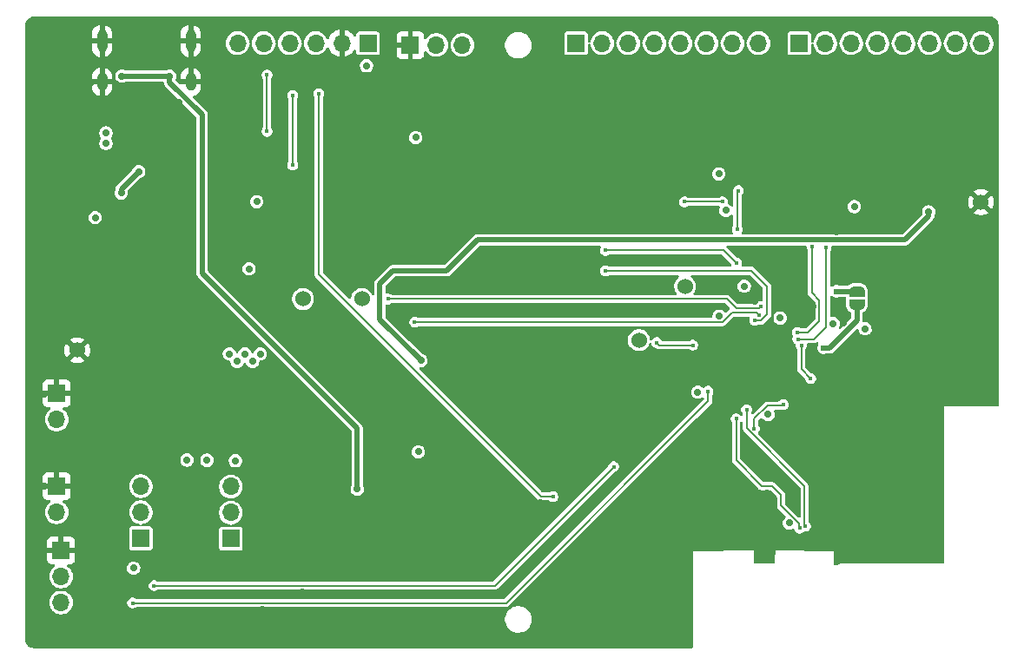
<source format=gbl>
%TF.GenerationSoftware,KiCad,Pcbnew,9.0.0-rc3*%
%TF.CreationDate,2025-05-17T15:27:16+02:00*%
%TF.ProjectId,Processing_board,50726f63-6573-4736-996e-675f626f6172,rev?*%
%TF.SameCoordinates,Original*%
%TF.FileFunction,Copper,L4,Bot*%
%TF.FilePolarity,Positive*%
%FSLAX46Y46*%
G04 Gerber Fmt 4.6, Leading zero omitted, Abs format (unit mm)*
G04 Created by KiCad (PCBNEW 9.0.0-rc3) date 2025-05-17 15:27:16*
%MOMM*%
%LPD*%
G01*
G04 APERTURE LIST*
G04 Aperture macros list*
%AMFreePoly0*
4,1,23,0.500000,-0.750000,0.000000,-0.750000,0.000000,-0.745722,-0.065263,-0.745722,-0.191342,-0.711940,-0.304381,-0.646677,-0.396677,-0.554381,-0.461940,-0.441342,-0.495722,-0.315263,-0.495722,-0.250000,-0.500000,-0.250000,-0.500000,0.250000,-0.495722,0.250000,-0.495722,0.315263,-0.461940,0.441342,-0.396677,0.554381,-0.304381,0.646677,-0.191342,0.711940,-0.065263,0.745722,0.000000,0.745722,
0.000000,0.750000,0.500000,0.750000,0.500000,-0.750000,0.500000,-0.750000,$1*%
%AMFreePoly1*
4,1,23,0.000000,0.745722,0.065263,0.745722,0.191342,0.711940,0.304381,0.646677,0.396677,0.554381,0.461940,0.441342,0.495722,0.315263,0.495722,0.250000,0.500000,0.250000,0.500000,-0.250000,0.495722,-0.250000,0.495722,-0.315263,0.461940,-0.441342,0.396677,-0.554381,0.304381,-0.646677,0.191342,-0.711940,0.065263,-0.745722,0.000000,-0.745722,0.000000,-0.750000,-0.500000,-0.750000,
-0.500000,0.750000,0.000000,0.750000,0.000000,0.745722,0.000000,0.745722,$1*%
G04 Aperture macros list end*
%TA.AperFunction,ComponentPad*%
%ADD10R,0.500000X0.900000*%
%TD*%
%TA.AperFunction,ComponentPad*%
%ADD11R,1.700000X1.700000*%
%TD*%
%TA.AperFunction,ComponentPad*%
%ADD12O,1.700000X1.700000*%
%TD*%
%TA.AperFunction,ComponentPad*%
%ADD13C,1.530000*%
%TD*%
%TA.AperFunction,ComponentPad*%
%ADD14O,1.000000X1.800000*%
%TD*%
%TA.AperFunction,ComponentPad*%
%ADD15O,1.000000X2.200000*%
%TD*%
%TA.AperFunction,SMDPad,CuDef*%
%ADD16FreePoly0,270.000000*%
%TD*%
%TA.AperFunction,SMDPad,CuDef*%
%ADD17FreePoly1,270.000000*%
%TD*%
%TA.AperFunction,ViaPad*%
%ADD18C,0.700000*%
%TD*%
%TA.AperFunction,ViaPad*%
%ADD19C,0.600000*%
%TD*%
%TA.AperFunction,ViaPad*%
%ADD20C,0.450000*%
%TD*%
%TA.AperFunction,Conductor*%
%ADD21C,0.200000*%
%TD*%
%TA.AperFunction,Conductor*%
%ADD22C,0.500000*%
%TD*%
%TA.AperFunction,Conductor*%
%ADD23C,0.150000*%
%TD*%
G04 APERTURE END LIST*
D10*
%TO.P,AE1,2,PCB_Trace*%
%TO.N,GND*%
X168250000Y-118600000D03*
%TD*%
D11*
%TO.P,J1,1,Pin_1*%
%TO.N,/ADC/CH0*%
X132640000Y-68800000D03*
D12*
%TO.P,J1,2,Pin_2*%
%TO.N,/ADC/CH1*%
X135180000Y-68800000D03*
%TO.P,J1,3,Pin_3*%
%TO.N,/ADC/CH2*%
X137720000Y-68800000D03*
%TO.P,J1,4,Pin_4*%
%TO.N,/ADC/CH3*%
X140260000Y-68800000D03*
%TO.P,J1,5,Pin_5*%
%TO.N,/ADC/CH4*%
X142800000Y-68800000D03*
%TO.P,J1,6,Pin_6*%
%TO.N,/ADC/CH5*%
X145340000Y-68800000D03*
%TO.P,J1,7,Pin_7*%
%TO.N,/ADC/CH6*%
X147880000Y-68800000D03*
%TO.P,J1,8,Pin_8*%
%TO.N,/ADC/CH7*%
X150420000Y-68800000D03*
%TD*%
D13*
%TO.P,TP1,1*%
%TO.N,GND*%
X84000000Y-98750000D03*
%TD*%
D11*
%TO.P,J4,1,Pin_1*%
%TO.N,GND*%
X82425000Y-118275000D03*
D12*
%TO.P,J4,2,Pin_2*%
%TO.N,/USART2_TX_CONN*%
X82425000Y-120815000D03*
%TO.P,J4,3,Pin_3*%
%TO.N,/USART2_RX_CONN*%
X82425000Y-123355000D03*
%TD*%
D13*
%TO.P,TP13,1*%
%TO.N,/USART1_TX*%
X111750000Y-93750000D03*
%TD*%
D14*
%TO.P,J11,SH1,SHIELD*%
%TO.N,GND*%
X95070000Y-72577500D03*
%TO.P,J11,SH2,SHIELD*%
X86430000Y-72577500D03*
D15*
%TO.P,J11,SH3,SHIELD*%
X95070000Y-68577500D03*
%TO.P,J11,SH4,SHIELD*%
X86430000Y-68577500D03*
%TD*%
D11*
%TO.P,J8,1,Pin_1*%
%TO.N,/Power switching and voltage adaptation/Pre_LDO5V*%
X90200000Y-117080000D03*
D12*
%TO.P,J8,2,Pin_2*%
%TO.N,/Power*%
X90200000Y-114540000D03*
%TO.P,J8,3,Pin_3*%
%TO.N,/Power switching and voltage adaptation/Skip_LDO5V*%
X90200000Y-112000000D03*
%TD*%
D11*
%TO.P,J2,1,Pin_1*%
%TO.N,/ADC/CH8*%
X154380000Y-68800000D03*
D12*
%TO.P,J2,2,Pin_2*%
%TO.N,/ADC/CH9*%
X156920000Y-68800000D03*
%TO.P,J2,3,Pin_3*%
%TO.N,/ADC/CH10*%
X159460000Y-68800000D03*
%TO.P,J2,4,Pin_4*%
%TO.N,/ADC/CH11*%
X162000000Y-68800000D03*
%TO.P,J2,5,Pin_5*%
%TO.N,/ADC/CH12*%
X164540000Y-68800000D03*
%TO.P,J2,6,Pin_6*%
%TO.N,/ADC/CH13*%
X167080000Y-68800000D03*
%TO.P,J2,7,Pin_7*%
%TO.N,/ADC/CH14*%
X169620000Y-68800000D03*
%TO.P,J2,8,Pin_8*%
%TO.N,/ADC/CH15*%
X172160000Y-68800000D03*
%TD*%
D11*
%TO.P,J5,1,Pin_1*%
%TO.N,GND*%
X116475000Y-68975000D03*
D12*
%TO.P,J5,2,Pin_2*%
%TO.N,/USART3_TX_CONN*%
X119015000Y-68975000D03*
%TO.P,J5,3,Pin_3*%
%TO.N,/USART3_RX_CONN*%
X121555000Y-68975000D03*
%TD*%
D13*
%TO.P,TP5,1*%
%TO.N,/SPI3_MOSI*%
X138750000Y-97750000D03*
%TD*%
D11*
%TO.P,J6,1,Pin_1*%
%TO.N,GND*%
X82000000Y-112000000D03*
D12*
%TO.P,J6,2,Pin_2*%
%TO.N,/Power*%
X82000000Y-114540000D03*
%TD*%
D13*
%TO.P,TP6,1*%
%TO.N,/SPI3_MISO*%
X143250000Y-92500000D03*
%TD*%
D11*
%TO.P,J7,1,Pin_1*%
%TO.N,GND*%
X82000000Y-102960000D03*
D12*
%TO.P,J7,2,Pin_2*%
%TO.N,/EMG_modules_1.8V*%
X82000000Y-105500000D03*
%TD*%
D13*
%TO.P,TP3,1*%
%TO.N,GND*%
X172100000Y-84300000D03*
%TD*%
D11*
%TO.P,J9,1,Pin_1*%
%TO.N,/Power switching and voltage adaptation/Post_LDO5V*%
X98975000Y-117125000D03*
D12*
%TO.P,J9,2,Pin_2*%
%TO.N,/Power switching and voltage adaptation/5V_Pre_PMOS*%
X98975000Y-114585000D03*
%TO.P,J9,3,Pin_3*%
%TO.N,/Power switching and voltage adaptation/Skip_LDO5V*%
X98975000Y-112045000D03*
%TD*%
D13*
%TO.P,TP12,1*%
%TO.N,/USART1_RX*%
X106000000Y-93750000D03*
%TD*%
D11*
%TO.P,J3,1,Pin_1*%
%TO.N,+3.3V*%
X112340000Y-68800000D03*
D12*
%TO.P,J3,2,Pin_2*%
%TO.N,GND*%
X109800000Y-68800000D03*
%TO.P,J3,3,Pin_3*%
%TO.N,/SWD_NRST*%
X107260000Y-68800000D03*
%TO.P,J3,4,Pin_4*%
%TO.N,/SWDIO*%
X104720000Y-68800000D03*
%TO.P,J3,5,Pin_5*%
%TO.N,/SWCLK*%
X102180000Y-68800000D03*
%TO.P,J3,6,Pin_6*%
%TO.N,/SWD_Traces*%
X99640000Y-68800000D03*
%TD*%
D16*
%TO.P,JP2,1,A*%
%TO.N,/VDD11*%
X160000000Y-93000000D03*
D17*
%TO.P,JP2,2,B*%
X160000000Y-94300000D03*
%TD*%
D18*
%TO.N,GND*%
X131250000Y-94750000D03*
X149025000Y-101075000D03*
X94000000Y-81540000D03*
X141750000Y-99000000D03*
X131500000Y-113000000D03*
X167000000Y-108500000D03*
X164250000Y-108000000D03*
X152125000Y-98025000D03*
X157960000Y-99410000D03*
X165000000Y-117750000D03*
X120200000Y-74000000D03*
D19*
X151865017Y-82919503D03*
D18*
X162500000Y-117250000D03*
X102050000Y-124000000D03*
X151500000Y-106000000D03*
X124750000Y-98000000D03*
X147265017Y-86144503D03*
X134500000Y-104500000D03*
X162750000Y-104750000D03*
X158000000Y-91250000D03*
X150020000Y-92500000D03*
D19*
X96095000Y-108092500D03*
D18*
X143800000Y-117350000D03*
X151500000Y-110325842D03*
X151904651Y-107780842D03*
X134750000Y-83250000D03*
X159365000Y-98110000D03*
X122750000Y-103750000D03*
X155200000Y-73200000D03*
X81480000Y-75550000D03*
X142750000Y-118750000D03*
X158299651Y-107575842D03*
X139200000Y-73200000D03*
X141600000Y-73000000D03*
X142736116Y-126906400D03*
X167000000Y-110750000D03*
X147000000Y-73200000D03*
X165000000Y-115250000D03*
X144200000Y-73200000D03*
X157860000Y-102710000D03*
X102750000Y-109375000D03*
X152600000Y-74319503D03*
X86500000Y-74050000D03*
X87000000Y-76500000D03*
X80750000Y-112000000D03*
X138750000Y-121000000D03*
X146400000Y-117400000D03*
X85600000Y-87000000D03*
X167000000Y-106250000D03*
X96250000Y-68750000D03*
X152175000Y-99975000D03*
X121750000Y-95000000D03*
X118000000Y-122500000D03*
X145250000Y-115000000D03*
X146250000Y-92250000D03*
X143000000Y-95000000D03*
X105900000Y-122300000D03*
X152500000Y-116000000D03*
D19*
X153365017Y-77819503D03*
D18*
X114750000Y-78750000D03*
D19*
X96095000Y-107092500D03*
D18*
X148500000Y-111250000D03*
X85200000Y-68600000D03*
X109800000Y-70600000D03*
X163418000Y-95673000D03*
X171200000Y-73200000D03*
X159750000Y-83750000D03*
X155250000Y-117500000D03*
X146700000Y-94500000D03*
X103500000Y-76750000D03*
X117750000Y-97500000D03*
X163750000Y-110750000D03*
X161000000Y-85250000D03*
X81480000Y-78050000D03*
X160400000Y-73200000D03*
D19*
X153515017Y-79719503D03*
D18*
X158250000Y-118500000D03*
X153000000Y-117500000D03*
X96500000Y-72500000D03*
X139750000Y-80250000D03*
X147825000Y-102200000D03*
X160250000Y-116000000D03*
X139000000Y-126000000D03*
X159750000Y-113000000D03*
X156750000Y-108500000D03*
X93000000Y-87750000D03*
X169525000Y-94716000D03*
X172500000Y-87500000D03*
X93950000Y-74610662D03*
X148025000Y-97950000D03*
X149100000Y-99175000D03*
X134225000Y-100250000D03*
X161767503Y-96527983D03*
X158000000Y-87233983D03*
X87500000Y-87750000D03*
X173200000Y-73000000D03*
X157800000Y-73200000D03*
X168400000Y-73200000D03*
X108500000Y-74500000D03*
X146000000Y-104500000D03*
X161700000Y-101300000D03*
X136600000Y-73200000D03*
D19*
X151815017Y-79869503D03*
D18*
X165800000Y-73200000D03*
X167000000Y-113000000D03*
X161400000Y-100600000D03*
X143400000Y-85200000D03*
X115500000Y-94750000D03*
X117150000Y-115000000D03*
X133250000Y-97500000D03*
X169250000Y-79250000D03*
X151150000Y-101100000D03*
X157839437Y-101129445D03*
X162500000Y-78250000D03*
X151075000Y-99200000D03*
X142780466Y-101000000D03*
X85250000Y-70250000D03*
X110000000Y-83250000D03*
X157265017Y-81869503D03*
X141000000Y-94750000D03*
X119250000Y-125500000D03*
X129000000Y-119000000D03*
D19*
X87347000Y-107002500D03*
D18*
X132750000Y-120750000D03*
X80750000Y-103000000D03*
X111500000Y-125500000D03*
X98000000Y-70250000D03*
X155395000Y-104600000D03*
X148250000Y-117500000D03*
D19*
X96488000Y-116447500D03*
D18*
X166000000Y-85250000D03*
D19*
X151865017Y-77819503D03*
D18*
X159750000Y-105500000D03*
X163000000Y-73200000D03*
X157750000Y-115750000D03*
X149270341Y-89994220D03*
X155700000Y-94510000D03*
X149600000Y-73200000D03*
X161299651Y-110625842D03*
X150250000Y-115450000D03*
X133500000Y-114250000D03*
X127000000Y-91250000D03*
X131900000Y-110900000D03*
X170500000Y-85293000D03*
X91425000Y-109350000D03*
X160250000Y-118500000D03*
X136500000Y-90000000D03*
X91250000Y-120500000D03*
X104500000Y-95000000D03*
X113590000Y-120600000D03*
X167250000Y-117750000D03*
X153500000Y-96549998D03*
X106250000Y-74500000D03*
X150075000Y-102150000D03*
X149975000Y-98075000D03*
X124250000Y-87000000D03*
X109000000Y-101500000D03*
X116250000Y-89500000D03*
X143570466Y-102770000D03*
X86250000Y-75800000D03*
X127750000Y-77000000D03*
X151250000Y-112700000D03*
X88250000Y-79000000D03*
X136500000Y-116750000D03*
X140250000Y-111000000D03*
X146565017Y-82569503D03*
X159750000Y-108500000D03*
X129150000Y-113650000D03*
X161525000Y-102310000D03*
X155299651Y-110625842D03*
X140750000Y-90000000D03*
X155000000Y-106500000D03*
X163250000Y-114300000D03*
X130600000Y-110895000D03*
X147900000Y-100000000D03*
D19*
X99988000Y-119697500D03*
D18*
X135250000Y-109250000D03*
X103500000Y-73750000D03*
X167000000Y-115250000D03*
X142750000Y-125000000D03*
X149500000Y-113800000D03*
X143000000Y-109000000D03*
X105395000Y-106020000D03*
X158700000Y-96100000D03*
X150020000Y-94000000D03*
X80800000Y-118200000D03*
X142750000Y-120750000D03*
X168250000Y-84250000D03*
X111000000Y-100500000D03*
D19*
X153765017Y-82969503D03*
D18*
X142750000Y-123000000D03*
X157860000Y-101910000D03*
X135500000Y-124750000D03*
X106250000Y-88750000D03*
X134000000Y-73200000D03*
X152100000Y-102225000D03*
X85250000Y-72750000D03*
X80750000Y-88500000D03*
X153550000Y-95700000D03*
D19*
X87347000Y-108002500D03*
D18*
X116400000Y-71200000D03*
X138750000Y-92500000D03*
X87480000Y-100020000D03*
X147750000Y-115000000D03*
X93238000Y-116447500D03*
X102800000Y-84250000D03*
X157500000Y-117000000D03*
X119500000Y-83750000D03*
X158250000Y-89000000D03*
X162500000Y-85750000D03*
D19*
X99988000Y-120697500D03*
D18*
X111750000Y-76750000D03*
X155150000Y-108750000D03*
X103500000Y-80500000D03*
X162500000Y-118500000D03*
X165500000Y-104750000D03*
X89750000Y-124750000D03*
D20*
%TO.N,/SWD_NRST*%
X107560000Y-73740000D03*
X130380000Y-113030000D03*
D18*
%TO.N,+3.3V*%
X100750000Y-90800000D03*
X146575000Y-95400000D03*
X101090000Y-99850000D03*
X146540015Y-81539504D03*
X86795000Y-77550000D03*
X157695000Y-96160000D03*
X147240017Y-85119503D03*
X101500000Y-84250000D03*
X90000000Y-81320000D03*
X99590000Y-99850000D03*
X99425000Y-109525000D03*
X153400000Y-115600000D03*
X159750000Y-84750000D03*
X144500000Y-102829017D03*
X112200000Y-71000000D03*
X98840000Y-99100000D03*
X89500000Y-120000000D03*
X151350000Y-105000000D03*
X94700000Y-109450000D03*
X96650000Y-109475000D03*
X149020000Y-92500000D03*
X88285000Y-83400000D03*
X117250000Y-108650000D03*
X86795000Y-78550000D03*
X85750000Y-85800000D03*
X100340000Y-99100000D03*
X101840000Y-99100000D03*
X117000000Y-78000000D03*
X160818000Y-96648000D03*
X152527839Y-95600000D03*
%TO.N,+5V*%
X117500000Y-99750000D03*
X167000000Y-85250000D03*
D19*
%TO.N,/VDD11*%
X156750000Y-98500000D03*
D20*
X154579000Y-98321000D03*
D19*
X158000000Y-93000000D03*
D20*
X155500000Y-101500000D03*
%TO.N,/SWDIO*%
X105000000Y-73900000D03*
X105000000Y-80700000D03*
%TO.N,/SWCLK*%
X102500000Y-71900000D03*
X102500000Y-77400000D03*
%TO.N,/USART2_RX*%
X145500000Y-102750000D03*
X89400000Y-123400000D03*
%TO.N,/USART2_TX*%
X91500000Y-121700000D03*
X136300000Y-110100000D03*
%TO.N,/USART3_RX*%
X148250000Y-90250000D03*
X135500000Y-89000000D03*
%TO.N,/USART3_TX*%
X150068319Y-95839309D03*
X135500000Y-91000000D03*
%TO.N,Net-(U1-NRST)*%
X150000000Y-106400000D03*
X152823775Y-104050000D03*
D18*
%TO.N,/USB-C circuit/USB_VBUS*%
X88350000Y-72000000D03*
X111295000Y-112295000D03*
X93000000Y-72000000D03*
D20*
%TO.N,/ANT_LOGIC_1*%
X155000000Y-115900000D03*
X149249684Y-104543209D03*
%TO.N,/USART1_RX*%
X116900000Y-96001000D03*
X150453955Y-95351469D03*
%TO.N,/USART1_TX*%
X114300000Y-93750000D03*
X150654362Y-94499294D03*
%TO.N,/ANT_LOGIC_2*%
X148233496Y-105432131D03*
X154417600Y-116095207D03*
%TO.N,/SPI3_MOSI*%
X144000000Y-98250000D03*
X143200000Y-84275000D03*
X146900000Y-84275000D03*
X140500000Y-98000000D03*
%TO.N,/SPI3_SCK*%
X148465103Y-83178803D03*
X148345000Y-86970000D03*
%TO.N,/ADC_GPIO2*%
X154202859Y-97000000D03*
X155615017Y-88634983D03*
%TO.N,/ADC_GPIO3*%
X157000000Y-88750000D03*
X154240380Y-97671000D03*
%TD*%
D21*
%TO.N,/SWD_NRST*%
X129199000Y-112999000D02*
X130349000Y-112999000D01*
X130349000Y-112999000D02*
X130380000Y-113030000D01*
X107560000Y-73740000D02*
X107560000Y-91360000D01*
X107560000Y-91360000D02*
X129199000Y-112999000D01*
D22*
%TO.N,+3.3V*%
X88285000Y-83035000D02*
X88285000Y-83400000D01*
X90000000Y-81320000D02*
X88285000Y-83035000D01*
%TO.N,+5V*%
X113500000Y-92250000D02*
X114750000Y-91000000D01*
X120000000Y-91000000D02*
X123016017Y-87983983D01*
X164682017Y-87983983D02*
X167000000Y-85666000D01*
X114750000Y-91000000D02*
X120000000Y-91000000D01*
X167000000Y-85666000D02*
X167000000Y-85250000D01*
X117500000Y-99750000D02*
X113500000Y-95750000D01*
X113500000Y-95750000D02*
X113500000Y-92250000D01*
X123016017Y-87983983D02*
X164682017Y-87983983D01*
%TO.N,/VDD11*%
X157362075Y-98500000D02*
X156750000Y-98500000D01*
D21*
X156750000Y-98500000D02*
X157149943Y-98500000D01*
D22*
X158000000Y-93000000D02*
X160000000Y-93000000D01*
D21*
X155500000Y-101500000D02*
X154579000Y-100579000D01*
D22*
X157362075Y-98500000D02*
X160000000Y-95862075D01*
X160000000Y-94300000D02*
X160000000Y-95862075D01*
D21*
X154579000Y-100579000D02*
X154579000Y-98321000D01*
%TO.N,/SWDIO*%
X105000000Y-80700000D02*
X105000000Y-73900000D01*
%TO.N,/SWCLK*%
X102500000Y-77400000D02*
X102500000Y-71900000D01*
%TO.N,/USART2_RX*%
X125800000Y-123400000D02*
X89400000Y-123400000D01*
X145500000Y-102750000D02*
X145500000Y-103700000D01*
X145500000Y-103700000D02*
X125800000Y-123400000D01*
%TO.N,/USART2_TX*%
X91500000Y-121700000D02*
X124700000Y-121700000D01*
X124700000Y-121700000D02*
X136300000Y-110100000D01*
%TO.N,/USART3_RX*%
X135500000Y-89000000D02*
X147000000Y-89000000D01*
X147000000Y-89000000D02*
X148250000Y-90250000D01*
%TO.N,/USART3_TX*%
X150233274Y-95839309D02*
X150068319Y-95839309D01*
X135500000Y-91000000D02*
X149750000Y-91000000D01*
X151250000Y-95263945D02*
X150661476Y-95852469D01*
X151250000Y-92500000D02*
X151250000Y-95263945D01*
X150246434Y-95852469D02*
X150233274Y-95839309D01*
X149750000Y-91000000D02*
X151250000Y-92500000D01*
X150661476Y-95852469D02*
X150246434Y-95852469D01*
%TO.N,Net-(U1-NRST)*%
X152724022Y-104149753D02*
X151279593Y-104149753D01*
X151279593Y-104149753D02*
X150000000Y-105429346D01*
X150000000Y-105429346D02*
X150000000Y-106400000D01*
X152823775Y-104050000D02*
X152724022Y-104149753D01*
D22*
%TO.N,/USB-C circuit/USB_VBUS*%
X93000000Y-72600000D02*
X96200000Y-75800000D01*
X93000000Y-72000000D02*
X88350000Y-72000000D01*
X96200000Y-75800000D02*
X96200000Y-91249000D01*
X96200000Y-91249000D02*
X111295000Y-106344000D01*
X111295000Y-106344000D02*
X111295000Y-112295000D01*
X93000000Y-72000000D02*
X93000000Y-72600000D01*
D23*
%TO.N,/ANT_LOGIC_1*%
X154890000Y-111963166D02*
X149260000Y-106333166D01*
X149260000Y-104553525D02*
X149249684Y-104543209D01*
X155000000Y-115900000D02*
X154890000Y-115790000D01*
X149260000Y-106333166D02*
X149260000Y-104553525D01*
X154890000Y-115790000D02*
X154890000Y-111963166D01*
D21*
%TO.N,/USART1_RX*%
X146894654Y-96001000D02*
X147815308Y-95080346D01*
X147815308Y-95080346D02*
X150182832Y-95080346D01*
X116900000Y-96001000D02*
X146894654Y-96001000D01*
X150182832Y-95080346D02*
X150453955Y-95351469D01*
%TO.N,/USART1_TX*%
X150502656Y-94651000D02*
X150654362Y-94499294D01*
X148244654Y-94651000D02*
X150502656Y-94651000D01*
X147343654Y-93750000D02*
X148244654Y-94651000D01*
X114300000Y-93750000D02*
X147343654Y-93750000D01*
%TO.N,/ANT_LOGIC_2*%
X150750000Y-112000000D02*
X151750000Y-112000000D01*
X148233496Y-109483496D02*
X150735327Y-111985327D01*
X152610327Y-112860327D02*
X152610327Y-113889673D01*
X152610327Y-113889673D02*
X154389000Y-115668346D01*
X154389000Y-115668346D02*
X154389000Y-116095207D01*
X148233496Y-105432131D02*
X148233496Y-109483496D01*
X151750000Y-112000000D02*
X152610327Y-112860327D01*
%TO.N,/SPI3_MOSI*%
X140500000Y-98000000D02*
X140750000Y-98250000D01*
X140750000Y-98250000D02*
X144000000Y-98250000D01*
X143200000Y-84275000D02*
X146900000Y-84275000D01*
%TO.N,/SPI3_SCK*%
X148423906Y-83220000D02*
X148465103Y-83178803D01*
X148345000Y-86970000D02*
X148345000Y-83220000D01*
X148345000Y-83220000D02*
X148423906Y-83220000D01*
%TO.N,/ADC_GPIO2*%
X156351000Y-95899000D02*
X156351000Y-93851000D01*
X156351000Y-93851000D02*
X155615017Y-93115017D01*
X154202859Y-97000000D02*
X155250000Y-97000000D01*
X155250000Y-97000000D02*
X156351000Y-95899000D01*
X155615017Y-93115017D02*
X155615017Y-88634983D01*
%TO.N,/ADC_GPIO3*%
X157000000Y-96500000D02*
X157000000Y-94250000D01*
X155829000Y-97671000D02*
X157000000Y-96500000D01*
X157000000Y-94250000D02*
X157000000Y-89000000D01*
X157000000Y-89000000D02*
X157000000Y-88750000D01*
X154240380Y-97671000D02*
X155829000Y-97671000D01*
%TD*%
%TA.AperFunction,Conductor*%
%TO.N,GND*%
G36*
X148837152Y-105720864D02*
G01*
X148877680Y-105777778D01*
X148884500Y-105818334D01*
X148884500Y-106382601D01*
X148910090Y-106478104D01*
X148910091Y-106478105D01*
X148910091Y-106478106D01*
X148959526Y-106563729D01*
X154478181Y-112082384D01*
X154511666Y-112143707D01*
X154514500Y-112170065D01*
X154514500Y-114928091D01*
X154494815Y-114995130D01*
X154442011Y-115040885D01*
X154372853Y-115050829D01*
X154309297Y-115021804D01*
X154302819Y-115015772D01*
X153047146Y-113760099D01*
X153013661Y-113698776D01*
X153010827Y-113672418D01*
X153010827Y-112807603D01*
X153010826Y-112807596D01*
X152996571Y-112754394D01*
X152983534Y-112705739D01*
X152930807Y-112614414D01*
X151995913Y-111679520D01*
X151950250Y-111653156D01*
X151904589Y-111626793D01*
X151853657Y-111613146D01*
X151802727Y-111599500D01*
X151802726Y-111599500D01*
X150967255Y-111599500D01*
X150900216Y-111579815D01*
X150879574Y-111563181D01*
X148670315Y-109353922D01*
X148636830Y-109292599D01*
X148633996Y-109266241D01*
X148633996Y-105822671D01*
X148638146Y-105807180D01*
X148637492Y-105793436D01*
X148650609Y-105760670D01*
X148653113Y-105756333D01*
X148703681Y-105708118D01*
X148772288Y-105694896D01*
X148837152Y-105720864D01*
G37*
%TD.AperFunction*%
%TA.AperFunction,Conductor*%
G36*
X157528814Y-93428276D02*
G01*
X157542147Y-93426360D01*
X157562290Y-93435559D01*
X157583927Y-93440266D01*
X157601652Y-93453534D01*
X157605703Y-93455385D01*
X157612181Y-93461417D01*
X157631284Y-93480520D01*
X157631286Y-93480521D01*
X157631290Y-93480524D01*
X157752494Y-93550500D01*
X157768216Y-93559577D01*
X157920943Y-93600500D01*
X157920945Y-93600500D01*
X158079055Y-93600500D01*
X158079057Y-93600500D01*
X158231784Y-93559577D01*
X158231785Y-93559576D01*
X158239635Y-93557473D01*
X158239820Y-93558165D01*
X158278363Y-93550500D01*
X158841813Y-93550500D01*
X158908852Y-93570185D01*
X158954607Y-93622989D01*
X158964551Y-93692147D01*
X158963701Y-93697286D01*
X158944500Y-93799995D01*
X158944500Y-94365833D01*
X158954909Y-94444893D01*
X158988986Y-94572067D01*
X159019499Y-94645734D01*
X159019507Y-94645750D01*
X159085325Y-94759749D01*
X159085337Y-94759767D01*
X159133880Y-94823028D01*
X159133888Y-94823037D01*
X159226963Y-94916112D01*
X159226971Y-94916119D01*
X159290232Y-94964662D01*
X159290235Y-94964664D01*
X159290243Y-94964670D01*
X159387500Y-95020821D01*
X159435715Y-95071388D01*
X159449500Y-95128208D01*
X159449500Y-95582688D01*
X159429815Y-95649727D01*
X159413181Y-95670369D01*
X158467604Y-96615945D01*
X158406281Y-96649430D01*
X158336589Y-96644446D01*
X158280656Y-96602574D01*
X158256239Y-96537110D01*
X158269678Y-96473980D01*
X158269134Y-96473755D01*
X158270354Y-96470809D01*
X158270568Y-96469805D01*
X158271459Y-96468134D01*
X158271465Y-96468127D01*
X158320501Y-96349744D01*
X158336447Y-96269582D01*
X158345500Y-96224071D01*
X158345500Y-96095928D01*
X158320502Y-95970261D01*
X158320501Y-95970260D01*
X158320501Y-95970256D01*
X158271465Y-95851873D01*
X158271464Y-95851872D01*
X158271461Y-95851866D01*
X158200276Y-95745331D01*
X158200273Y-95745327D01*
X158109672Y-95654726D01*
X158109668Y-95654723D01*
X158003133Y-95583538D01*
X158003124Y-95583533D01*
X157884744Y-95534499D01*
X157884738Y-95534497D01*
X157759071Y-95509500D01*
X157759069Y-95509500D01*
X157630931Y-95509500D01*
X157630928Y-95509500D01*
X157548691Y-95525858D01*
X157479100Y-95519631D01*
X157423922Y-95476768D01*
X157400678Y-95410878D01*
X157400500Y-95404241D01*
X157400500Y-93549098D01*
X157406738Y-93527852D01*
X157408318Y-93505764D01*
X157416390Y-93494980D01*
X157420185Y-93482059D01*
X157436918Y-93467559D01*
X157450190Y-93449831D01*
X157462810Y-93445123D01*
X157472989Y-93436304D01*
X157494906Y-93433152D01*
X157515654Y-93425414D01*
X157528814Y-93428276D01*
G37*
%TD.AperFunction*%
%TA.AperFunction,Conductor*%
G36*
X149599784Y-91420185D02*
G01*
X149620426Y-91436819D01*
X150813181Y-92629574D01*
X150846666Y-92690897D01*
X150849500Y-92717255D01*
X150849500Y-93849794D01*
X150829815Y-93916833D01*
X150777011Y-93962588D01*
X150725500Y-93973794D01*
X150585179Y-93973794D01*
X150451526Y-94009606D01*
X150451523Y-94009607D01*
X150331700Y-94078786D01*
X150331695Y-94078790D01*
X150233858Y-94176627D01*
X150233854Y-94176632D01*
X150227003Y-94188500D01*
X150176437Y-94236715D01*
X150119616Y-94250500D01*
X148461909Y-94250500D01*
X148394870Y-94230815D01*
X148374228Y-94214181D01*
X147589569Y-93429522D01*
X147589567Y-93429520D01*
X147543904Y-93403156D01*
X147498243Y-93376793D01*
X147439039Y-93360930D01*
X147396381Y-93349500D01*
X147396380Y-93349500D01*
X144195836Y-93349500D01*
X144128797Y-93329815D01*
X144083042Y-93277011D01*
X144073098Y-93207853D01*
X144092733Y-93156610D01*
X144123064Y-93111216D01*
X144194233Y-93004703D01*
X144274553Y-92810795D01*
X144291530Y-92725445D01*
X144315500Y-92604945D01*
X144315500Y-92564071D01*
X148369499Y-92564071D01*
X148394497Y-92689738D01*
X148394499Y-92689744D01*
X148443533Y-92808124D01*
X148443538Y-92808133D01*
X148514723Y-92914668D01*
X148514726Y-92914672D01*
X148605327Y-93005273D01*
X148605331Y-93005276D01*
X148711866Y-93076461D01*
X148711872Y-93076464D01*
X148711873Y-93076465D01*
X148830256Y-93125501D01*
X148830260Y-93125501D01*
X148830261Y-93125502D01*
X148955928Y-93150500D01*
X148955931Y-93150500D01*
X149084071Y-93150500D01*
X149168615Y-93133682D01*
X149209744Y-93125501D01*
X149328127Y-93076465D01*
X149434669Y-93005276D01*
X149525276Y-92914669D01*
X149596465Y-92808127D01*
X149645501Y-92689744D01*
X149662369Y-92604945D01*
X149670500Y-92564071D01*
X149670500Y-92435928D01*
X149645502Y-92310261D01*
X149645501Y-92310260D01*
X149645501Y-92310256D01*
X149596465Y-92191873D01*
X149596464Y-92191872D01*
X149596461Y-92191866D01*
X149525276Y-92085331D01*
X149525273Y-92085327D01*
X149434672Y-91994726D01*
X149434668Y-91994723D01*
X149328133Y-91923538D01*
X149328124Y-91923533D01*
X149209744Y-91874499D01*
X149209738Y-91874497D01*
X149084071Y-91849500D01*
X149084069Y-91849500D01*
X148955931Y-91849500D01*
X148955929Y-91849500D01*
X148830261Y-91874497D01*
X148830255Y-91874499D01*
X148711875Y-91923533D01*
X148711866Y-91923538D01*
X148605331Y-91994723D01*
X148605327Y-91994726D01*
X148514726Y-92085327D01*
X148514723Y-92085331D01*
X148443538Y-92191866D01*
X148443533Y-92191875D01*
X148394499Y-92310255D01*
X148394497Y-92310261D01*
X148369500Y-92435928D01*
X148369500Y-92435931D01*
X148369500Y-92564069D01*
X148369500Y-92564071D01*
X148369499Y-92564071D01*
X144315500Y-92564071D01*
X144315500Y-92395054D01*
X144274554Y-92189210D01*
X144274553Y-92189209D01*
X144274553Y-92189205D01*
X144231525Y-92085327D01*
X144194234Y-91995298D01*
X144077626Y-91820781D01*
X143929219Y-91672374D01*
X143929211Y-91672368D01*
X143862214Y-91627602D01*
X143817408Y-91573990D01*
X143808701Y-91504665D01*
X143838855Y-91441638D01*
X143898298Y-91404918D01*
X143931104Y-91400500D01*
X149532745Y-91400500D01*
X149599784Y-91420185D01*
G37*
%TD.AperFunction*%
%TA.AperFunction,Conductor*%
G36*
X135014235Y-88554168D02*
G01*
X135059990Y-88606972D01*
X135069934Y-88676130D01*
X135054584Y-88720482D01*
X135010312Y-88797163D01*
X135010312Y-88797164D01*
X134974500Y-88930817D01*
X134974500Y-89069183D01*
X134980794Y-89092670D01*
X135010312Y-89202835D01*
X135010313Y-89202838D01*
X135079492Y-89322661D01*
X135079494Y-89322664D01*
X135079495Y-89322665D01*
X135177335Y-89420505D01*
X135297164Y-89489688D01*
X135430817Y-89525500D01*
X135430819Y-89525500D01*
X135569181Y-89525500D01*
X135569183Y-89525500D01*
X135702836Y-89489688D01*
X135822662Y-89420507D01*
X135828541Y-89417113D01*
X135890541Y-89400500D01*
X146782745Y-89400500D01*
X146849784Y-89420185D01*
X146870426Y-89436819D01*
X147690651Y-90257044D01*
X147698668Y-90270930D01*
X147708851Y-90280187D01*
X147722745Y-90312631D01*
X147724500Y-90319180D01*
X147724500Y-90319183D01*
X147757786Y-90443407D01*
X147756123Y-90513256D01*
X147716961Y-90571119D01*
X147652732Y-90598623D01*
X147638011Y-90599500D01*
X135890541Y-90599500D01*
X135828541Y-90582887D01*
X135702838Y-90510313D01*
X135702837Y-90510312D01*
X135702836Y-90510312D01*
X135569183Y-90474500D01*
X135430817Y-90474500D01*
X135297164Y-90510312D01*
X135297161Y-90510313D01*
X135177338Y-90579492D01*
X135177333Y-90579496D01*
X135079496Y-90677333D01*
X135079492Y-90677338D01*
X135010313Y-90797161D01*
X135010312Y-90797164D01*
X134974500Y-90930817D01*
X134974500Y-91069183D01*
X135003263Y-91176526D01*
X135010312Y-91202835D01*
X135010313Y-91202838D01*
X135079492Y-91322661D01*
X135079494Y-91322664D01*
X135079495Y-91322665D01*
X135177335Y-91420505D01*
X135177336Y-91420506D01*
X135177338Y-91420507D01*
X135229288Y-91450500D01*
X135297164Y-91489688D01*
X135430817Y-91525500D01*
X135430819Y-91525500D01*
X135569181Y-91525500D01*
X135569183Y-91525500D01*
X135702836Y-91489688D01*
X135814012Y-91425501D01*
X135828541Y-91417113D01*
X135890541Y-91400500D01*
X142568896Y-91400500D01*
X142635935Y-91420185D01*
X142681690Y-91472989D01*
X142691634Y-91542147D01*
X142662609Y-91605703D01*
X142637786Y-91627602D01*
X142570788Y-91672368D01*
X142570780Y-91672374D01*
X142422373Y-91820781D01*
X142305765Y-91995298D01*
X142225447Y-92189204D01*
X142225445Y-92189210D01*
X142184500Y-92395054D01*
X142184500Y-92395057D01*
X142184500Y-92604943D01*
X142184500Y-92604945D01*
X142184499Y-92604945D01*
X142225445Y-92810789D01*
X142225447Y-92810795D01*
X142271664Y-92922373D01*
X142305767Y-93004703D01*
X142353717Y-93076466D01*
X142407267Y-93156610D01*
X142428144Y-93223287D01*
X142409659Y-93290667D01*
X142357680Y-93337357D01*
X142304164Y-93349500D01*
X114690541Y-93349500D01*
X114628541Y-93332887D01*
X114502838Y-93260313D01*
X114502837Y-93260312D01*
X114502836Y-93260312D01*
X114369183Y-93224500D01*
X114230817Y-93224500D01*
X114206592Y-93230990D01*
X114136743Y-93229328D01*
X114078881Y-93190165D01*
X114051377Y-93125936D01*
X114050500Y-93111216D01*
X114050500Y-92529387D01*
X114070185Y-92462348D01*
X114086819Y-92441706D01*
X114941706Y-91586819D01*
X115003029Y-91553334D01*
X115029387Y-91550500D01*
X120072472Y-91550500D01*
X120072474Y-91550500D01*
X120072475Y-91550500D01*
X120212485Y-91512984D01*
X120252835Y-91489688D01*
X120252839Y-91489686D01*
X120338008Y-91440514D01*
X120338007Y-91440514D01*
X120338015Y-91440510D01*
X123207723Y-88570802D01*
X123269046Y-88537317D01*
X123295404Y-88534483D01*
X134947196Y-88534483D01*
X135014235Y-88554168D01*
G37*
%TD.AperFunction*%
%TA.AperFunction,Conductor*%
G36*
X173006061Y-66201097D02*
G01*
X173016051Y-66202080D01*
X173143824Y-66214665D01*
X173167652Y-66219404D01*
X173294277Y-66257815D01*
X173316725Y-66267114D01*
X173433406Y-66329482D01*
X173453616Y-66342986D01*
X173555891Y-66426920D01*
X173573079Y-66444108D01*
X173657012Y-66546381D01*
X173670517Y-66566593D01*
X173732883Y-66683271D01*
X173742186Y-66705728D01*
X173780593Y-66832338D01*
X173785335Y-66856180D01*
X173798903Y-66993938D01*
X173799500Y-67006092D01*
X173799500Y-104126000D01*
X173779815Y-104193039D01*
X173727011Y-104238794D01*
X173675500Y-104250000D01*
X168500000Y-104250000D01*
X168500000Y-119425500D01*
X168480315Y-119492539D01*
X168427511Y-119538294D01*
X168376000Y-119549500D01*
X158655514Y-119549500D01*
X158468881Y-119579059D01*
X158289163Y-119637454D01*
X158120798Y-119723241D01*
X158116567Y-119726316D01*
X158096520Y-119733469D01*
X158078614Y-119744977D01*
X158054592Y-119748430D01*
X158050761Y-119749798D01*
X158043679Y-119750000D01*
X157874000Y-119750000D01*
X157806961Y-119730315D01*
X157761206Y-119677511D01*
X157750000Y-119626000D01*
X157750000Y-118328742D01*
X157749999Y-118328741D01*
X152050000Y-118293741D01*
X152049999Y-118293742D01*
X152028725Y-119111897D01*
X152020375Y-119433042D01*
X152020291Y-119436265D01*
X151998871Y-119502770D01*
X151944895Y-119547137D01*
X151896333Y-119557042D01*
X150074000Y-119557042D01*
X150006961Y-119537357D01*
X149961206Y-119484553D01*
X149950000Y-119433042D01*
X149950000Y-118293742D01*
X149949999Y-118293742D01*
X144000000Y-118328742D01*
X144000000Y-127675500D01*
X143980315Y-127742539D01*
X143927511Y-127788294D01*
X143876000Y-127799500D01*
X79756092Y-127799500D01*
X79743938Y-127798903D01*
X79606180Y-127785335D01*
X79582340Y-127780593D01*
X79455728Y-127742186D01*
X79433271Y-127732883D01*
X79316593Y-127670517D01*
X79296381Y-127657012D01*
X79194108Y-127573079D01*
X79176920Y-127555891D01*
X79092986Y-127453616D01*
X79079482Y-127433406D01*
X79017116Y-127316728D01*
X79007815Y-127294277D01*
X78969404Y-127167652D01*
X78964665Y-127143824D01*
X78951097Y-127006060D01*
X78950500Y-126993907D01*
X78950500Y-124897648D01*
X125699500Y-124897648D01*
X125699500Y-125102351D01*
X125731522Y-125304534D01*
X125794781Y-125499223D01*
X125887715Y-125681613D01*
X126008028Y-125847213D01*
X126152786Y-125991971D01*
X126307749Y-126104556D01*
X126318390Y-126112287D01*
X126434607Y-126171503D01*
X126500776Y-126205218D01*
X126500778Y-126205218D01*
X126500781Y-126205220D01*
X126605137Y-126239127D01*
X126695465Y-126268477D01*
X126796557Y-126284488D01*
X126897648Y-126300500D01*
X126897649Y-126300500D01*
X127102351Y-126300500D01*
X127102352Y-126300500D01*
X127304534Y-126268477D01*
X127499219Y-126205220D01*
X127681610Y-126112287D01*
X127774590Y-126044732D01*
X127847213Y-125991971D01*
X127847215Y-125991968D01*
X127847219Y-125991966D01*
X127991966Y-125847219D01*
X127991968Y-125847215D01*
X127991971Y-125847213D01*
X128044732Y-125774590D01*
X128112287Y-125681610D01*
X128205220Y-125499219D01*
X128268477Y-125304534D01*
X128300500Y-125102352D01*
X128300500Y-124897648D01*
X128268477Y-124695466D01*
X128205220Y-124500781D01*
X128205218Y-124500778D01*
X128205218Y-124500776D01*
X128171503Y-124434607D01*
X128112287Y-124318390D01*
X128104556Y-124307749D01*
X127991971Y-124152786D01*
X127847213Y-124008028D01*
X127681613Y-123887715D01*
X127681612Y-123887714D01*
X127681610Y-123887713D01*
X127624653Y-123858691D01*
X127499223Y-123794781D01*
X127304534Y-123731522D01*
X127129995Y-123703878D01*
X127102352Y-123699500D01*
X126897648Y-123699500D01*
X126873329Y-123703351D01*
X126695465Y-123731522D01*
X126500776Y-123794781D01*
X126318386Y-123887715D01*
X126152786Y-124008028D01*
X126008028Y-124152786D01*
X125887715Y-124318386D01*
X125794781Y-124500776D01*
X125731522Y-124695465D01*
X125699500Y-124897648D01*
X78950500Y-124897648D01*
X78950500Y-117377155D01*
X81075000Y-117377155D01*
X81075000Y-118025000D01*
X81991988Y-118025000D01*
X81959075Y-118082007D01*
X81925000Y-118209174D01*
X81925000Y-118340826D01*
X81959075Y-118467993D01*
X81991988Y-118525000D01*
X81075000Y-118525000D01*
X81075000Y-119172844D01*
X81081401Y-119232372D01*
X81081403Y-119232379D01*
X81131645Y-119367086D01*
X81131649Y-119367093D01*
X81217809Y-119482187D01*
X81217812Y-119482190D01*
X81332906Y-119568350D01*
X81332913Y-119568354D01*
X81467620Y-119618596D01*
X81467627Y-119618598D01*
X81527155Y-119624999D01*
X81527172Y-119625000D01*
X81723913Y-119625000D01*
X81790952Y-119644685D01*
X81836707Y-119697489D01*
X81846651Y-119766647D01*
X81817626Y-119830203D01*
X81796798Y-119849318D01*
X81675504Y-119937441D01*
X81547445Y-120065500D01*
X81547441Y-120065505D01*
X81441006Y-120212002D01*
X81358788Y-120373360D01*
X81358787Y-120373363D01*
X81302829Y-120545589D01*
X81274500Y-120724448D01*
X81274500Y-120905551D01*
X81302829Y-121084410D01*
X81358787Y-121256636D01*
X81358788Y-121256639D01*
X81441006Y-121417997D01*
X81547441Y-121564494D01*
X81547445Y-121564499D01*
X81675500Y-121692554D01*
X81675505Y-121692558D01*
X81780970Y-121769182D01*
X81822006Y-121798996D01*
X81927484Y-121852740D01*
X81983360Y-121881211D01*
X81983363Y-121881212D01*
X82049914Y-121902835D01*
X82155591Y-121937171D01*
X82228639Y-121948740D01*
X82315678Y-121962527D01*
X82378813Y-121992456D01*
X82415744Y-122051768D01*
X82414746Y-122121631D01*
X82376136Y-122179863D01*
X82315678Y-122207473D01*
X82155589Y-122232829D01*
X81983363Y-122288787D01*
X81983360Y-122288788D01*
X81822002Y-122371006D01*
X81675505Y-122477441D01*
X81675500Y-122477445D01*
X81547445Y-122605500D01*
X81547441Y-122605505D01*
X81441006Y-122752002D01*
X81358788Y-122913360D01*
X81358787Y-122913363D01*
X81302829Y-123085589D01*
X81274500Y-123264448D01*
X81274500Y-123445551D01*
X81302829Y-123624410D01*
X81358787Y-123796636D01*
X81358788Y-123796639D01*
X81406200Y-123889688D01*
X81424447Y-123925500D01*
X81441006Y-123957997D01*
X81547441Y-124104494D01*
X81547445Y-124104499D01*
X81675500Y-124232554D01*
X81675505Y-124232558D01*
X81793639Y-124318386D01*
X81822006Y-124338996D01*
X81927484Y-124392740D01*
X81983360Y-124421211D01*
X81983363Y-124421212D01*
X82069476Y-124449191D01*
X82155591Y-124477171D01*
X82238429Y-124490291D01*
X82334449Y-124505500D01*
X82334454Y-124505500D01*
X82515551Y-124505500D01*
X82602259Y-124491765D01*
X82694409Y-124477171D01*
X82866639Y-124421211D01*
X83027994Y-124338996D01*
X83174501Y-124232553D01*
X83302553Y-124104501D01*
X83408996Y-123957994D01*
X83491211Y-123796639D01*
X83547171Y-123624409D01*
X83561765Y-123532259D01*
X83575500Y-123445551D01*
X83575500Y-123330817D01*
X88874500Y-123330817D01*
X88874500Y-123469182D01*
X88910312Y-123602835D01*
X88910313Y-123602838D01*
X88979492Y-123722661D01*
X88979494Y-123722664D01*
X88979495Y-123722665D01*
X89077335Y-123820505D01*
X89197164Y-123889688D01*
X89330817Y-123925500D01*
X89330819Y-123925500D01*
X89469181Y-123925500D01*
X89469183Y-123925500D01*
X89602836Y-123889688D01*
X89722662Y-123820507D01*
X89728541Y-123817113D01*
X89790541Y-123800500D01*
X125852725Y-123800500D01*
X125852727Y-123800500D01*
X125954588Y-123773207D01*
X126045913Y-123720480D01*
X144403445Y-105362948D01*
X147707996Y-105362948D01*
X147707996Y-105501314D01*
X147741272Y-105625500D01*
X147743808Y-105634966D01*
X147743809Y-105634969D01*
X147816383Y-105760671D01*
X147832996Y-105822671D01*
X147832996Y-109536222D01*
X147860289Y-109638085D01*
X147861247Y-109639744D01*
X147913016Y-109729409D01*
X150429520Y-112245913D01*
X150504087Y-112320480D01*
X150595413Y-112373207D01*
X150697273Y-112400500D01*
X151532745Y-112400500D01*
X151599784Y-112420185D01*
X151620426Y-112436819D01*
X152173508Y-112989901D01*
X152206993Y-113051224D01*
X152209827Y-113077582D01*
X152209827Y-113942399D01*
X152237120Y-114044262D01*
X152263483Y-114089923D01*
X152289847Y-114135586D01*
X152289849Y-114135588D01*
X153036540Y-114882279D01*
X153070025Y-114943602D01*
X153065041Y-115013294D01*
X153023169Y-115069227D01*
X153017750Y-115073062D01*
X152985331Y-115094723D01*
X152985327Y-115094726D01*
X152894726Y-115185327D01*
X152894723Y-115185331D01*
X152823538Y-115291866D01*
X152823533Y-115291875D01*
X152774499Y-115410255D01*
X152774497Y-115410261D01*
X152749500Y-115535928D01*
X152749500Y-115535931D01*
X152749500Y-115664069D01*
X152749500Y-115664071D01*
X152749499Y-115664071D01*
X152774497Y-115789738D01*
X152774499Y-115789744D01*
X152823533Y-115908124D01*
X152823538Y-115908133D01*
X152894723Y-116014668D01*
X152894726Y-116014672D01*
X152985327Y-116105273D01*
X152985331Y-116105276D01*
X153091866Y-116176461D01*
X153091875Y-116176466D01*
X153112823Y-116185143D01*
X153210256Y-116225501D01*
X153210260Y-116225501D01*
X153210261Y-116225502D01*
X153335928Y-116250500D01*
X153335931Y-116250500D01*
X153464071Y-116250500D01*
X153548615Y-116233682D01*
X153589744Y-116225501D01*
X153708127Y-116176465D01*
X153723024Y-116166510D01*
X153789701Y-116145630D01*
X153857082Y-116164112D01*
X153903774Y-116216089D01*
X153911694Y-116237516D01*
X153927912Y-116298044D01*
X153927913Y-116298045D01*
X153997092Y-116417868D01*
X153997094Y-116417871D01*
X153997095Y-116417872D01*
X154094935Y-116515712D01*
X154214764Y-116584895D01*
X154348417Y-116620707D01*
X154348419Y-116620707D01*
X154486781Y-116620707D01*
X154486783Y-116620707D01*
X154620436Y-116584895D01*
X154740265Y-116515712D01*
X154801061Y-116454915D01*
X154862380Y-116421433D01*
X154920829Y-116422823D01*
X154930817Y-116425500D01*
X154930820Y-116425500D01*
X155069181Y-116425500D01*
X155069183Y-116425500D01*
X155202836Y-116389688D01*
X155322665Y-116320505D01*
X155420505Y-116222665D01*
X155489688Y-116102836D01*
X155525500Y-115969183D01*
X155525500Y-115830817D01*
X155489688Y-115697164D01*
X155437177Y-115606212D01*
X155420507Y-115577338D01*
X155420506Y-115577337D01*
X155420505Y-115577335D01*
X155322665Y-115479495D01*
X155322664Y-115479494D01*
X155322661Y-115479491D01*
X155316220Y-115474549D01*
X155317957Y-115472284D01*
X155279274Y-115431700D01*
X155265500Y-115374899D01*
X155265500Y-111913732D01*
X155265500Y-111913731D01*
X155256550Y-111880331D01*
X155247194Y-111845412D01*
X155239910Y-111818228D01*
X155190475Y-111732604D01*
X155120562Y-111662691D01*
X150388201Y-106930330D01*
X150354716Y-106869007D01*
X150359700Y-106799315D01*
X150388200Y-106754969D01*
X150420505Y-106722665D01*
X150489688Y-106602836D01*
X150525500Y-106469183D01*
X150525500Y-106330817D01*
X150489688Y-106197164D01*
X150451784Y-106131512D01*
X150417113Y-106071459D01*
X150400500Y-106009459D01*
X150400500Y-105646600D01*
X150420185Y-105579561D01*
X150436819Y-105558919D01*
X150494425Y-105501313D01*
X150632280Y-105363457D01*
X150693601Y-105329974D01*
X150763292Y-105334958D01*
X150819226Y-105376829D01*
X150823061Y-105382249D01*
X150844723Y-105414668D01*
X150844726Y-105414672D01*
X150935327Y-105505273D01*
X150935331Y-105505276D01*
X151041866Y-105576461D01*
X151041872Y-105576464D01*
X151041873Y-105576465D01*
X151160256Y-105625501D01*
X151160260Y-105625501D01*
X151160261Y-105625502D01*
X151285928Y-105650500D01*
X151285931Y-105650500D01*
X151414071Y-105650500D01*
X151498615Y-105633682D01*
X151539744Y-105625501D01*
X151658127Y-105576465D01*
X151764669Y-105505276D01*
X151855276Y-105414669D01*
X151926465Y-105308127D01*
X151975501Y-105189744D01*
X152000500Y-105064069D01*
X152000500Y-104935931D01*
X152000500Y-104935928D01*
X151975502Y-104810261D01*
X151975501Y-104810260D01*
X151975501Y-104810256D01*
X151938821Y-104721705D01*
X151931353Y-104652237D01*
X151962628Y-104589757D01*
X152022717Y-104554105D01*
X152053383Y-104550253D01*
X152644043Y-104550253D01*
X152676136Y-104554478D01*
X152754592Y-104575500D01*
X152754594Y-104575500D01*
X152892956Y-104575500D01*
X152892958Y-104575500D01*
X153026611Y-104539688D01*
X153146440Y-104470505D01*
X153244280Y-104372665D01*
X153313463Y-104252836D01*
X153349275Y-104119183D01*
X153349275Y-103980817D01*
X153313463Y-103847164D01*
X153258940Y-103752727D01*
X153244282Y-103727338D01*
X153244278Y-103727333D01*
X153146441Y-103629496D01*
X153146436Y-103629492D01*
X153026613Y-103560313D01*
X153026612Y-103560312D01*
X153026611Y-103560312D01*
X152892958Y-103524500D01*
X152754592Y-103524500D01*
X152620939Y-103560312D01*
X152620936Y-103560313D01*
X152501113Y-103629492D01*
X152501108Y-103629496D01*
X152417671Y-103712934D01*
X152356348Y-103746419D01*
X152329990Y-103749253D01*
X151226866Y-103749253D01*
X151125005Y-103776546D01*
X151125002Y-103776547D01*
X151079343Y-103802908D01*
X151079343Y-103802909D01*
X151033680Y-103829273D01*
X151033677Y-103829275D01*
X150959111Y-103903842D01*
X149889653Y-104973299D01*
X149828330Y-105006784D01*
X149758638Y-105001800D01*
X149702705Y-104959928D01*
X149678288Y-104894464D01*
X149693140Y-104826191D01*
X149694585Y-104823618D01*
X149702297Y-104810261D01*
X149739372Y-104746045D01*
X149775184Y-104612392D01*
X149775184Y-104474026D01*
X149739372Y-104340373D01*
X149689132Y-104253354D01*
X149670191Y-104220547D01*
X149670187Y-104220542D01*
X149572350Y-104122705D01*
X149572345Y-104122701D01*
X149452522Y-104053522D01*
X149452521Y-104053521D01*
X149452520Y-104053521D01*
X149318867Y-104017709D01*
X149180501Y-104017709D01*
X149046848Y-104053521D01*
X149046845Y-104053522D01*
X148927022Y-104122701D01*
X148927017Y-104122705D01*
X148829180Y-104220542D01*
X148829176Y-104220547D01*
X148759997Y-104340370D01*
X148759996Y-104340373D01*
X148724184Y-104474026D01*
X148724184Y-104612392D01*
X148753475Y-104721706D01*
X148759996Y-104746044D01*
X148759997Y-104746047D01*
X148829176Y-104865870D01*
X148829180Y-104865875D01*
X148848181Y-104884876D01*
X148862884Y-104911803D01*
X148879477Y-104937622D01*
X148880368Y-104943822D01*
X148881666Y-104946199D01*
X148884500Y-104972557D01*
X148884500Y-105045927D01*
X148864815Y-105112966D01*
X148812011Y-105158721D01*
X148742853Y-105168665D01*
X148679297Y-105139640D01*
X148659415Y-105115560D01*
X148658951Y-105115917D01*
X148653999Y-105109464D01*
X148556162Y-105011627D01*
X148556157Y-105011623D01*
X148436334Y-104942444D01*
X148436333Y-104942443D01*
X148436332Y-104942443D01*
X148302679Y-104906631D01*
X148164313Y-104906631D01*
X148030660Y-104942443D01*
X148030657Y-104942444D01*
X147910834Y-105011623D01*
X147910829Y-105011627D01*
X147812992Y-105109464D01*
X147812988Y-105109469D01*
X147743809Y-105229292D01*
X147743808Y-105229295D01*
X147707996Y-105362948D01*
X144403445Y-105362948D01*
X145820480Y-103945913D01*
X145873207Y-103854588D01*
X145900500Y-103752727D01*
X145900500Y-103647273D01*
X145900500Y-103140540D01*
X145917113Y-103078540D01*
X145951626Y-103018761D01*
X145989688Y-102952836D01*
X146025500Y-102819183D01*
X146025500Y-102680817D01*
X145989688Y-102547164D01*
X145920505Y-102427335D01*
X145822665Y-102329495D01*
X145822664Y-102329494D01*
X145822661Y-102329492D01*
X145702838Y-102260313D01*
X145702837Y-102260312D01*
X145702836Y-102260312D01*
X145569183Y-102224500D01*
X145430817Y-102224500D01*
X145297164Y-102260312D01*
X145297161Y-102260313D01*
X145177338Y-102329492D01*
X145177333Y-102329496D01*
X145136559Y-102370270D01*
X145075236Y-102403754D01*
X145005544Y-102398769D01*
X144961198Y-102370269D01*
X144914672Y-102323743D01*
X144914668Y-102323740D01*
X144808133Y-102252555D01*
X144808124Y-102252550D01*
X144689744Y-102203516D01*
X144689738Y-102203514D01*
X144564071Y-102178517D01*
X144564069Y-102178517D01*
X144435931Y-102178517D01*
X144435929Y-102178517D01*
X144310261Y-102203514D01*
X144310255Y-102203516D01*
X144191875Y-102252550D01*
X144191866Y-102252555D01*
X144085331Y-102323740D01*
X144085327Y-102323743D01*
X143994726Y-102414344D01*
X143994723Y-102414348D01*
X143923538Y-102520883D01*
X143923533Y-102520892D01*
X143874499Y-102639272D01*
X143874497Y-102639278D01*
X143849500Y-102764945D01*
X143849500Y-102764948D01*
X143849500Y-102893086D01*
X143849500Y-102893088D01*
X143849499Y-102893088D01*
X143874497Y-103018755D01*
X143874499Y-103018761D01*
X143923533Y-103137141D01*
X143923538Y-103137150D01*
X143994723Y-103243685D01*
X143994726Y-103243689D01*
X144085327Y-103334290D01*
X144085331Y-103334293D01*
X144191866Y-103405478D01*
X144191875Y-103405483D01*
X144218692Y-103416591D01*
X144310256Y-103454518D01*
X144310260Y-103454518D01*
X144310261Y-103454519D01*
X144435928Y-103479517D01*
X144435931Y-103479517D01*
X144564071Y-103479517D01*
X144662185Y-103460000D01*
X144689744Y-103454518D01*
X144808127Y-103405482D01*
X144906610Y-103339677D01*
X144916309Y-103336640D01*
X144923989Y-103329986D01*
X144949086Y-103326377D01*
X144973286Y-103318800D01*
X144983086Y-103321488D01*
X144993147Y-103320042D01*
X145016213Y-103330576D01*
X145040666Y-103337284D01*
X145047457Y-103344844D01*
X145056703Y-103349067D01*
X145070412Y-103370399D01*
X145087357Y-103389263D01*
X145089988Y-103400860D01*
X145094477Y-103407845D01*
X145099500Y-103442780D01*
X145099500Y-103482745D01*
X145079815Y-103549784D01*
X145063181Y-103570426D01*
X125670426Y-122963181D01*
X125609103Y-122996666D01*
X125582745Y-122999500D01*
X89790541Y-122999500D01*
X89728541Y-122982887D01*
X89602838Y-122910313D01*
X89602837Y-122910312D01*
X89602836Y-122910312D01*
X89469183Y-122874500D01*
X89330817Y-122874500D01*
X89197164Y-122910312D01*
X89197161Y-122910313D01*
X89077338Y-122979492D01*
X89077333Y-122979496D01*
X88979496Y-123077333D01*
X88979492Y-123077338D01*
X88910313Y-123197161D01*
X88910312Y-123197164D01*
X88874500Y-123330817D01*
X83575500Y-123330817D01*
X83575500Y-123264448D01*
X83559019Y-123160397D01*
X83547171Y-123085591D01*
X83491211Y-122913361D01*
X83491211Y-122913360D01*
X83462740Y-122857484D01*
X83408996Y-122752006D01*
X83395396Y-122733287D01*
X83302558Y-122605505D01*
X83302554Y-122605500D01*
X83174499Y-122477445D01*
X83174494Y-122477441D01*
X83027997Y-122371006D01*
X83027996Y-122371005D01*
X83027994Y-122371004D01*
X82976300Y-122344664D01*
X82866639Y-122288788D01*
X82866636Y-122288787D01*
X82694410Y-122232829D01*
X82534321Y-122207473D01*
X82471186Y-122177544D01*
X82434255Y-122118232D01*
X82435253Y-122048370D01*
X82473863Y-121990137D01*
X82534321Y-121962527D01*
X82604425Y-121951422D01*
X82694409Y-121937171D01*
X82866639Y-121881211D01*
X83027994Y-121798996D01*
X83174501Y-121692553D01*
X83236237Y-121630817D01*
X90974500Y-121630817D01*
X90974500Y-121769183D01*
X90982489Y-121798996D01*
X91010312Y-121902835D01*
X91010313Y-121902838D01*
X91079492Y-122022661D01*
X91079494Y-122022664D01*
X91079495Y-122022665D01*
X91177335Y-122120505D01*
X91297164Y-122189688D01*
X91430817Y-122225500D01*
X91430819Y-122225500D01*
X91569181Y-122225500D01*
X91569183Y-122225500D01*
X91702836Y-122189688D01*
X91822662Y-122120507D01*
X91828541Y-122117113D01*
X91890541Y-122100500D01*
X124752725Y-122100500D01*
X124752727Y-122100500D01*
X124854588Y-122073207D01*
X124945913Y-122020480D01*
X136307046Y-110659346D01*
X136362632Y-110627254D01*
X136369178Y-110625500D01*
X136369183Y-110625500D01*
X136502836Y-110589688D01*
X136622665Y-110520505D01*
X136720505Y-110422665D01*
X136789688Y-110302836D01*
X136825500Y-110169183D01*
X136825500Y-110030817D01*
X136789688Y-109897164D01*
X136752715Y-109833124D01*
X136720507Y-109777338D01*
X136720503Y-109777333D01*
X136622666Y-109679496D01*
X136622661Y-109679492D01*
X136502838Y-109610313D01*
X136502837Y-109610312D01*
X136502836Y-109610312D01*
X136369183Y-109574500D01*
X136230817Y-109574500D01*
X136097164Y-109610312D01*
X136097161Y-109610313D01*
X135977338Y-109679492D01*
X135977333Y-109679496D01*
X135879496Y-109777333D01*
X135879492Y-109777338D01*
X135810313Y-109897161D01*
X135810312Y-109897162D01*
X135772745Y-110037368D01*
X135740651Y-110092955D01*
X124570426Y-121263181D01*
X124509103Y-121296666D01*
X124482745Y-121299500D01*
X91890541Y-121299500D01*
X91828541Y-121282887D01*
X91702838Y-121210313D01*
X91702837Y-121210312D01*
X91702836Y-121210312D01*
X91569183Y-121174500D01*
X91430817Y-121174500D01*
X91297164Y-121210312D01*
X91297161Y-121210313D01*
X91177338Y-121279492D01*
X91177333Y-121279496D01*
X91079496Y-121377333D01*
X91079492Y-121377338D01*
X91010313Y-121497161D01*
X91010312Y-121497164D01*
X90974500Y-121630817D01*
X83236237Y-121630817D01*
X83302553Y-121564501D01*
X83302558Y-121564494D01*
X83313230Y-121549806D01*
X83313230Y-121549805D01*
X83408996Y-121417994D01*
X83491211Y-121256639D01*
X83547171Y-121084409D01*
X83561765Y-120992259D01*
X83575500Y-120905551D01*
X83575500Y-120724448D01*
X83552060Y-120576461D01*
X83547171Y-120545591D01*
X83491211Y-120373361D01*
X83491211Y-120373360D01*
X83456798Y-120305822D01*
X83408996Y-120212006D01*
X83316896Y-120085240D01*
X83302558Y-120065505D01*
X83302554Y-120065500D01*
X83301125Y-120064071D01*
X88849499Y-120064071D01*
X88874497Y-120189738D01*
X88874499Y-120189744D01*
X88923533Y-120308124D01*
X88923538Y-120308133D01*
X88994723Y-120414668D01*
X88994726Y-120414672D01*
X89085327Y-120505273D01*
X89085331Y-120505276D01*
X89191866Y-120576461D01*
X89191872Y-120576464D01*
X89191873Y-120576465D01*
X89310256Y-120625501D01*
X89310260Y-120625501D01*
X89310261Y-120625502D01*
X89435928Y-120650500D01*
X89435931Y-120650500D01*
X89564071Y-120650500D01*
X89648615Y-120633682D01*
X89689744Y-120625501D01*
X89808127Y-120576465D01*
X89914669Y-120505276D01*
X90005276Y-120414669D01*
X90076465Y-120308127D01*
X90125501Y-120189744D01*
X90146542Y-120083969D01*
X90150500Y-120064071D01*
X90150500Y-119935928D01*
X90125502Y-119810261D01*
X90125501Y-119810260D01*
X90125501Y-119810256D01*
X90076465Y-119691873D01*
X90076464Y-119691872D01*
X90076461Y-119691866D01*
X90005276Y-119585331D01*
X90005273Y-119585327D01*
X89914672Y-119494726D01*
X89914668Y-119494723D01*
X89808133Y-119423538D01*
X89808124Y-119423533D01*
X89689744Y-119374499D01*
X89689738Y-119374497D01*
X89564071Y-119349500D01*
X89564069Y-119349500D01*
X89435931Y-119349500D01*
X89435929Y-119349500D01*
X89310261Y-119374497D01*
X89310255Y-119374499D01*
X89191875Y-119423533D01*
X89191866Y-119423538D01*
X89085331Y-119494723D01*
X89085327Y-119494726D01*
X88994726Y-119585327D01*
X88994723Y-119585331D01*
X88923538Y-119691866D01*
X88923533Y-119691875D01*
X88874499Y-119810255D01*
X88874497Y-119810261D01*
X88849500Y-119935928D01*
X88849500Y-119935931D01*
X88849500Y-120064069D01*
X88849500Y-120064071D01*
X88849499Y-120064071D01*
X83301125Y-120064071D01*
X83174495Y-119937441D01*
X83053202Y-119849318D01*
X83010536Y-119793989D01*
X83004557Y-119724375D01*
X83037162Y-119662580D01*
X83098001Y-119628223D01*
X83126087Y-119625000D01*
X83322828Y-119625000D01*
X83322844Y-119624999D01*
X83382372Y-119618598D01*
X83382379Y-119618596D01*
X83517086Y-119568354D01*
X83517093Y-119568350D01*
X83632187Y-119482190D01*
X83632190Y-119482187D01*
X83718350Y-119367093D01*
X83718354Y-119367086D01*
X83768596Y-119232379D01*
X83768598Y-119232372D01*
X83774999Y-119172844D01*
X83775000Y-119172827D01*
X83775000Y-118525000D01*
X82858012Y-118525000D01*
X82890925Y-118467993D01*
X82925000Y-118340826D01*
X82925000Y-118209174D01*
X82890925Y-118082007D01*
X82858012Y-118025000D01*
X83775000Y-118025000D01*
X83775000Y-117377172D01*
X83774999Y-117377155D01*
X83768598Y-117317627D01*
X83768596Y-117317620D01*
X83718354Y-117182913D01*
X83718350Y-117182906D01*
X83632190Y-117067812D01*
X83632187Y-117067809D01*
X83517093Y-116981649D01*
X83517086Y-116981645D01*
X83382379Y-116931403D01*
X83382372Y-116931401D01*
X83322844Y-116925000D01*
X82675000Y-116925000D01*
X82675000Y-117841988D01*
X82617993Y-117809075D01*
X82490826Y-117775000D01*
X82359174Y-117775000D01*
X82232007Y-117809075D01*
X82175000Y-117841988D01*
X82175000Y-116925000D01*
X81527155Y-116925000D01*
X81467627Y-116931401D01*
X81467620Y-116931403D01*
X81332913Y-116981645D01*
X81332906Y-116981649D01*
X81217812Y-117067809D01*
X81217809Y-117067812D01*
X81131649Y-117182906D01*
X81131645Y-117182913D01*
X81081403Y-117317620D01*
X81081401Y-117317627D01*
X81075000Y-117377155D01*
X78950500Y-117377155D01*
X78950500Y-111102155D01*
X80650000Y-111102155D01*
X80650000Y-111750000D01*
X81566988Y-111750000D01*
X81534075Y-111807007D01*
X81500000Y-111934174D01*
X81500000Y-112065826D01*
X81534075Y-112192993D01*
X81566988Y-112250000D01*
X80650000Y-112250000D01*
X80650000Y-112897844D01*
X80656401Y-112957372D01*
X80656403Y-112957379D01*
X80706645Y-113092086D01*
X80706649Y-113092093D01*
X80792809Y-113207187D01*
X80792812Y-113207190D01*
X80907906Y-113293350D01*
X80907913Y-113293354D01*
X81042620Y-113343596D01*
X81042627Y-113343598D01*
X81102155Y-113349999D01*
X81102172Y-113350000D01*
X81298913Y-113350000D01*
X81365952Y-113369685D01*
X81411707Y-113422489D01*
X81421651Y-113491647D01*
X81392626Y-113555203D01*
X81371798Y-113574318D01*
X81250504Y-113662441D01*
X81122445Y-113790500D01*
X81122441Y-113790505D01*
X81016006Y-113937002D01*
X80933788Y-114098360D01*
X80933787Y-114098363D01*
X80877829Y-114270589D01*
X80849500Y-114449448D01*
X80849500Y-114630551D01*
X80877829Y-114809410D01*
X80933787Y-114981636D01*
X80933788Y-114981639D01*
X81016006Y-115142997D01*
X81122441Y-115289494D01*
X81122445Y-115289499D01*
X81250500Y-115417554D01*
X81250505Y-115417558D01*
X81335750Y-115479491D01*
X81397006Y-115523996D01*
X81485317Y-115568993D01*
X81558360Y-115606211D01*
X81558363Y-115606212D01*
X81644476Y-115634191D01*
X81730591Y-115662171D01*
X81813429Y-115675291D01*
X81909449Y-115690500D01*
X81909454Y-115690500D01*
X82090551Y-115690500D01*
X82177259Y-115676765D01*
X82269409Y-115662171D01*
X82441639Y-115606211D01*
X82602994Y-115523996D01*
X82749501Y-115417553D01*
X82877553Y-115289501D01*
X82983996Y-115142994D01*
X83066211Y-114981639D01*
X83122171Y-114809409D01*
X83143373Y-114675546D01*
X83150500Y-114630551D01*
X83150500Y-114449448D01*
X83129298Y-114315589D01*
X83122171Y-114270591D01*
X83066211Y-114098361D01*
X83066211Y-114098360D01*
X83037740Y-114042484D01*
X82983996Y-113937006D01*
X82910248Y-113835500D01*
X82877558Y-113790505D01*
X82877554Y-113790500D01*
X82749495Y-113662441D01*
X82628202Y-113574318D01*
X82585536Y-113518989D01*
X82579557Y-113449375D01*
X82612162Y-113387580D01*
X82673001Y-113353223D01*
X82701087Y-113350000D01*
X82897828Y-113350000D01*
X82897844Y-113349999D01*
X82957372Y-113343598D01*
X82957379Y-113343596D01*
X83092086Y-113293354D01*
X83092093Y-113293350D01*
X83207187Y-113207190D01*
X83207190Y-113207187D01*
X83293350Y-113092093D01*
X83293354Y-113092086D01*
X83343596Y-112957379D01*
X83343598Y-112957372D01*
X83349999Y-112897844D01*
X83350000Y-112897827D01*
X83350000Y-112250000D01*
X82433012Y-112250000D01*
X82465925Y-112192993D01*
X82500000Y-112065826D01*
X82500000Y-111934174D01*
X82493375Y-111909448D01*
X89049500Y-111909448D01*
X89049500Y-112090551D01*
X89077829Y-112269410D01*
X89133787Y-112441636D01*
X89133788Y-112441639D01*
X89165818Y-112504500D01*
X89213714Y-112598500D01*
X89216006Y-112602997D01*
X89322441Y-112749494D01*
X89322445Y-112749499D01*
X89450500Y-112877554D01*
X89450505Y-112877558D01*
X89560361Y-112957372D01*
X89597006Y-112983996D01*
X89679875Y-113026220D01*
X89758360Y-113066211D01*
X89758363Y-113066212D01*
X89837997Y-113092086D01*
X89930591Y-113122171D01*
X90003639Y-113133740D01*
X90090678Y-113147527D01*
X90153813Y-113177456D01*
X90190744Y-113236768D01*
X90189746Y-113306631D01*
X90151136Y-113364863D01*
X90090678Y-113392473D01*
X89930589Y-113417829D01*
X89758363Y-113473787D01*
X89758360Y-113473788D01*
X89597002Y-113556006D01*
X89450505Y-113662441D01*
X89450500Y-113662445D01*
X89322445Y-113790500D01*
X89322441Y-113790505D01*
X89216006Y-113937002D01*
X89133788Y-114098360D01*
X89133787Y-114098363D01*
X89077829Y-114270589D01*
X89049500Y-114449448D01*
X89049500Y-114630551D01*
X89077829Y-114809410D01*
X89133787Y-114981636D01*
X89133788Y-114981639D01*
X89216006Y-115142997D01*
X89322441Y-115289494D01*
X89322445Y-115289499D01*
X89450500Y-115417554D01*
X89450505Y-115417558D01*
X89535750Y-115479491D01*
X89597006Y-115523996D01*
X89685317Y-115568993D01*
X89758360Y-115606211D01*
X89758363Y-115606212D01*
X89844476Y-115634191D01*
X89930591Y-115662171D01*
X90034716Y-115678662D01*
X90062270Y-115683027D01*
X90125405Y-115712956D01*
X90162336Y-115772268D01*
X90161338Y-115842130D01*
X90122728Y-115900363D01*
X90058765Y-115928477D01*
X90042872Y-115929500D01*
X89305143Y-115929500D01*
X89305117Y-115929502D01*
X89280012Y-115932413D01*
X89280008Y-115932415D01*
X89177235Y-115977793D01*
X89097794Y-116057234D01*
X89052415Y-116160006D01*
X89052415Y-116160008D01*
X89049500Y-116185131D01*
X89049500Y-117974856D01*
X89049502Y-117974882D01*
X89052413Y-117999987D01*
X89052415Y-117999991D01*
X89097793Y-118102764D01*
X89097794Y-118102765D01*
X89177235Y-118182206D01*
X89280009Y-118227585D01*
X89305135Y-118230500D01*
X91094864Y-118230499D01*
X91094879Y-118230497D01*
X91094882Y-118230497D01*
X91119987Y-118227586D01*
X91119988Y-118227585D01*
X91119991Y-118227585D01*
X91222765Y-118182206D01*
X91302206Y-118102765D01*
X91347585Y-117999991D01*
X91350500Y-117974865D01*
X91350499Y-116185136D01*
X91349494Y-116176466D01*
X91347586Y-116160012D01*
X91347585Y-116160010D01*
X91347585Y-116160009D01*
X91302206Y-116057235D01*
X91222765Y-115977794D01*
X91203261Y-115969182D01*
X91119992Y-115932415D01*
X91094868Y-115929500D01*
X90357128Y-115929500D01*
X90290089Y-115909815D01*
X90244334Y-115857011D01*
X90234390Y-115787853D01*
X90263415Y-115724297D01*
X90322193Y-115686523D01*
X90337730Y-115683027D01*
X90361014Y-115679338D01*
X90469409Y-115662171D01*
X90641639Y-115606211D01*
X90802994Y-115523996D01*
X90949501Y-115417553D01*
X91077553Y-115289501D01*
X91183996Y-115142994D01*
X91266211Y-114981639D01*
X91322171Y-114809409D01*
X91343373Y-114675546D01*
X91350500Y-114630551D01*
X91350500Y-114449448D01*
X91329298Y-114315589D01*
X91322171Y-114270591D01*
X91266211Y-114098361D01*
X91266211Y-114098360D01*
X91237740Y-114042484D01*
X91183996Y-113937006D01*
X91110248Y-113835500D01*
X91077558Y-113790505D01*
X91077554Y-113790500D01*
X90949499Y-113662445D01*
X90949494Y-113662441D01*
X90802997Y-113556006D01*
X90802996Y-113556005D01*
X90802994Y-113556004D01*
X90751300Y-113529664D01*
X90641639Y-113473788D01*
X90641636Y-113473787D01*
X90469410Y-113417829D01*
X90309321Y-113392473D01*
X90246186Y-113362544D01*
X90209255Y-113303232D01*
X90210253Y-113233370D01*
X90248863Y-113175137D01*
X90309321Y-113147527D01*
X90379425Y-113136422D01*
X90469409Y-113122171D01*
X90641639Y-113066211D01*
X90802994Y-112983996D01*
X90949501Y-112877553D01*
X91077553Y-112749501D01*
X91183996Y-112602994D01*
X91266211Y-112441639D01*
X91322171Y-112269409D01*
X91336765Y-112177259D01*
X91350500Y-112090551D01*
X91350500Y-111954448D01*
X97824500Y-111954448D01*
X97824500Y-112135551D01*
X97852829Y-112314410D01*
X97908787Y-112486636D01*
X97908788Y-112486639D01*
X97964664Y-112596300D01*
X97973892Y-112614411D01*
X97991006Y-112647997D01*
X98097441Y-112794494D01*
X98097445Y-112794499D01*
X98225500Y-112922554D01*
X98225505Y-112922558D01*
X98310064Y-112983993D01*
X98372006Y-113028996D01*
X98467361Y-113077582D01*
X98533360Y-113111211D01*
X98533363Y-113111212D01*
X98619476Y-113139191D01*
X98705591Y-113167171D01*
X98778639Y-113178740D01*
X98865678Y-113192527D01*
X98928813Y-113222456D01*
X98965744Y-113281768D01*
X98964746Y-113351631D01*
X98926136Y-113409863D01*
X98865678Y-113437473D01*
X98705589Y-113462829D01*
X98533363Y-113518787D01*
X98533360Y-113518788D01*
X98372002Y-113601006D01*
X98225505Y-113707441D01*
X98225500Y-113707445D01*
X98097445Y-113835500D01*
X98097441Y-113835505D01*
X97991006Y-113982002D01*
X97908788Y-114143360D01*
X97908787Y-114143363D01*
X97852829Y-114315589D01*
X97824500Y-114494448D01*
X97824500Y-114675551D01*
X97852829Y-114854410D01*
X97908787Y-115026636D01*
X97908788Y-115026639D01*
X97943480Y-115094724D01*
X97989647Y-115185331D01*
X97991006Y-115187997D01*
X98097441Y-115334494D01*
X98097445Y-115334499D01*
X98225500Y-115462554D01*
X98225505Y-115462558D01*
X98326496Y-115535931D01*
X98372006Y-115568996D01*
X98477484Y-115622740D01*
X98533360Y-115651211D01*
X98533363Y-115651212D01*
X98619476Y-115679191D01*
X98705591Y-115707171D01*
X98809716Y-115723662D01*
X98837270Y-115728027D01*
X98900405Y-115757956D01*
X98937336Y-115817268D01*
X98936338Y-115887130D01*
X98897728Y-115945363D01*
X98833765Y-115973477D01*
X98817872Y-115974500D01*
X98080143Y-115974500D01*
X98080117Y-115974502D01*
X98055012Y-115977413D01*
X98055008Y-115977415D01*
X97952235Y-116022793D01*
X97872794Y-116102234D01*
X97827415Y-116205006D01*
X97827415Y-116205008D01*
X97824500Y-116230131D01*
X97824500Y-118019856D01*
X97824502Y-118019882D01*
X97827413Y-118044987D01*
X97827415Y-118044991D01*
X97872793Y-118147764D01*
X97872794Y-118147765D01*
X97952235Y-118227206D01*
X98055009Y-118272585D01*
X98080135Y-118275500D01*
X99869864Y-118275499D01*
X99869879Y-118275497D01*
X99869882Y-118275497D01*
X99894987Y-118272586D01*
X99894988Y-118272585D01*
X99894991Y-118272585D01*
X99997765Y-118227206D01*
X100077206Y-118147765D01*
X100122585Y-118044991D01*
X100125500Y-118019865D01*
X100125499Y-116230136D01*
X100124962Y-116225502D01*
X100122586Y-116205012D01*
X100122585Y-116205010D01*
X100122585Y-116205009D01*
X100077206Y-116102235D01*
X99997765Y-116022794D01*
X99997763Y-116022793D01*
X99894992Y-115977415D01*
X99869868Y-115974500D01*
X99132128Y-115974500D01*
X99065089Y-115954815D01*
X99019334Y-115902011D01*
X99009390Y-115832853D01*
X99038415Y-115769297D01*
X99097193Y-115731523D01*
X99112730Y-115728027D01*
X99136279Y-115724297D01*
X99244409Y-115707171D01*
X99416639Y-115651211D01*
X99577994Y-115568996D01*
X99724501Y-115462553D01*
X99852553Y-115334501D01*
X99958996Y-115187994D01*
X100041211Y-115026639D01*
X100097171Y-114854409D01*
X100111765Y-114762259D01*
X100125500Y-114675551D01*
X100125500Y-114494448D01*
X100109019Y-114390397D01*
X100097171Y-114315591D01*
X100041211Y-114143361D01*
X100041211Y-114143360D01*
X99990717Y-114044262D01*
X99958996Y-113982006D01*
X99926299Y-113937002D01*
X99852558Y-113835505D01*
X99852554Y-113835500D01*
X99724499Y-113707445D01*
X99724494Y-113707441D01*
X99577997Y-113601006D01*
X99577996Y-113601005D01*
X99577994Y-113601004D01*
X99525620Y-113574318D01*
X99416639Y-113518788D01*
X99416636Y-113518787D01*
X99244410Y-113462829D01*
X99084321Y-113437473D01*
X99021186Y-113407544D01*
X98984255Y-113348232D01*
X98985253Y-113278370D01*
X99023863Y-113220137D01*
X99084321Y-113192527D01*
X99154425Y-113181422D01*
X99244409Y-113167171D01*
X99416639Y-113111211D01*
X99577994Y-113028996D01*
X99724501Y-112922553D01*
X99852553Y-112794501D01*
X99958996Y-112647994D01*
X100041211Y-112486639D01*
X100097171Y-112314409D01*
X100111765Y-112222259D01*
X100125500Y-112135551D01*
X100125500Y-111954448D01*
X100109019Y-111850397D01*
X100097171Y-111775591D01*
X100060488Y-111662691D01*
X100041212Y-111603363D01*
X100041211Y-111603360D01*
X100005908Y-111534075D01*
X99958996Y-111442006D01*
X99926299Y-111397002D01*
X99852558Y-111295505D01*
X99852554Y-111295500D01*
X99724499Y-111167445D01*
X99724494Y-111167441D01*
X99577997Y-111061006D01*
X99577996Y-111061005D01*
X99577994Y-111061004D01*
X99526300Y-111034664D01*
X99416639Y-110978788D01*
X99416636Y-110978787D01*
X99244410Y-110922829D01*
X99065551Y-110894500D01*
X99065546Y-110894500D01*
X98884454Y-110894500D01*
X98884449Y-110894500D01*
X98705589Y-110922829D01*
X98533363Y-110978787D01*
X98533360Y-110978788D01*
X98372002Y-111061006D01*
X98225505Y-111167441D01*
X98225500Y-111167445D01*
X98097445Y-111295500D01*
X98097441Y-111295505D01*
X97991006Y-111442002D01*
X97908788Y-111603360D01*
X97908787Y-111603363D01*
X97852829Y-111775589D01*
X97824500Y-111954448D01*
X91350500Y-111954448D01*
X91350500Y-111909448D01*
X91325245Y-111750000D01*
X91322171Y-111730591D01*
X91266211Y-111558361D01*
X91266211Y-111558360D01*
X91236474Y-111500000D01*
X91183996Y-111397006D01*
X91110248Y-111295500D01*
X91077558Y-111250505D01*
X91077554Y-111250500D01*
X90949499Y-111122445D01*
X90949494Y-111122441D01*
X90802997Y-111016006D01*
X90802996Y-111016005D01*
X90802994Y-111016004D01*
X90729952Y-110978787D01*
X90641639Y-110933788D01*
X90641636Y-110933787D01*
X90469410Y-110877829D01*
X90290551Y-110849500D01*
X90290546Y-110849500D01*
X90109454Y-110849500D01*
X90109449Y-110849500D01*
X89930589Y-110877829D01*
X89758363Y-110933787D01*
X89758360Y-110933788D01*
X89597002Y-111016006D01*
X89450505Y-111122441D01*
X89450500Y-111122445D01*
X89322445Y-111250500D01*
X89322441Y-111250505D01*
X89216006Y-111397002D01*
X89133788Y-111558360D01*
X89133787Y-111558363D01*
X89077829Y-111730589D01*
X89049500Y-111909448D01*
X82493375Y-111909448D01*
X82465925Y-111807007D01*
X82433012Y-111750000D01*
X83350000Y-111750000D01*
X83350000Y-111102172D01*
X83349999Y-111102155D01*
X83343598Y-111042627D01*
X83343596Y-111042620D01*
X83293354Y-110907913D01*
X83293350Y-110907906D01*
X83207190Y-110792812D01*
X83207187Y-110792809D01*
X83092093Y-110706649D01*
X83092086Y-110706645D01*
X82957379Y-110656403D01*
X82957372Y-110656401D01*
X82897844Y-110650000D01*
X82250000Y-110650000D01*
X82250000Y-111566988D01*
X82192993Y-111534075D01*
X82065826Y-111500000D01*
X81934174Y-111500000D01*
X81807007Y-111534075D01*
X81750000Y-111566988D01*
X81750000Y-110650000D01*
X81102155Y-110650000D01*
X81042627Y-110656401D01*
X81042620Y-110656403D01*
X80907913Y-110706645D01*
X80907906Y-110706649D01*
X80792812Y-110792809D01*
X80792809Y-110792812D01*
X80706649Y-110907906D01*
X80706645Y-110907913D01*
X80656403Y-111042620D01*
X80656401Y-111042627D01*
X80650000Y-111102155D01*
X78950500Y-111102155D01*
X78950500Y-109514071D01*
X94049499Y-109514071D01*
X94074497Y-109639738D01*
X94074499Y-109639744D01*
X94123533Y-109758124D01*
X94123538Y-109758133D01*
X94194723Y-109864668D01*
X94194726Y-109864672D01*
X94285327Y-109955273D01*
X94285331Y-109955276D01*
X94391866Y-110026461D01*
X94391875Y-110026466D01*
X94402384Y-110030819D01*
X94510256Y-110075501D01*
X94510260Y-110075501D01*
X94510261Y-110075502D01*
X94635928Y-110100500D01*
X94635931Y-110100500D01*
X94764071Y-110100500D01*
X94848615Y-110083682D01*
X94889744Y-110075501D01*
X95008127Y-110026465D01*
X95114669Y-109955276D01*
X95205276Y-109864669D01*
X95276465Y-109758127D01*
X95325501Y-109639744D01*
X95345526Y-109539071D01*
X95999499Y-109539071D01*
X96024497Y-109664738D01*
X96024499Y-109664744D01*
X96073533Y-109783124D01*
X96073538Y-109783133D01*
X96144723Y-109889668D01*
X96144726Y-109889672D01*
X96235327Y-109980273D01*
X96235331Y-109980276D01*
X96341866Y-110051461D01*
X96341872Y-110051464D01*
X96341873Y-110051465D01*
X96460256Y-110100501D01*
X96460260Y-110100501D01*
X96460261Y-110100502D01*
X96585928Y-110125500D01*
X96585931Y-110125500D01*
X96714071Y-110125500D01*
X96798615Y-110108682D01*
X96839744Y-110100501D01*
X96958127Y-110051465D01*
X97064669Y-109980276D01*
X97155276Y-109889669D01*
X97226465Y-109783127D01*
X97275501Y-109664744D01*
X97286328Y-109610313D01*
X97290554Y-109589071D01*
X98774499Y-109589071D01*
X98799497Y-109714738D01*
X98799499Y-109714744D01*
X98848533Y-109833124D01*
X98848538Y-109833133D01*
X98919723Y-109939668D01*
X98919726Y-109939672D01*
X99010327Y-110030273D01*
X99010331Y-110030276D01*
X99116866Y-110101461D01*
X99116872Y-110101464D01*
X99116873Y-110101465D01*
X99235256Y-110150501D01*
X99235260Y-110150501D01*
X99235261Y-110150502D01*
X99360928Y-110175500D01*
X99360931Y-110175500D01*
X99489071Y-110175500D01*
X99573615Y-110158682D01*
X99614744Y-110150501D01*
X99733127Y-110101465D01*
X99839669Y-110030276D01*
X99930276Y-109939669D01*
X100001465Y-109833127D01*
X100050501Y-109714744D01*
X100071274Y-109610313D01*
X100075500Y-109589071D01*
X100075500Y-109460928D01*
X100050502Y-109335261D01*
X100050501Y-109335260D01*
X100050501Y-109335256D01*
X100005438Y-109226465D01*
X100001466Y-109216875D01*
X100001461Y-109216866D01*
X99930276Y-109110331D01*
X99930273Y-109110327D01*
X99839672Y-109019726D01*
X99839668Y-109019723D01*
X99733133Y-108948538D01*
X99733124Y-108948533D01*
X99614744Y-108899499D01*
X99614738Y-108899497D01*
X99489071Y-108874500D01*
X99489069Y-108874500D01*
X99360931Y-108874500D01*
X99360929Y-108874500D01*
X99235261Y-108899497D01*
X99235255Y-108899499D01*
X99116875Y-108948533D01*
X99116866Y-108948538D01*
X99010331Y-109019723D01*
X99010327Y-109019726D01*
X98919726Y-109110327D01*
X98919723Y-109110331D01*
X98848538Y-109216866D01*
X98848533Y-109216875D01*
X98799499Y-109335255D01*
X98799497Y-109335261D01*
X98774500Y-109460928D01*
X98774500Y-109460931D01*
X98774500Y-109589069D01*
X98774500Y-109589071D01*
X98774499Y-109589071D01*
X97290554Y-109589071D01*
X97300500Y-109539071D01*
X97300500Y-109410928D01*
X97275502Y-109285261D01*
X97275501Y-109285260D01*
X97275501Y-109285256D01*
X97226465Y-109166873D01*
X97226464Y-109166872D01*
X97226461Y-109166866D01*
X97155276Y-109060331D01*
X97155273Y-109060327D01*
X97064672Y-108969726D01*
X97064668Y-108969723D01*
X96958133Y-108898538D01*
X96958124Y-108898533D01*
X96839744Y-108849499D01*
X96839738Y-108849497D01*
X96714071Y-108824500D01*
X96714069Y-108824500D01*
X96585931Y-108824500D01*
X96585929Y-108824500D01*
X96460261Y-108849497D01*
X96460255Y-108849499D01*
X96341875Y-108898533D01*
X96341866Y-108898538D01*
X96235331Y-108969723D01*
X96235327Y-108969726D01*
X96144726Y-109060327D01*
X96144723Y-109060331D01*
X96073538Y-109166866D01*
X96073533Y-109166875D01*
X96024499Y-109285255D01*
X96024497Y-109285261D01*
X95999500Y-109410928D01*
X95999500Y-109410931D01*
X95999500Y-109539069D01*
X95999500Y-109539071D01*
X95999499Y-109539071D01*
X95345526Y-109539071D01*
X95346093Y-109536223D01*
X95350500Y-109514071D01*
X95350500Y-109385928D01*
X95325502Y-109260261D01*
X95325501Y-109260260D01*
X95325501Y-109260256D01*
X95282017Y-109155276D01*
X95276466Y-109141875D01*
X95276461Y-109141866D01*
X95205276Y-109035331D01*
X95205273Y-109035327D01*
X95114672Y-108944726D01*
X95114668Y-108944723D01*
X95008133Y-108873538D01*
X95008124Y-108873533D01*
X94889744Y-108824499D01*
X94889738Y-108824497D01*
X94764071Y-108799500D01*
X94764069Y-108799500D01*
X94635931Y-108799500D01*
X94635929Y-108799500D01*
X94510261Y-108824497D01*
X94510255Y-108824499D01*
X94391875Y-108873533D01*
X94391866Y-108873538D01*
X94285331Y-108944723D01*
X94285327Y-108944726D01*
X94194726Y-109035327D01*
X94194723Y-109035331D01*
X94123538Y-109141866D01*
X94123533Y-109141875D01*
X94074499Y-109260255D01*
X94074497Y-109260261D01*
X94049500Y-109385928D01*
X94049500Y-109385931D01*
X94049500Y-109514069D01*
X94049500Y-109514071D01*
X94049499Y-109514071D01*
X78950500Y-109514071D01*
X78950500Y-102062155D01*
X80650000Y-102062155D01*
X80650000Y-102710000D01*
X81566988Y-102710000D01*
X81534075Y-102767007D01*
X81500000Y-102894174D01*
X81500000Y-103025826D01*
X81534075Y-103152993D01*
X81566988Y-103210000D01*
X80650000Y-103210000D01*
X80650000Y-103857844D01*
X80656401Y-103917372D01*
X80656403Y-103917379D01*
X80706645Y-104052086D01*
X80706649Y-104052093D01*
X80792809Y-104167187D01*
X80792812Y-104167190D01*
X80907906Y-104253350D01*
X80907913Y-104253354D01*
X81042620Y-104303596D01*
X81042627Y-104303598D01*
X81102155Y-104309999D01*
X81102172Y-104310000D01*
X81298913Y-104310000D01*
X81365952Y-104329685D01*
X81411707Y-104382489D01*
X81421651Y-104451647D01*
X81392626Y-104515203D01*
X81371798Y-104534318D01*
X81250504Y-104622441D01*
X81122445Y-104750500D01*
X81122441Y-104750505D01*
X81016006Y-104897002D01*
X80933788Y-105058360D01*
X80933787Y-105058363D01*
X80877829Y-105230589D01*
X80849500Y-105409448D01*
X80849500Y-105590551D01*
X80877829Y-105769410D01*
X80933787Y-105941636D01*
X80933788Y-105941639D01*
X81016006Y-106102997D01*
X81122441Y-106249494D01*
X81122445Y-106249499D01*
X81250500Y-106377554D01*
X81250505Y-106377558D01*
X81376615Y-106469181D01*
X81397006Y-106483996D01*
X81498492Y-106535706D01*
X81558360Y-106566211D01*
X81558363Y-106566212D01*
X81644476Y-106594191D01*
X81730591Y-106622171D01*
X81813429Y-106635291D01*
X81909449Y-106650500D01*
X81909454Y-106650500D01*
X82090551Y-106650500D01*
X82177259Y-106636765D01*
X82269409Y-106622171D01*
X82441639Y-106566211D01*
X82602994Y-106483996D01*
X82749501Y-106377553D01*
X82877553Y-106249501D01*
X82983996Y-106102994D01*
X83066211Y-105941639D01*
X83122171Y-105769409D01*
X83136765Y-105677259D01*
X83150500Y-105590551D01*
X83150500Y-105409448D01*
X83134019Y-105305397D01*
X83122171Y-105230591D01*
X83082815Y-105109464D01*
X83066212Y-105058363D01*
X83066211Y-105058360D01*
X83022491Y-104972557D01*
X82983996Y-104897006D01*
X82961377Y-104865874D01*
X82877558Y-104750505D01*
X82877554Y-104750500D01*
X82749495Y-104622441D01*
X82628202Y-104534318D01*
X82585536Y-104478989D01*
X82579557Y-104409375D01*
X82612162Y-104347580D01*
X82673001Y-104313223D01*
X82701087Y-104310000D01*
X82897828Y-104310000D01*
X82897844Y-104309999D01*
X82957372Y-104303598D01*
X82957379Y-104303596D01*
X83092086Y-104253354D01*
X83092093Y-104253350D01*
X83207187Y-104167190D01*
X83207190Y-104167187D01*
X83293350Y-104052093D01*
X83293354Y-104052086D01*
X83343596Y-103917379D01*
X83343598Y-103917372D01*
X83349999Y-103857844D01*
X83350000Y-103857827D01*
X83350000Y-103210000D01*
X82433012Y-103210000D01*
X82465925Y-103152993D01*
X82500000Y-103025826D01*
X82500000Y-102894174D01*
X82465925Y-102767007D01*
X82433012Y-102710000D01*
X83350000Y-102710000D01*
X83350000Y-102062172D01*
X83349999Y-102062155D01*
X83343598Y-102002627D01*
X83343596Y-102002620D01*
X83293354Y-101867913D01*
X83293350Y-101867906D01*
X83207190Y-101752812D01*
X83207187Y-101752809D01*
X83092093Y-101666649D01*
X83092086Y-101666645D01*
X82957379Y-101616403D01*
X82957372Y-101616401D01*
X82897844Y-101610000D01*
X82250000Y-101610000D01*
X82250000Y-102526988D01*
X82192993Y-102494075D01*
X82065826Y-102460000D01*
X81934174Y-102460000D01*
X81807007Y-102494075D01*
X81750000Y-102526988D01*
X81750000Y-101610000D01*
X81102155Y-101610000D01*
X81042627Y-101616401D01*
X81042620Y-101616403D01*
X80907913Y-101666645D01*
X80907906Y-101666649D01*
X80792812Y-101752809D01*
X80792809Y-101752812D01*
X80706649Y-101867906D01*
X80706645Y-101867913D01*
X80656403Y-102002620D01*
X80656401Y-102002627D01*
X80650000Y-102062155D01*
X78950500Y-102062155D01*
X78950500Y-98650436D01*
X82735000Y-98650436D01*
X82735000Y-98849563D01*
X82766147Y-99046222D01*
X82827679Y-99235594D01*
X82918077Y-99413008D01*
X82945580Y-99450863D01*
X82945581Y-99450864D01*
X83508871Y-98887574D01*
X83524755Y-98946853D01*
X83591898Y-99063147D01*
X83686853Y-99158102D01*
X83803147Y-99225245D01*
X83862425Y-99241128D01*
X83299134Y-99804417D01*
X83336994Y-99831924D01*
X83514405Y-99922320D01*
X83703777Y-99983852D01*
X83900437Y-100015000D01*
X84099563Y-100015000D01*
X84296222Y-99983852D01*
X84485594Y-99922320D01*
X84663005Y-99831924D01*
X84700863Y-99804418D01*
X84700863Y-99804417D01*
X84137574Y-99241128D01*
X84196853Y-99225245D01*
X84313147Y-99158102D01*
X84408102Y-99063147D01*
X84475245Y-98946853D01*
X84491128Y-98887574D01*
X85054417Y-99450863D01*
X85054418Y-99450863D01*
X85081924Y-99413005D01*
X85172320Y-99235594D01*
X85195560Y-99164071D01*
X98189499Y-99164071D01*
X98214497Y-99289738D01*
X98214499Y-99289744D01*
X98263533Y-99408124D01*
X98263538Y-99408133D01*
X98334723Y-99514668D01*
X98334726Y-99514672D01*
X98425327Y-99605273D01*
X98425331Y-99605276D01*
X98531866Y-99676461D01*
X98531872Y-99676464D01*
X98531873Y-99676465D01*
X98650256Y-99725501D01*
X98650260Y-99725501D01*
X98650261Y-99725502D01*
X98775928Y-99750500D01*
X98815500Y-99750500D01*
X98882539Y-99770185D01*
X98928294Y-99822989D01*
X98939500Y-99874500D01*
X98939500Y-99914069D01*
X98939500Y-99914071D01*
X98939499Y-99914071D01*
X98964497Y-100039738D01*
X98964499Y-100039744D01*
X99013533Y-100158124D01*
X99013538Y-100158133D01*
X99084723Y-100264668D01*
X99084726Y-100264672D01*
X99175327Y-100355273D01*
X99175331Y-100355276D01*
X99281866Y-100426461D01*
X99281872Y-100426464D01*
X99281873Y-100426465D01*
X99400256Y-100475501D01*
X99400260Y-100475501D01*
X99400261Y-100475502D01*
X99525928Y-100500500D01*
X99525931Y-100500500D01*
X99654071Y-100500500D01*
X99751265Y-100481166D01*
X99779744Y-100475501D01*
X99898127Y-100426465D01*
X100004669Y-100355276D01*
X100095276Y-100264669D01*
X100166465Y-100158127D01*
X100215501Y-100039744D01*
X100218383Y-100025257D01*
X100250768Y-99963347D01*
X100311484Y-99928772D01*
X100381253Y-99932512D01*
X100437925Y-99973379D01*
X100461617Y-100025257D01*
X100464497Y-100039738D01*
X100464499Y-100039744D01*
X100513533Y-100158124D01*
X100513538Y-100158133D01*
X100584723Y-100264668D01*
X100584726Y-100264672D01*
X100675327Y-100355273D01*
X100675331Y-100355276D01*
X100781866Y-100426461D01*
X100781872Y-100426464D01*
X100781873Y-100426465D01*
X100900256Y-100475501D01*
X100900260Y-100475501D01*
X100900261Y-100475502D01*
X101025928Y-100500500D01*
X101025931Y-100500500D01*
X101154071Y-100500500D01*
X101251265Y-100481166D01*
X101279744Y-100475501D01*
X101398127Y-100426465D01*
X101504669Y-100355276D01*
X101595276Y-100264669D01*
X101666465Y-100158127D01*
X101715501Y-100039744D01*
X101735394Y-99939738D01*
X101740500Y-99914071D01*
X101740500Y-99874500D01*
X101760185Y-99807461D01*
X101812989Y-99761706D01*
X101864500Y-99750500D01*
X101904071Y-99750500D01*
X101988615Y-99733682D01*
X102029744Y-99725501D01*
X102148127Y-99676465D01*
X102254669Y-99605276D01*
X102345276Y-99514669D01*
X102416465Y-99408127D01*
X102465501Y-99289744D01*
X102483452Y-99199500D01*
X102490500Y-99164071D01*
X102490500Y-99035928D01*
X102465502Y-98910261D01*
X102465501Y-98910260D01*
X102465501Y-98910256D01*
X102416465Y-98791873D01*
X102416464Y-98791872D01*
X102416461Y-98791866D01*
X102345276Y-98685331D01*
X102345273Y-98685327D01*
X102254672Y-98594726D01*
X102254668Y-98594723D01*
X102148133Y-98523538D01*
X102148124Y-98523533D01*
X102029744Y-98474499D01*
X102029738Y-98474497D01*
X101904071Y-98449500D01*
X101904069Y-98449500D01*
X101775931Y-98449500D01*
X101775929Y-98449500D01*
X101650261Y-98474497D01*
X101650255Y-98474499D01*
X101531875Y-98523533D01*
X101531866Y-98523538D01*
X101425331Y-98594723D01*
X101425327Y-98594726D01*
X101334726Y-98685327D01*
X101334723Y-98685331D01*
X101263538Y-98791866D01*
X101263533Y-98791875D01*
X101214499Y-98910255D01*
X101214497Y-98910260D01*
X101211617Y-98924743D01*
X101179231Y-98986653D01*
X101118515Y-99021227D01*
X101048746Y-99017486D01*
X100992074Y-98976619D01*
X100968383Y-98924743D01*
X100965502Y-98910260D01*
X100965501Y-98910258D01*
X100965501Y-98910256D01*
X100916465Y-98791873D01*
X100916464Y-98791872D01*
X100916461Y-98791866D01*
X100845276Y-98685331D01*
X100845273Y-98685327D01*
X100754672Y-98594726D01*
X100754668Y-98594723D01*
X100648133Y-98523538D01*
X100648124Y-98523533D01*
X100529744Y-98474499D01*
X100529738Y-98474497D01*
X100404071Y-98449500D01*
X100404069Y-98449500D01*
X100275931Y-98449500D01*
X100275929Y-98449500D01*
X100150261Y-98474497D01*
X100150255Y-98474499D01*
X100031875Y-98523533D01*
X100031866Y-98523538D01*
X99925331Y-98594723D01*
X99925327Y-98594726D01*
X99834726Y-98685327D01*
X99834723Y-98685331D01*
X99763538Y-98791866D01*
X99763533Y-98791875D01*
X99714499Y-98910255D01*
X99714497Y-98910260D01*
X99711617Y-98924743D01*
X99679231Y-98986653D01*
X99618515Y-99021227D01*
X99548746Y-99017486D01*
X99492074Y-98976619D01*
X99468383Y-98924743D01*
X99465502Y-98910260D01*
X99465501Y-98910258D01*
X99465501Y-98910256D01*
X99416465Y-98791873D01*
X99416464Y-98791872D01*
X99416461Y-98791866D01*
X99345276Y-98685331D01*
X99345273Y-98685327D01*
X99254672Y-98594726D01*
X99254668Y-98594723D01*
X99148133Y-98523538D01*
X99148124Y-98523533D01*
X99029744Y-98474499D01*
X99029738Y-98474497D01*
X98904071Y-98449500D01*
X98904069Y-98449500D01*
X98775931Y-98449500D01*
X98775929Y-98449500D01*
X98650261Y-98474497D01*
X98650255Y-98474499D01*
X98531875Y-98523533D01*
X98531866Y-98523538D01*
X98425331Y-98594723D01*
X98425327Y-98594726D01*
X98334726Y-98685327D01*
X98334723Y-98685331D01*
X98263538Y-98791866D01*
X98263533Y-98791875D01*
X98214499Y-98910255D01*
X98214497Y-98910261D01*
X98189500Y-99035928D01*
X98189500Y-99035931D01*
X98189500Y-99164069D01*
X98189500Y-99164071D01*
X98189499Y-99164071D01*
X85195560Y-99164071D01*
X85233852Y-99046222D01*
X85239519Y-99010442D01*
X85239519Y-99010441D01*
X85265000Y-98849563D01*
X85265000Y-98650436D01*
X85233852Y-98453777D01*
X85172320Y-98264405D01*
X85081924Y-98086994D01*
X85054417Y-98049135D01*
X85054417Y-98049134D01*
X84491128Y-98612424D01*
X84475245Y-98553147D01*
X84408102Y-98436853D01*
X84313147Y-98341898D01*
X84196853Y-98274755D01*
X84137574Y-98258871D01*
X84700864Y-97695581D01*
X84700863Y-97695580D01*
X84663008Y-97668077D01*
X84485594Y-97577679D01*
X84296222Y-97516147D01*
X84099563Y-97485000D01*
X83900437Y-97485000D01*
X83703777Y-97516147D01*
X83514405Y-97577679D01*
X83336990Y-97668077D01*
X83299135Y-97695580D01*
X83299135Y-97695581D01*
X83862425Y-98258871D01*
X83803147Y-98274755D01*
X83686853Y-98341898D01*
X83591898Y-98436853D01*
X83524755Y-98553147D01*
X83508871Y-98612425D01*
X82945581Y-98049135D01*
X82945580Y-98049135D01*
X82918077Y-98086990D01*
X82827679Y-98264405D01*
X82766147Y-98453777D01*
X82735000Y-98650436D01*
X78950500Y-98650436D01*
X78950500Y-85864071D01*
X85099499Y-85864071D01*
X85124497Y-85989738D01*
X85124499Y-85989744D01*
X85173533Y-86108124D01*
X85173538Y-86108133D01*
X85244723Y-86214668D01*
X85244726Y-86214672D01*
X85335327Y-86305273D01*
X85335331Y-86305276D01*
X85441866Y-86376461D01*
X85441872Y-86376464D01*
X85441873Y-86376465D01*
X85560256Y-86425501D01*
X85560260Y-86425501D01*
X85560261Y-86425502D01*
X85685928Y-86450500D01*
X85685931Y-86450500D01*
X85814071Y-86450500D01*
X85898615Y-86433682D01*
X85939744Y-86425501D01*
X86058127Y-86376465D01*
X86164669Y-86305276D01*
X86255276Y-86214669D01*
X86326465Y-86108127D01*
X86375501Y-85989744D01*
X86383682Y-85948615D01*
X86400500Y-85864071D01*
X86400500Y-85735928D01*
X86375502Y-85610261D01*
X86375501Y-85610260D01*
X86375501Y-85610256D01*
X86326465Y-85491873D01*
X86326464Y-85491872D01*
X86326461Y-85491866D01*
X86255276Y-85385331D01*
X86255273Y-85385327D01*
X86164672Y-85294726D01*
X86164668Y-85294723D01*
X86058133Y-85223538D01*
X86058124Y-85223533D01*
X85939744Y-85174499D01*
X85939738Y-85174497D01*
X85814071Y-85149500D01*
X85814069Y-85149500D01*
X85685931Y-85149500D01*
X85685929Y-85149500D01*
X85560261Y-85174497D01*
X85560255Y-85174499D01*
X85441875Y-85223533D01*
X85441866Y-85223538D01*
X85335331Y-85294723D01*
X85335327Y-85294726D01*
X85244726Y-85385327D01*
X85244723Y-85385331D01*
X85173538Y-85491866D01*
X85173533Y-85491875D01*
X85124499Y-85610255D01*
X85124497Y-85610261D01*
X85099500Y-85735928D01*
X85099500Y-85735931D01*
X85099500Y-85864069D01*
X85099500Y-85864071D01*
X85099499Y-85864071D01*
X78950500Y-85864071D01*
X78950500Y-83464071D01*
X87634499Y-83464071D01*
X87659497Y-83589738D01*
X87659499Y-83589744D01*
X87708533Y-83708124D01*
X87708538Y-83708133D01*
X87779723Y-83814668D01*
X87779726Y-83814672D01*
X87870327Y-83905273D01*
X87870331Y-83905276D01*
X87976866Y-83976461D01*
X87976872Y-83976464D01*
X87976873Y-83976465D01*
X88095256Y-84025501D01*
X88095260Y-84025501D01*
X88095261Y-84025502D01*
X88220928Y-84050500D01*
X88220931Y-84050500D01*
X88349071Y-84050500D01*
X88433615Y-84033682D01*
X88474744Y-84025501D01*
X88593127Y-83976465D01*
X88699669Y-83905276D01*
X88790276Y-83814669D01*
X88861465Y-83708127D01*
X88910501Y-83589744D01*
X88918682Y-83548615D01*
X88935500Y-83464071D01*
X88935500Y-83335928D01*
X88919743Y-83256717D01*
X88925970Y-83187126D01*
X88953677Y-83144846D01*
X90117309Y-81981214D01*
X90178630Y-81947731D01*
X90180684Y-81947302D01*
X90189744Y-81945501D01*
X90308127Y-81896465D01*
X90414669Y-81825276D01*
X90505276Y-81734669D01*
X90576465Y-81628127D01*
X90625501Y-81509744D01*
X90650500Y-81384069D01*
X90650500Y-81255931D01*
X90650500Y-81255928D01*
X90625502Y-81130261D01*
X90625501Y-81130260D01*
X90625501Y-81130256D01*
X90576465Y-81011873D01*
X90576464Y-81011872D01*
X90576461Y-81011866D01*
X90505276Y-80905331D01*
X90505273Y-80905327D01*
X90414672Y-80814726D01*
X90414668Y-80814723D01*
X90308133Y-80743538D01*
X90308124Y-80743533D01*
X90189744Y-80694499D01*
X90189738Y-80694497D01*
X90064071Y-80669500D01*
X90064069Y-80669500D01*
X89935931Y-80669500D01*
X89935929Y-80669500D01*
X89810261Y-80694497D01*
X89810255Y-80694499D01*
X89691875Y-80743533D01*
X89691866Y-80743538D01*
X89585331Y-80814723D01*
X89585327Y-80814726D01*
X89494726Y-80905327D01*
X89494723Y-80905331D01*
X89423538Y-81011866D01*
X89423533Y-81011875D01*
X89374498Y-81130257D01*
X89374497Y-81130259D01*
X89372719Y-81139202D01*
X89340333Y-81201113D01*
X89338783Y-81202690D01*
X87844491Y-82696983D01*
X87844489Y-82696985D01*
X87813033Y-82751469D01*
X87809092Y-82758298D01*
X87799739Y-82774498D01*
X87799738Y-82774499D01*
X87772017Y-82822512D01*
X87772016Y-82822513D01*
X87763006Y-82856141D01*
X87734500Y-82962525D01*
X87734500Y-82962527D01*
X87734500Y-83015398D01*
X87714815Y-83082437D01*
X87713604Y-83084286D01*
X87708534Y-83091872D01*
X87659499Y-83210255D01*
X87659497Y-83210261D01*
X87634500Y-83335928D01*
X87634500Y-83335931D01*
X87634500Y-83464069D01*
X87634500Y-83464071D01*
X87634499Y-83464071D01*
X78950500Y-83464071D01*
X78950500Y-77614071D01*
X86144499Y-77614071D01*
X86169497Y-77739738D01*
X86169499Y-77739744D01*
X86218533Y-77858124D01*
X86218538Y-77858133D01*
X86289723Y-77964668D01*
X86293589Y-77969379D01*
X86291958Y-77970716D01*
X86320858Y-78023642D01*
X86315874Y-78093334D01*
X86292489Y-78129719D01*
X86293589Y-78130621D01*
X86289723Y-78135331D01*
X86218538Y-78241866D01*
X86218533Y-78241875D01*
X86169499Y-78360255D01*
X86169497Y-78360261D01*
X86144500Y-78485928D01*
X86144500Y-78485931D01*
X86144500Y-78614069D01*
X86144500Y-78614071D01*
X86144499Y-78614071D01*
X86169497Y-78739738D01*
X86169499Y-78739744D01*
X86218533Y-78858124D01*
X86218538Y-78858133D01*
X86289723Y-78964668D01*
X86289726Y-78964672D01*
X86380327Y-79055273D01*
X86380331Y-79055276D01*
X86486866Y-79126461D01*
X86486872Y-79126464D01*
X86486873Y-79126465D01*
X86605256Y-79175501D01*
X86605260Y-79175501D01*
X86605261Y-79175502D01*
X86730928Y-79200500D01*
X86730931Y-79200500D01*
X86859071Y-79200500D01*
X86943615Y-79183682D01*
X86984744Y-79175501D01*
X87103127Y-79126465D01*
X87209669Y-79055276D01*
X87300276Y-78964669D01*
X87371465Y-78858127D01*
X87420501Y-78739744D01*
X87443226Y-78625501D01*
X87445500Y-78614071D01*
X87445500Y-78485928D01*
X87420502Y-78360261D01*
X87420501Y-78360260D01*
X87420501Y-78360256D01*
X87371465Y-78241873D01*
X87371464Y-78241872D01*
X87371461Y-78241866D01*
X87300276Y-78135331D01*
X87296411Y-78130621D01*
X87298045Y-78129279D01*
X87269148Y-78076389D01*
X87274114Y-78006696D01*
X87297514Y-77970284D01*
X87296411Y-77969379D01*
X87300271Y-77964673D01*
X87300276Y-77964669D01*
X87371465Y-77858127D01*
X87420501Y-77739744D01*
X87445500Y-77614069D01*
X87445500Y-77485931D01*
X87445500Y-77485928D01*
X87420502Y-77360261D01*
X87420501Y-77360260D01*
X87420501Y-77360256D01*
X87371465Y-77241873D01*
X87371464Y-77241872D01*
X87371461Y-77241866D01*
X87300276Y-77135331D01*
X87300273Y-77135327D01*
X87209672Y-77044726D01*
X87209668Y-77044723D01*
X87103133Y-76973538D01*
X87103124Y-76973533D01*
X86984744Y-76924499D01*
X86984738Y-76924497D01*
X86859071Y-76899500D01*
X86859069Y-76899500D01*
X86730931Y-76899500D01*
X86730929Y-76899500D01*
X86605261Y-76924497D01*
X86605255Y-76924499D01*
X86486875Y-76973533D01*
X86486866Y-76973538D01*
X86380331Y-77044723D01*
X86380327Y-77044726D01*
X86289726Y-77135327D01*
X86289723Y-77135331D01*
X86218538Y-77241866D01*
X86218533Y-77241875D01*
X86169499Y-77360255D01*
X86169497Y-77360261D01*
X86144500Y-77485928D01*
X86144500Y-77485931D01*
X86144500Y-77614069D01*
X86144500Y-77614071D01*
X86144499Y-77614071D01*
X78950500Y-77614071D01*
X78950500Y-72079004D01*
X85430000Y-72079004D01*
X85430000Y-72327500D01*
X86130000Y-72327500D01*
X86130000Y-72827500D01*
X85430000Y-72827500D01*
X85430000Y-73075995D01*
X85468427Y-73269181D01*
X85468430Y-73269193D01*
X85543807Y-73451171D01*
X85543814Y-73451184D01*
X85653248Y-73614962D01*
X85653251Y-73614966D01*
X85792533Y-73754248D01*
X85792537Y-73754251D01*
X85956315Y-73863685D01*
X85956328Y-73863692D01*
X86138308Y-73939069D01*
X86180000Y-73947362D01*
X86180000Y-73144488D01*
X86189940Y-73161705D01*
X86245795Y-73217560D01*
X86314204Y-73257056D01*
X86390504Y-73277500D01*
X86469496Y-73277500D01*
X86545796Y-73257056D01*
X86614205Y-73217560D01*
X86670060Y-73161705D01*
X86680000Y-73144488D01*
X86680000Y-73947362D01*
X86721690Y-73939069D01*
X86721692Y-73939069D01*
X86903671Y-73863692D01*
X86903684Y-73863685D01*
X87067462Y-73754251D01*
X87067466Y-73754248D01*
X87206748Y-73614966D01*
X87206751Y-73614962D01*
X87316185Y-73451184D01*
X87316192Y-73451171D01*
X87391569Y-73269193D01*
X87391572Y-73269181D01*
X87429999Y-73075995D01*
X87430000Y-73075992D01*
X87430000Y-72827500D01*
X86730000Y-72827500D01*
X86730000Y-72327500D01*
X87430000Y-72327500D01*
X87430000Y-72079008D01*
X87429999Y-72079004D01*
X87427029Y-72064071D01*
X87699499Y-72064071D01*
X87724497Y-72189738D01*
X87724499Y-72189744D01*
X87773533Y-72308124D01*
X87773538Y-72308133D01*
X87844723Y-72414668D01*
X87844726Y-72414672D01*
X87935327Y-72505273D01*
X87935331Y-72505276D01*
X88041866Y-72576461D01*
X88041872Y-72576464D01*
X88041873Y-72576465D01*
X88160256Y-72625501D01*
X88160260Y-72625501D01*
X88160261Y-72625502D01*
X88285928Y-72650500D01*
X88285931Y-72650500D01*
X88414071Y-72650500D01*
X88498615Y-72633682D01*
X88539744Y-72625501D01*
X88658127Y-72576465D01*
X88665712Y-72571396D01*
X88732389Y-72550520D01*
X88734601Y-72550500D01*
X92325500Y-72550500D01*
X92392539Y-72570185D01*
X92438294Y-72622989D01*
X92447337Y-72664559D01*
X92448439Y-72664414D01*
X92449499Y-72672470D01*
X92487016Y-72812485D01*
X92559489Y-72938013D01*
X92559491Y-72938016D01*
X95613181Y-75991706D01*
X95646666Y-76053029D01*
X95649500Y-76079387D01*
X95649500Y-91176526D01*
X95649500Y-91321474D01*
X95687016Y-91461485D01*
X95740044Y-91553334D01*
X95759489Y-91587013D01*
X95759491Y-91587016D01*
X110708181Y-106535706D01*
X110741666Y-106597029D01*
X110744500Y-106623387D01*
X110744500Y-111910398D01*
X110724815Y-111977437D01*
X110723604Y-111979286D01*
X110718534Y-111986872D01*
X110669499Y-112105255D01*
X110669497Y-112105261D01*
X110644500Y-112230928D01*
X110644500Y-112230931D01*
X110644500Y-112359069D01*
X110644500Y-112359071D01*
X110644499Y-112359071D01*
X110669497Y-112484738D01*
X110669499Y-112484744D01*
X110718533Y-112603124D01*
X110718538Y-112603133D01*
X110789723Y-112709668D01*
X110789726Y-112709672D01*
X110880327Y-112800273D01*
X110880331Y-112800276D01*
X110986866Y-112871461D01*
X110986875Y-112871466D01*
X111001573Y-112877554D01*
X111105256Y-112920501D01*
X111105260Y-112920501D01*
X111105261Y-112920502D01*
X111230928Y-112945500D01*
X111230931Y-112945500D01*
X111359071Y-112945500D01*
X111443615Y-112928682D01*
X111484744Y-112920501D01*
X111603127Y-112871465D01*
X111709669Y-112800276D01*
X111800276Y-112709669D01*
X111871465Y-112603127D01*
X111920501Y-112484744D01*
X111937259Y-112400499D01*
X111945500Y-112359071D01*
X111945500Y-112230928D01*
X111920502Y-112105261D01*
X111920501Y-112105260D01*
X111920501Y-112105256D01*
X111871465Y-111986873D01*
X111871465Y-111986872D01*
X111866396Y-111979286D01*
X111845520Y-111912608D01*
X111845500Y-111910398D01*
X111845500Y-108714071D01*
X116599499Y-108714071D01*
X116624497Y-108839738D01*
X116624499Y-108839744D01*
X116673533Y-108958124D01*
X116673538Y-108958133D01*
X116744723Y-109064668D01*
X116744726Y-109064672D01*
X116835327Y-109155273D01*
X116835331Y-109155276D01*
X116941866Y-109226461D01*
X116941872Y-109226464D01*
X116941873Y-109226465D01*
X117060256Y-109275501D01*
X117060260Y-109275501D01*
X117060261Y-109275502D01*
X117185928Y-109300500D01*
X117185931Y-109300500D01*
X117314071Y-109300500D01*
X117398615Y-109283682D01*
X117439744Y-109275501D01*
X117558127Y-109226465D01*
X117664669Y-109155276D01*
X117755276Y-109064669D01*
X117826465Y-108958127D01*
X117875501Y-108839744D01*
X117900500Y-108714069D01*
X117900500Y-108585931D01*
X117900500Y-108585928D01*
X117875502Y-108460261D01*
X117875501Y-108460260D01*
X117875501Y-108460256D01*
X117826465Y-108341873D01*
X117826464Y-108341872D01*
X117826461Y-108341866D01*
X117755276Y-108235331D01*
X117755273Y-108235327D01*
X117664672Y-108144726D01*
X117664668Y-108144723D01*
X117558133Y-108073538D01*
X117558124Y-108073533D01*
X117439744Y-108024499D01*
X117439738Y-108024497D01*
X117314071Y-107999500D01*
X117314069Y-107999500D01*
X117185931Y-107999500D01*
X117185929Y-107999500D01*
X117060261Y-108024497D01*
X117060255Y-108024499D01*
X116941875Y-108073533D01*
X116941866Y-108073538D01*
X116835331Y-108144723D01*
X116835327Y-108144726D01*
X116744726Y-108235327D01*
X116744723Y-108235331D01*
X116673538Y-108341866D01*
X116673533Y-108341875D01*
X116624499Y-108460255D01*
X116624497Y-108460261D01*
X116599500Y-108585928D01*
X116599500Y-108585931D01*
X116599500Y-108714069D01*
X116599500Y-108714071D01*
X116599499Y-108714071D01*
X111845500Y-108714071D01*
X111845500Y-106271527D01*
X111845500Y-106271525D01*
X111807984Y-106131515D01*
X111802369Y-106121789D01*
X111802369Y-106121788D01*
X111735512Y-106005988D01*
X111735508Y-106005983D01*
X99584470Y-93854945D01*
X104934499Y-93854945D01*
X104975445Y-94060789D01*
X104975447Y-94060795D01*
X105055765Y-94254701D01*
X105172373Y-94429218D01*
X105320781Y-94577626D01*
X105495298Y-94694234D01*
X105592251Y-94734393D01*
X105689205Y-94774553D01*
X105689209Y-94774553D01*
X105689210Y-94774554D01*
X105895054Y-94815500D01*
X105895057Y-94815500D01*
X106104945Y-94815500D01*
X106243433Y-94787952D01*
X106310795Y-94774553D01*
X106504703Y-94694233D01*
X106679216Y-94577628D01*
X106827628Y-94429216D01*
X106944233Y-94254703D01*
X106950453Y-94239688D01*
X106971655Y-94188500D01*
X107024553Y-94060795D01*
X107065500Y-93854943D01*
X107065500Y-93645057D01*
X107065500Y-93645054D01*
X107024554Y-93439210D01*
X107024553Y-93439209D01*
X107024553Y-93439205D01*
X106980514Y-93332887D01*
X106944234Y-93245298D01*
X106827626Y-93070781D01*
X106679218Y-92922373D01*
X106504701Y-92805765D01*
X106310795Y-92725447D01*
X106310789Y-92725445D01*
X106104945Y-92684500D01*
X106104943Y-92684500D01*
X105895057Y-92684500D01*
X105895055Y-92684500D01*
X105689210Y-92725445D01*
X105689204Y-92725447D01*
X105495298Y-92805765D01*
X105320781Y-92922373D01*
X105172373Y-93070781D01*
X105055765Y-93245298D01*
X104975447Y-93439204D01*
X104975445Y-93439210D01*
X104934500Y-93645054D01*
X104934500Y-93645057D01*
X104934500Y-93854943D01*
X104934500Y-93854945D01*
X104934499Y-93854945D01*
X99584470Y-93854945D01*
X96786819Y-91057294D01*
X96772115Y-91030366D01*
X96755523Y-91004548D01*
X96754631Y-90998347D01*
X96753334Y-90995971D01*
X96750500Y-90969613D01*
X96750500Y-90864071D01*
X100099499Y-90864071D01*
X100124497Y-90989738D01*
X100124499Y-90989744D01*
X100173533Y-91108124D01*
X100173538Y-91108133D01*
X100244723Y-91214668D01*
X100244726Y-91214672D01*
X100335327Y-91305273D01*
X100335331Y-91305276D01*
X100441866Y-91376461D01*
X100441872Y-91376464D01*
X100441873Y-91376465D01*
X100560256Y-91425501D01*
X100560260Y-91425501D01*
X100560261Y-91425502D01*
X100685928Y-91450500D01*
X100685931Y-91450500D01*
X100814071Y-91450500D01*
X100898615Y-91433682D01*
X100939744Y-91425501D01*
X101058127Y-91376465D01*
X101164669Y-91305276D01*
X101255276Y-91214669D01*
X101326465Y-91108127D01*
X101375501Y-90989744D01*
X101400500Y-90864069D01*
X101400500Y-90735931D01*
X101400500Y-90735928D01*
X101375502Y-90610261D01*
X101375501Y-90610260D01*
X101375501Y-90610256D01*
X101326465Y-90491873D01*
X101326464Y-90491872D01*
X101326461Y-90491866D01*
X101255276Y-90385331D01*
X101255273Y-90385327D01*
X101164672Y-90294726D01*
X101164668Y-90294723D01*
X101058133Y-90223538D01*
X101058124Y-90223533D01*
X100939744Y-90174499D01*
X100939738Y-90174497D01*
X100814071Y-90149500D01*
X100814069Y-90149500D01*
X100685931Y-90149500D01*
X100685929Y-90149500D01*
X100560261Y-90174497D01*
X100560255Y-90174499D01*
X100441875Y-90223533D01*
X100441866Y-90223538D01*
X100335331Y-90294723D01*
X100335327Y-90294726D01*
X100244726Y-90385327D01*
X100244723Y-90385331D01*
X100173538Y-90491866D01*
X100173533Y-90491875D01*
X100124499Y-90610255D01*
X100124497Y-90610261D01*
X100099500Y-90735928D01*
X100099500Y-90735931D01*
X100099500Y-90864069D01*
X100099500Y-90864071D01*
X100099499Y-90864071D01*
X96750500Y-90864071D01*
X96750500Y-84314071D01*
X100849499Y-84314071D01*
X100874497Y-84439738D01*
X100874499Y-84439744D01*
X100923533Y-84558124D01*
X100923538Y-84558133D01*
X100994723Y-84664668D01*
X100994726Y-84664672D01*
X101085327Y-84755273D01*
X101085331Y-84755276D01*
X101191866Y-84826461D01*
X101191872Y-84826464D01*
X101191873Y-84826465D01*
X101310256Y-84875501D01*
X101310260Y-84875501D01*
X101310261Y-84875502D01*
X101435928Y-84900500D01*
X101435931Y-84900500D01*
X101564071Y-84900500D01*
X101648615Y-84883682D01*
X101689744Y-84875501D01*
X101808127Y-84826465D01*
X101914669Y-84755276D01*
X102005276Y-84664669D01*
X102076465Y-84558127D01*
X102125501Y-84439744D01*
X102144510Y-84344182D01*
X102150500Y-84314071D01*
X102150500Y-84185928D01*
X102125502Y-84060261D01*
X102125501Y-84060260D01*
X102125501Y-84060256D01*
X102076465Y-83941873D01*
X102076464Y-83941872D01*
X102076461Y-83941866D01*
X102005276Y-83835331D01*
X102005273Y-83835327D01*
X101914672Y-83744726D01*
X101914668Y-83744723D01*
X101808133Y-83673538D01*
X101808124Y-83673533D01*
X101689744Y-83624499D01*
X101689738Y-83624497D01*
X101564071Y-83599500D01*
X101564069Y-83599500D01*
X101435931Y-83599500D01*
X101435929Y-83599500D01*
X101310261Y-83624497D01*
X101310255Y-83624499D01*
X101191875Y-83673533D01*
X101191866Y-83673538D01*
X101085331Y-83744723D01*
X101085327Y-83744726D01*
X100994726Y-83835327D01*
X100994723Y-83835331D01*
X100923538Y-83941866D01*
X100923533Y-83941875D01*
X100874499Y-84060255D01*
X100874497Y-84060261D01*
X100849500Y-84185928D01*
X100849500Y-84185931D01*
X100849500Y-84314069D01*
X100849500Y-84314071D01*
X100849499Y-84314071D01*
X96750500Y-84314071D01*
X96750500Y-75727527D01*
X96750500Y-75727525D01*
X96712984Y-75587515D01*
X96640510Y-75461985D01*
X95320313Y-74141788D01*
X95286828Y-74080465D01*
X95291812Y-74010773D01*
X95333684Y-73954840D01*
X95360542Y-73939546D01*
X95543671Y-73863692D01*
X95543684Y-73863685D01*
X95707462Y-73754251D01*
X95707466Y-73754248D01*
X95846748Y-73614966D01*
X95846751Y-73614962D01*
X95956185Y-73451184D01*
X95956192Y-73451171D01*
X96031569Y-73269193D01*
X96031572Y-73269181D01*
X96069999Y-73075995D01*
X96070000Y-73075992D01*
X96070000Y-72827500D01*
X95370000Y-72827500D01*
X95370000Y-72327500D01*
X96070000Y-72327500D01*
X96070000Y-72079008D01*
X96069999Y-72079004D01*
X96031572Y-71885818D01*
X96031569Y-71885806D01*
X96025081Y-71870142D01*
X96008792Y-71830817D01*
X101974500Y-71830817D01*
X101974500Y-71969183D01*
X102003928Y-72079008D01*
X102010312Y-72102835D01*
X102010313Y-72102838D01*
X102082887Y-72228540D01*
X102099500Y-72290540D01*
X102099500Y-77009459D01*
X102082887Y-77071459D01*
X102010313Y-77197161D01*
X102010312Y-77197164D01*
X101974500Y-77330817D01*
X101974500Y-77469183D01*
X101981344Y-77494723D01*
X102010312Y-77602835D01*
X102010313Y-77602838D01*
X102079492Y-77722661D01*
X102079494Y-77722664D01*
X102079495Y-77722665D01*
X102177335Y-77820505D01*
X102297164Y-77889688D01*
X102430817Y-77925500D01*
X102430819Y-77925500D01*
X102569181Y-77925500D01*
X102569183Y-77925500D01*
X102702836Y-77889688D01*
X102822665Y-77820505D01*
X102920505Y-77722665D01*
X102989688Y-77602836D01*
X103025500Y-77469183D01*
X103025500Y-77330817D01*
X102989688Y-77197164D01*
X102920505Y-77077335D01*
X102917113Y-77071459D01*
X102900500Y-77009459D01*
X102900500Y-73830817D01*
X104474500Y-73830817D01*
X104474500Y-73969183D01*
X104501123Y-74068540D01*
X104510312Y-74102835D01*
X104510313Y-74102838D01*
X104582887Y-74228540D01*
X104599500Y-74290540D01*
X104599500Y-80309459D01*
X104582887Y-80371459D01*
X104510313Y-80497161D01*
X104510312Y-80497164D01*
X104474500Y-80630817D01*
X104474500Y-80769183D01*
X104486703Y-80814723D01*
X104510312Y-80902835D01*
X104510313Y-80902838D01*
X104579492Y-81022661D01*
X104579494Y-81022664D01*
X104579495Y-81022665D01*
X104677335Y-81120505D01*
X104677336Y-81120506D01*
X104677338Y-81120507D01*
X104694224Y-81130256D01*
X104797164Y-81189688D01*
X104930817Y-81225500D01*
X104930819Y-81225500D01*
X105069181Y-81225500D01*
X105069183Y-81225500D01*
X105202836Y-81189688D01*
X105322665Y-81120505D01*
X105420505Y-81022665D01*
X105489688Y-80902836D01*
X105525500Y-80769183D01*
X105525500Y-80630817D01*
X105489688Y-80497164D01*
X105420505Y-80377335D01*
X105417113Y-80371459D01*
X105400500Y-80309459D01*
X105400500Y-74290540D01*
X105417113Y-74228540D01*
X105467199Y-74141788D01*
X105489688Y-74102836D01*
X105525500Y-73969183D01*
X105525500Y-73830817D01*
X105489688Y-73697164D01*
X105474477Y-73670817D01*
X107034500Y-73670817D01*
X107034500Y-73809183D01*
X107069431Y-73939546D01*
X107070312Y-73942835D01*
X107070313Y-73942838D01*
X107142887Y-74068540D01*
X107159500Y-74130540D01*
X107159500Y-91307273D01*
X107159500Y-91412727D01*
X107162923Y-91425501D01*
X107186793Y-91514589D01*
X107193093Y-91525500D01*
X107239520Y-91605913D01*
X128953087Y-113319480D01*
X129044412Y-113372207D01*
X129146273Y-113399500D01*
X129251727Y-113399500D01*
X129954968Y-113399500D01*
X130022007Y-113419185D01*
X130042649Y-113435819D01*
X130057335Y-113450505D01*
X130057336Y-113450506D01*
X130057338Y-113450507D01*
X130097664Y-113473789D01*
X130177164Y-113519688D01*
X130310817Y-113555500D01*
X130310819Y-113555500D01*
X130449181Y-113555500D01*
X130449183Y-113555500D01*
X130582836Y-113519688D01*
X130702665Y-113450505D01*
X130800505Y-113352665D01*
X130869688Y-113232836D01*
X130905500Y-113099183D01*
X130905500Y-112960817D01*
X130869688Y-112827164D01*
X130827674Y-112754394D01*
X130800507Y-112707338D01*
X130800503Y-112707333D01*
X130702666Y-112609496D01*
X130702661Y-112609492D01*
X130582838Y-112540313D01*
X130582837Y-112540312D01*
X130582836Y-112540312D01*
X130449183Y-112504500D01*
X130310817Y-112504500D01*
X130177164Y-112540312D01*
X130177161Y-112540313D01*
X130105154Y-112581887D01*
X130043154Y-112598500D01*
X129416255Y-112598500D01*
X129349216Y-112578815D01*
X129328574Y-112562181D01*
X117378574Y-100612181D01*
X117345089Y-100550858D01*
X117350073Y-100481166D01*
X117391945Y-100425233D01*
X117457409Y-100400816D01*
X117466255Y-100400500D01*
X117564071Y-100400500D01*
X117648615Y-100383682D01*
X117689744Y-100375501D01*
X117808127Y-100326465D01*
X117914669Y-100255276D01*
X118005276Y-100164669D01*
X118076465Y-100058127D01*
X118125501Y-99939744D01*
X118138479Y-99874500D01*
X118150500Y-99814071D01*
X118150500Y-99685928D01*
X118125502Y-99560261D01*
X118125501Y-99560260D01*
X118125501Y-99560256D01*
X118076465Y-99441873D01*
X118076464Y-99441872D01*
X118076461Y-99441866D01*
X118005276Y-99335331D01*
X118005273Y-99335327D01*
X117914672Y-99244726D01*
X117914668Y-99244723D01*
X117808133Y-99173538D01*
X117808124Y-99173533D01*
X117689744Y-99124499D01*
X117689736Y-99124497D01*
X117680798Y-99122719D01*
X117618887Y-99090334D01*
X117617308Y-99088783D01*
X116383470Y-97854945D01*
X137684499Y-97854945D01*
X137725445Y-98060789D01*
X137725447Y-98060795D01*
X137805765Y-98254701D01*
X137922373Y-98429218D01*
X138070781Y-98577626D01*
X138245298Y-98694234D01*
X138287079Y-98711540D01*
X138439205Y-98774553D01*
X138439209Y-98774553D01*
X138439210Y-98774554D01*
X138645054Y-98815500D01*
X138645057Y-98815500D01*
X138854945Y-98815500D01*
X138993433Y-98787952D01*
X139060795Y-98774553D01*
X139254703Y-98694233D01*
X139429216Y-98577628D01*
X139577628Y-98429216D01*
X139694233Y-98254703D01*
X139754806Y-98108465D01*
X139798647Y-98054064D01*
X139864941Y-98031999D01*
X139932640Y-98049278D01*
X139980251Y-98100415D01*
X139989141Y-98123824D01*
X139999019Y-98160688D01*
X140010312Y-98202835D01*
X140010313Y-98202838D01*
X140079492Y-98322661D01*
X140079494Y-98322664D01*
X140079495Y-98322665D01*
X140177335Y-98420505D01*
X140177336Y-98420506D01*
X140177338Y-98420507D01*
X140227556Y-98449500D01*
X140297164Y-98489688D01*
X140430817Y-98525500D01*
X140430821Y-98525500D01*
X140437367Y-98527254D01*
X140492955Y-98559348D01*
X140504087Y-98570480D01*
X140595413Y-98623207D01*
X140697273Y-98650500D01*
X143609459Y-98650500D01*
X143671459Y-98667113D01*
X143703014Y-98685331D01*
X143797164Y-98739688D01*
X143930817Y-98775500D01*
X143930819Y-98775500D01*
X144069181Y-98775500D01*
X144069183Y-98775500D01*
X144202836Y-98739688D01*
X144322665Y-98670505D01*
X144420505Y-98572665D01*
X144489688Y-98452836D01*
X144525500Y-98319183D01*
X144525500Y-98180817D01*
X144489688Y-98047164D01*
X144431666Y-97946666D01*
X144420507Y-97927338D01*
X144420503Y-97927333D01*
X144322666Y-97829496D01*
X144322661Y-97829492D01*
X144202838Y-97760313D01*
X144202837Y-97760312D01*
X144202836Y-97760312D01*
X144069183Y-97724500D01*
X143930817Y-97724500D01*
X143797164Y-97760312D01*
X143797161Y-97760313D01*
X143671459Y-97832887D01*
X143609459Y-97849500D01*
X141091496Y-97849500D01*
X141024457Y-97829815D01*
X140984109Y-97787500D01*
X140920507Y-97677338D01*
X140920503Y-97677333D01*
X140822666Y-97579496D01*
X140822661Y-97579492D01*
X140702838Y-97510313D01*
X140702837Y-97510312D01*
X140702836Y-97510312D01*
X140569183Y-97474500D01*
X140430817Y-97474500D01*
X140297164Y-97510312D01*
X140297161Y-97510313D01*
X140177338Y-97579492D01*
X140177333Y-97579496D01*
X140079496Y-97677333D01*
X140079492Y-97677338D01*
X140046887Y-97733813D01*
X139996320Y-97782029D01*
X139927713Y-97795252D01*
X139862848Y-97769284D01*
X139822320Y-97712369D01*
X139815500Y-97671813D01*
X139815500Y-97645054D01*
X139774554Y-97439210D01*
X139774553Y-97439209D01*
X139774553Y-97439205D01*
X139705916Y-97273501D01*
X139694234Y-97245298D01*
X139577626Y-97070781D01*
X139429218Y-96922373D01*
X139254701Y-96805765D01*
X139060795Y-96725447D01*
X139060789Y-96725445D01*
X138854945Y-96684500D01*
X138854943Y-96684500D01*
X138645057Y-96684500D01*
X138645055Y-96684500D01*
X138439210Y-96725445D01*
X138439204Y-96725447D01*
X138245298Y-96805765D01*
X138070781Y-96922373D01*
X137922373Y-97070781D01*
X137805765Y-97245298D01*
X137725447Y-97439204D01*
X137725445Y-97439210D01*
X137684500Y-97645054D01*
X137684500Y-97645057D01*
X137684500Y-97854943D01*
X137684500Y-97854945D01*
X137684499Y-97854945D01*
X116383470Y-97854945D01*
X114086819Y-95558294D01*
X114053334Y-95496971D01*
X114050500Y-95470613D01*
X114050500Y-94388783D01*
X114070185Y-94321744D01*
X114122989Y-94275989D01*
X114192147Y-94266045D01*
X114206579Y-94269005D01*
X114230817Y-94275500D01*
X114230819Y-94275500D01*
X114369181Y-94275500D01*
X114369183Y-94275500D01*
X114502836Y-94239688D01*
X114612058Y-94176629D01*
X114628541Y-94167113D01*
X114690541Y-94150500D01*
X147126399Y-94150500D01*
X147193438Y-94170185D01*
X147214080Y-94186819D01*
X147593162Y-94565901D01*
X147626647Y-94627224D01*
X147621663Y-94696916D01*
X147579791Y-94752849D01*
X147570906Y-94758707D01*
X147569388Y-94759871D01*
X147292720Y-95036539D01*
X147231397Y-95070024D01*
X147161705Y-95065040D01*
X147105772Y-95023168D01*
X147101936Y-95017748D01*
X147080274Y-94985328D01*
X146989672Y-94894726D01*
X146989668Y-94894723D01*
X146883133Y-94823538D01*
X146883124Y-94823533D01*
X146764744Y-94774499D01*
X146764738Y-94774497D01*
X146639071Y-94749500D01*
X146639069Y-94749500D01*
X146510931Y-94749500D01*
X146510929Y-94749500D01*
X146385261Y-94774497D01*
X146385255Y-94774499D01*
X146266875Y-94823533D01*
X146266866Y-94823538D01*
X146160331Y-94894723D01*
X146160327Y-94894726D01*
X146069726Y-94985327D01*
X146069723Y-94985331D01*
X145998538Y-95091866D01*
X145998533Y-95091875D01*
X145949499Y-95210255D01*
X145949497Y-95210261D01*
X145924500Y-95335928D01*
X145924500Y-95464067D01*
X145924528Y-95464352D01*
X145924500Y-95464499D01*
X145924500Y-95470161D01*
X145923426Y-95470161D01*
X145911505Y-95532998D01*
X145863438Y-95583706D01*
X145801124Y-95600500D01*
X117290541Y-95600500D01*
X117228541Y-95583887D01*
X117102838Y-95511313D01*
X117102837Y-95511312D01*
X117102836Y-95511312D01*
X116969183Y-95475500D01*
X116830817Y-95475500D01*
X116697164Y-95511312D01*
X116697161Y-95511313D01*
X116577338Y-95580492D01*
X116577333Y-95580496D01*
X116479496Y-95678333D01*
X116479492Y-95678338D01*
X116410313Y-95798161D01*
X116410312Y-95798164D01*
X116374500Y-95931817D01*
X116374500Y-96070183D01*
X116402979Y-96176466D01*
X116410312Y-96203835D01*
X116410313Y-96203838D01*
X116479492Y-96323661D01*
X116479494Y-96323664D01*
X116479495Y-96323665D01*
X116577335Y-96421505D01*
X116697164Y-96490688D01*
X116830817Y-96526500D01*
X116830819Y-96526500D01*
X116969181Y-96526500D01*
X116969183Y-96526500D01*
X117102836Y-96490688D01*
X117222662Y-96421507D01*
X117228541Y-96418113D01*
X117290541Y-96401500D01*
X146947379Y-96401500D01*
X146947381Y-96401500D01*
X147049242Y-96374207D01*
X147140567Y-96321480D01*
X147944882Y-95517165D01*
X148006205Y-95483680D01*
X148032563Y-95480846D01*
X149458731Y-95480846D01*
X149525770Y-95500531D01*
X149571525Y-95553335D01*
X149581469Y-95622493D01*
X149578506Y-95636939D01*
X149573741Y-95654723D01*
X149542819Y-95770126D01*
X149542819Y-95908492D01*
X149573367Y-96022497D01*
X149578631Y-96042144D01*
X149578632Y-96042147D01*
X149647811Y-96161970D01*
X149647813Y-96161973D01*
X149647814Y-96161974D01*
X149745654Y-96259814D01*
X149745655Y-96259815D01*
X149745657Y-96259816D01*
X149805568Y-96294405D01*
X149865483Y-96328997D01*
X149999136Y-96364809D01*
X149999138Y-96364809D01*
X150137500Y-96364809D01*
X150137502Y-96364809D01*
X150271155Y-96328997D01*
X150339300Y-96289653D01*
X150374066Y-96269582D01*
X150436066Y-96252969D01*
X150714201Y-96252969D01*
X150714203Y-96252969D01*
X150816064Y-96225676D01*
X150907389Y-96172949D01*
X151416265Y-95664071D01*
X151877338Y-95664071D01*
X151902336Y-95789738D01*
X151902338Y-95789744D01*
X151951372Y-95908124D01*
X151951377Y-95908133D01*
X152022562Y-96014668D01*
X152022565Y-96014672D01*
X152113166Y-96105273D01*
X152113170Y-96105276D01*
X152219705Y-96176461D01*
X152219711Y-96176464D01*
X152219712Y-96176465D01*
X152338095Y-96225501D01*
X152338099Y-96225501D01*
X152338100Y-96225502D01*
X152463767Y-96250500D01*
X152463770Y-96250500D01*
X152591910Y-96250500D01*
X152678240Y-96233327D01*
X152717583Y-96225501D01*
X152835966Y-96176465D01*
X152942508Y-96105276D01*
X153033115Y-96014669D01*
X153104304Y-95908127D01*
X153153340Y-95789744D01*
X153175501Y-95678338D01*
X153178339Y-95664071D01*
X153178339Y-95535928D01*
X153153341Y-95410261D01*
X153153340Y-95410260D01*
X153153340Y-95410256D01*
X153104304Y-95291873D01*
X153104303Y-95291872D01*
X153104300Y-95291866D01*
X153033115Y-95185331D01*
X153033112Y-95185327D01*
X152942511Y-95094726D01*
X152942507Y-95094723D01*
X152835972Y-95023538D01*
X152835963Y-95023533D01*
X152717583Y-94974499D01*
X152717577Y-94974497D01*
X152591910Y-94949500D01*
X152591908Y-94949500D01*
X152463770Y-94949500D01*
X152463768Y-94949500D01*
X152338100Y-94974497D01*
X152338094Y-94974499D01*
X152219714Y-95023533D01*
X152219705Y-95023538D01*
X152113170Y-95094723D01*
X152113166Y-95094726D01*
X152022565Y-95185327D01*
X152022562Y-95185331D01*
X151951377Y-95291866D01*
X151951372Y-95291875D01*
X151902338Y-95410255D01*
X151902336Y-95410261D01*
X151877339Y-95535928D01*
X151877339Y-95535931D01*
X151877339Y-95664069D01*
X151877339Y-95664071D01*
X151877338Y-95664071D01*
X151416265Y-95664071D01*
X151495910Y-95584426D01*
X151495913Y-95584425D01*
X151570480Y-95509858D01*
X151623207Y-95418532D01*
X151627951Y-95400826D01*
X151650501Y-95316672D01*
X151650501Y-95211218D01*
X151650501Y-95203623D01*
X151650500Y-95203605D01*
X151650500Y-92447275D01*
X151650500Y-92447273D01*
X151623207Y-92345413D01*
X151570480Y-92254087D01*
X151495913Y-92179520D01*
X149995913Y-90679520D01*
X149950250Y-90653156D01*
X149904589Y-90626793D01*
X149842866Y-90610255D01*
X149802727Y-90599500D01*
X149802726Y-90599500D01*
X148861989Y-90599500D01*
X148794950Y-90579815D01*
X148749195Y-90527011D01*
X148739251Y-90457853D01*
X148742214Y-90443407D01*
X148775500Y-90319183D01*
X148775500Y-90180817D01*
X148739688Y-90047164D01*
X148670505Y-89927335D01*
X148572665Y-89829495D01*
X148572664Y-89829494D01*
X148572661Y-89829492D01*
X148452838Y-89760313D01*
X148452837Y-89760312D01*
X148452836Y-89760312D01*
X148319183Y-89724500D01*
X148319182Y-89724500D01*
X148312632Y-89722745D01*
X148257044Y-89690651D01*
X147312557Y-88746164D01*
X147279072Y-88684841D01*
X147284056Y-88615149D01*
X147325928Y-88559216D01*
X147391392Y-88534799D01*
X147400238Y-88534483D01*
X154965517Y-88534483D01*
X155032556Y-88554168D01*
X155078311Y-88606972D01*
X155089517Y-88658483D01*
X155089517Y-88704166D01*
X155120336Y-88819182D01*
X155125329Y-88837818D01*
X155125330Y-88837821D01*
X155197904Y-88963523D01*
X155214517Y-89025523D01*
X155214517Y-93167743D01*
X155241810Y-93269606D01*
X155251061Y-93285628D01*
X155294537Y-93360930D01*
X155294539Y-93360932D01*
X155914181Y-93980574D01*
X155947666Y-94041897D01*
X155950500Y-94068255D01*
X155950500Y-95681745D01*
X155930815Y-95748784D01*
X155914181Y-95769426D01*
X155120426Y-96563181D01*
X155059103Y-96596666D01*
X155032745Y-96599500D01*
X154593400Y-96599500D01*
X154531400Y-96582887D01*
X154405697Y-96510313D01*
X154405696Y-96510312D01*
X154405695Y-96510312D01*
X154272042Y-96474500D01*
X154133676Y-96474500D01*
X154000023Y-96510312D01*
X154000020Y-96510313D01*
X153880197Y-96579492D01*
X153880192Y-96579496D01*
X153782355Y-96677333D01*
X153782351Y-96677338D01*
X153713172Y-96797161D01*
X153713171Y-96797164D01*
X153677359Y-96930817D01*
X153677359Y-97069182D01*
X153713171Y-97202835D01*
X153713171Y-97202836D01*
X153772729Y-97305995D01*
X153789200Y-97373895D01*
X153772730Y-97429991D01*
X153750693Y-97468161D01*
X153750692Y-97468164D01*
X153714880Y-97601817D01*
X153714880Y-97740183D01*
X153734216Y-97812344D01*
X153750692Y-97873835D01*
X153750693Y-97873838D01*
X153819872Y-97993661D01*
X153819874Y-97993664D01*
X153819875Y-97993665D01*
X153917715Y-98091505D01*
X153917716Y-98091506D01*
X153917718Y-98091507D01*
X153991768Y-98134260D01*
X154039984Y-98184827D01*
X154051329Y-98243690D01*
X154053500Y-98243690D01*
X154053500Y-98251817D01*
X154053500Y-98390183D01*
X154089232Y-98523535D01*
X154089312Y-98523835D01*
X154089313Y-98523838D01*
X154161887Y-98649540D01*
X154178500Y-98711540D01*
X154178500Y-100631726D01*
X154205793Y-100733589D01*
X154232156Y-100779250D01*
X154258520Y-100824913D01*
X154610945Y-101177338D01*
X154940650Y-101507042D01*
X154972744Y-101562629D01*
X155010312Y-101702837D01*
X155010313Y-101702838D01*
X155079492Y-101822661D01*
X155079494Y-101822664D01*
X155079495Y-101822665D01*
X155177335Y-101920505D01*
X155297164Y-101989688D01*
X155430817Y-102025500D01*
X155430819Y-102025500D01*
X155569181Y-102025500D01*
X155569183Y-102025500D01*
X155702836Y-101989688D01*
X155822665Y-101920505D01*
X155920505Y-101822665D01*
X155989688Y-101702836D01*
X156025500Y-101569183D01*
X156025500Y-101430817D01*
X155989688Y-101297164D01*
X155920505Y-101177335D01*
X155822665Y-101079495D01*
X155822664Y-101079494D01*
X155822661Y-101079492D01*
X155702838Y-101010313D01*
X155702837Y-101010312D01*
X155562629Y-100972744D01*
X155507042Y-100940650D01*
X155015819Y-100449426D01*
X154982334Y-100388103D01*
X154979500Y-100361745D01*
X154979500Y-98711540D01*
X154996113Y-98649540D01*
X155011317Y-98623206D01*
X155068688Y-98523836D01*
X155104500Y-98390183D01*
X155104500Y-98251817D01*
X155098009Y-98227592D01*
X155099672Y-98157743D01*
X155138835Y-98099881D01*
X155203064Y-98072377D01*
X155217784Y-98071500D01*
X155881725Y-98071500D01*
X155881727Y-98071500D01*
X155983588Y-98044207D01*
X156074913Y-97991480D01*
X156074914Y-97991478D01*
X156081951Y-97987416D01*
X156082645Y-97988618D01*
X156139736Y-97966539D01*
X156208182Y-97980569D01*
X156258178Y-98029376D01*
X156273851Y-98097466D01*
X156257457Y-98152107D01*
X156190423Y-98268215D01*
X156190423Y-98268216D01*
X156149500Y-98420943D01*
X156149500Y-98579057D01*
X156180362Y-98694233D01*
X156190423Y-98731783D01*
X156190426Y-98731790D01*
X156269475Y-98868709D01*
X156269479Y-98868714D01*
X156269480Y-98868716D01*
X156381284Y-98980520D01*
X156381286Y-98980521D01*
X156381290Y-98980524D01*
X156495084Y-99046222D01*
X156518216Y-99059577D01*
X156670943Y-99100500D01*
X156670945Y-99100500D01*
X156829055Y-99100500D01*
X156829057Y-99100500D01*
X156981784Y-99059577D01*
X156981785Y-99059576D01*
X156989635Y-99057473D01*
X156989820Y-99058165D01*
X157028363Y-99050500D01*
X157434547Y-99050500D01*
X157434549Y-99050500D01*
X157434550Y-99050500D01*
X157574560Y-99012984D01*
X157700090Y-98940510D01*
X159963814Y-96676784D01*
X160025135Y-96643301D01*
X160094827Y-96648285D01*
X160150760Y-96690157D01*
X160173110Y-96740275D01*
X160192497Y-96837738D01*
X160192499Y-96837744D01*
X160241533Y-96956124D01*
X160241538Y-96956133D01*
X160312723Y-97062668D01*
X160312726Y-97062672D01*
X160403327Y-97153273D01*
X160403331Y-97153276D01*
X160509866Y-97224461D01*
X160509872Y-97224464D01*
X160509873Y-97224465D01*
X160628256Y-97273501D01*
X160628260Y-97273501D01*
X160628261Y-97273502D01*
X160753928Y-97298500D01*
X160753931Y-97298500D01*
X160882071Y-97298500D01*
X160966615Y-97281682D01*
X161007744Y-97273501D01*
X161126127Y-97224465D01*
X161232669Y-97153276D01*
X161323276Y-97062669D01*
X161394465Y-96956127D01*
X161443501Y-96837744D01*
X161460658Y-96751493D01*
X161468500Y-96712071D01*
X161468500Y-96583928D01*
X161443502Y-96458261D01*
X161443501Y-96458260D01*
X161443501Y-96458256D01*
X161394465Y-96339873D01*
X161394464Y-96339872D01*
X161394461Y-96339866D01*
X161323276Y-96233331D01*
X161323273Y-96233327D01*
X161232672Y-96142726D01*
X161232668Y-96142723D01*
X161126133Y-96071538D01*
X161126124Y-96071533D01*
X161007744Y-96022499D01*
X161007738Y-96022497D01*
X160882071Y-95997500D01*
X160882069Y-95997500D01*
X160753931Y-95997500D01*
X160753926Y-95997500D01*
X160698691Y-96008487D01*
X160629099Y-96002260D01*
X160573922Y-95959396D01*
X160550678Y-95893507D01*
X160550500Y-95886870D01*
X160550500Y-95128208D01*
X160570185Y-95061169D01*
X160612499Y-95020821D01*
X160709757Y-94964670D01*
X160773028Y-94916120D01*
X160773032Y-94916115D01*
X160773037Y-94916112D01*
X160866112Y-94823037D01*
X160866115Y-94823032D01*
X160866120Y-94823028D01*
X160914670Y-94759757D01*
X160980496Y-94645743D01*
X161011015Y-94572064D01*
X161045090Y-94444897D01*
X161055500Y-94365826D01*
X161055500Y-93800000D01*
X161054197Y-93771812D01*
X161030901Y-93689935D01*
X161031487Y-93620068D01*
X161034543Y-93611200D01*
X161034864Y-93610368D01*
X161034870Y-93610359D01*
X161055500Y-93500000D01*
X161055500Y-92934174D01*
X161045090Y-92855103D01*
X161011015Y-92727936D01*
X160985316Y-92665893D01*
X160980500Y-92654265D01*
X160980492Y-92654249D01*
X160914674Y-92540250D01*
X160914670Y-92540243D01*
X160913396Y-92538583D01*
X160866119Y-92476971D01*
X160866112Y-92476963D01*
X160773037Y-92383888D01*
X160773028Y-92383880D01*
X160709767Y-92335337D01*
X160709749Y-92335325D01*
X160595750Y-92269507D01*
X160595734Y-92269499D01*
X160522067Y-92238986D01*
X160522065Y-92238985D01*
X160522064Y-92238985D01*
X160394897Y-92204910D01*
X160394896Y-92204909D01*
X160394893Y-92204909D01*
X160315833Y-92194500D01*
X160315826Y-92194500D01*
X159684174Y-92194500D01*
X159684166Y-92194500D01*
X159605106Y-92204909D01*
X159477932Y-92238986D01*
X159404265Y-92269499D01*
X159404249Y-92269507D01*
X159290250Y-92335325D01*
X159290232Y-92335337D01*
X159226971Y-92383880D01*
X159197670Y-92413181D01*
X159136347Y-92446666D01*
X159109989Y-92449500D01*
X158278363Y-92449500D01*
X158239820Y-92441834D01*
X158239635Y-92442527D01*
X158231785Y-92440423D01*
X158231784Y-92440423D01*
X158079057Y-92399500D01*
X157920943Y-92399500D01*
X157768216Y-92440423D01*
X157768209Y-92440426D01*
X157631290Y-92519475D01*
X157631282Y-92519481D01*
X157612181Y-92538583D01*
X157550858Y-92572068D01*
X157481166Y-92567084D01*
X157425233Y-92525212D01*
X157400816Y-92459748D01*
X157400500Y-92450902D01*
X157400500Y-89140540D01*
X157417113Y-89078540D01*
X157447722Y-89025523D01*
X157489688Y-88952836D01*
X157525500Y-88819183D01*
X157525500Y-88680817D01*
X157525500Y-88680815D01*
X157524691Y-88674673D01*
X157535453Y-88605638D01*
X157581831Y-88553380D01*
X157647629Y-88534483D01*
X164754489Y-88534483D01*
X164754491Y-88534483D01*
X164754492Y-88534483D01*
X164894502Y-88496967D01*
X164933416Y-88474500D01*
X165020032Y-88424493D01*
X167440510Y-86004015D01*
X167512984Y-85878485D01*
X167545998Y-85755276D01*
X167550500Y-85738475D01*
X167550500Y-85631062D01*
X167550702Y-85627527D01*
X167561300Y-85597816D01*
X167570185Y-85567561D01*
X167571359Y-85565768D01*
X167576465Y-85558127D01*
X167625501Y-85439744D01*
X167636326Y-85385327D01*
X167650500Y-85314071D01*
X167650500Y-85185928D01*
X167625502Y-85060261D01*
X167625501Y-85060260D01*
X167625501Y-85060256D01*
X167576465Y-84941873D01*
X167576464Y-84941872D01*
X167576461Y-84941866D01*
X167505276Y-84835331D01*
X167505273Y-84835327D01*
X167414672Y-84744726D01*
X167414668Y-84744723D01*
X167308133Y-84673538D01*
X167308124Y-84673533D01*
X167189744Y-84624499D01*
X167189738Y-84624497D01*
X167064071Y-84599500D01*
X167064069Y-84599500D01*
X166935931Y-84599500D01*
X166935929Y-84599500D01*
X166810261Y-84624497D01*
X166810255Y-84624499D01*
X166691875Y-84673533D01*
X166691866Y-84673538D01*
X166585331Y-84744723D01*
X166585327Y-84744726D01*
X166494726Y-84835327D01*
X166494723Y-84835331D01*
X166423538Y-84941866D01*
X166423533Y-84941875D01*
X166374499Y-85060255D01*
X166374497Y-85060261D01*
X166349500Y-85185928D01*
X166349500Y-85314073D01*
X166373717Y-85435820D01*
X166367490Y-85505411D01*
X166339781Y-85547692D01*
X164490311Y-87397164D01*
X164428988Y-87430649D01*
X164402630Y-87433483D01*
X148898978Y-87433483D01*
X148831939Y-87413798D01*
X148786184Y-87360994D01*
X148776240Y-87291836D01*
X148791591Y-87247483D01*
X148802177Y-87229145D01*
X148834688Y-87172836D01*
X148870500Y-87039183D01*
X148870500Y-86900817D01*
X148834688Y-86767164D01*
X148765505Y-86647335D01*
X148762113Y-86641459D01*
X148745500Y-86579459D01*
X148745500Y-84814071D01*
X159099499Y-84814071D01*
X159124497Y-84939738D01*
X159124499Y-84939744D01*
X159173533Y-85058124D01*
X159173538Y-85058133D01*
X159244723Y-85164668D01*
X159244726Y-85164672D01*
X159335327Y-85255273D01*
X159335331Y-85255276D01*
X159441866Y-85326461D01*
X159441872Y-85326464D01*
X159441873Y-85326465D01*
X159560256Y-85375501D01*
X159560260Y-85375501D01*
X159560261Y-85375502D01*
X159685928Y-85400500D01*
X159685931Y-85400500D01*
X159814071Y-85400500D01*
X159907454Y-85381924D01*
X159939744Y-85375501D01*
X160058127Y-85326465D01*
X160164669Y-85255276D01*
X160255276Y-85164669D01*
X160326465Y-85058127D01*
X160375501Y-84939744D01*
X160396271Y-84835331D01*
X160400500Y-84814071D01*
X160400500Y-84685928D01*
X160375502Y-84560261D01*
X160375501Y-84560260D01*
X160375501Y-84560256D01*
X160326465Y-84441873D01*
X160326464Y-84441872D01*
X160326461Y-84441866D01*
X160255276Y-84335331D01*
X160255273Y-84335327D01*
X160164672Y-84244726D01*
X160164668Y-84244723D01*
X160098388Y-84200436D01*
X170835000Y-84200436D01*
X170835000Y-84399563D01*
X170866147Y-84596222D01*
X170927679Y-84785594D01*
X171018077Y-84963008D01*
X171045580Y-85000863D01*
X171045581Y-85000864D01*
X171608871Y-84437574D01*
X171624755Y-84496853D01*
X171691898Y-84613147D01*
X171786853Y-84708102D01*
X171903147Y-84775245D01*
X171962425Y-84791128D01*
X171399134Y-85354417D01*
X171436994Y-85381924D01*
X171614405Y-85472320D01*
X171803777Y-85533852D01*
X172000437Y-85565000D01*
X172199563Y-85565000D01*
X172396222Y-85533852D01*
X172585594Y-85472320D01*
X172763005Y-85381924D01*
X172800863Y-85354418D01*
X172800863Y-85354417D01*
X172237574Y-84791128D01*
X172296853Y-84775245D01*
X172413147Y-84708102D01*
X172508102Y-84613147D01*
X172575245Y-84496853D01*
X172591128Y-84437574D01*
X173154417Y-85000863D01*
X173154418Y-85000863D01*
X173181924Y-84963005D01*
X173272320Y-84785594D01*
X173333852Y-84596222D01*
X173365000Y-84399563D01*
X173365000Y-84200436D01*
X173333852Y-84003777D01*
X173272320Y-83814405D01*
X173181924Y-83636994D01*
X173154417Y-83599135D01*
X173154417Y-83599134D01*
X172591128Y-84162424D01*
X172575245Y-84103147D01*
X172508102Y-83986853D01*
X172413147Y-83891898D01*
X172296853Y-83824755D01*
X172237574Y-83808871D01*
X172800864Y-83245581D01*
X172800863Y-83245580D01*
X172763008Y-83218077D01*
X172585594Y-83127679D01*
X172396222Y-83066147D01*
X172199563Y-83035000D01*
X172000437Y-83035000D01*
X171803777Y-83066147D01*
X171614405Y-83127679D01*
X171436990Y-83218077D01*
X171399135Y-83245580D01*
X171399135Y-83245581D01*
X171962425Y-83808871D01*
X171903147Y-83824755D01*
X171786853Y-83891898D01*
X171691898Y-83986853D01*
X171624755Y-84103147D01*
X171608871Y-84162425D01*
X171045581Y-83599135D01*
X171045580Y-83599135D01*
X171018077Y-83636990D01*
X170927679Y-83814405D01*
X170866147Y-84003777D01*
X170835000Y-84200436D01*
X160098388Y-84200436D01*
X160058133Y-84173538D01*
X160058124Y-84173533D01*
X159939744Y-84124499D01*
X159939738Y-84124497D01*
X159814071Y-84099500D01*
X159814069Y-84099500D01*
X159685931Y-84099500D01*
X159685929Y-84099500D01*
X159560261Y-84124497D01*
X159560255Y-84124499D01*
X159441875Y-84173533D01*
X159441866Y-84173538D01*
X159335331Y-84244723D01*
X159335327Y-84244726D01*
X159244726Y-84335327D01*
X159244723Y-84335331D01*
X159173538Y-84441866D01*
X159173533Y-84441875D01*
X159124499Y-84560255D01*
X159124497Y-84560261D01*
X159099500Y-84685928D01*
X159099500Y-84685931D01*
X159099500Y-84814069D01*
X159099500Y-84814071D01*
X159099499Y-84814071D01*
X148745500Y-84814071D01*
X148745500Y-83692891D01*
X148765185Y-83625852D01*
X148783217Y-83606251D01*
X148782021Y-83605055D01*
X148797338Y-83589738D01*
X148885608Y-83501468D01*
X148954791Y-83381639D01*
X148990603Y-83247986D01*
X148990603Y-83109620D01*
X148954791Y-82975967D01*
X148885608Y-82856138D01*
X148787768Y-82758298D01*
X148787767Y-82758297D01*
X148787764Y-82758295D01*
X148667941Y-82689116D01*
X148667940Y-82689115D01*
X148667939Y-82689115D01*
X148534286Y-82653303D01*
X148395920Y-82653303D01*
X148262267Y-82689115D01*
X148262264Y-82689116D01*
X148142441Y-82758295D01*
X148142436Y-82758299D01*
X148044599Y-82856136D01*
X148044595Y-82856141D01*
X147975416Y-82975964D01*
X147975415Y-82975967D01*
X147939603Y-83109620D01*
X147939603Y-83247986D01*
X147940274Y-83250493D01*
X147944500Y-83282585D01*
X147944500Y-84604678D01*
X147924815Y-84671717D01*
X147872011Y-84717472D01*
X147802853Y-84727416D01*
X147739297Y-84698391D01*
X147732819Y-84692359D01*
X147654689Y-84614229D01*
X147654685Y-84614226D01*
X147548150Y-84543041D01*
X147548140Y-84543036D01*
X147490259Y-84519061D01*
X147435856Y-84475220D01*
X147413791Y-84408926D01*
X147417936Y-84372410D01*
X147425500Y-84344183D01*
X147425500Y-84205817D01*
X147389688Y-84072164D01*
X147334437Y-83976466D01*
X147320507Y-83952338D01*
X147320503Y-83952333D01*
X147222666Y-83854496D01*
X147222661Y-83854492D01*
X147102838Y-83785313D01*
X147102837Y-83785312D01*
X147102836Y-83785312D01*
X146969183Y-83749500D01*
X146830817Y-83749500D01*
X146697164Y-83785312D01*
X146697161Y-83785313D01*
X146571459Y-83857887D01*
X146509459Y-83874500D01*
X143590541Y-83874500D01*
X143528541Y-83857887D01*
X143402838Y-83785313D01*
X143402837Y-83785312D01*
X143402836Y-83785312D01*
X143269183Y-83749500D01*
X143130817Y-83749500D01*
X142997164Y-83785312D01*
X142997161Y-83785313D01*
X142877338Y-83854492D01*
X142877333Y-83854496D01*
X142779496Y-83952333D01*
X142779492Y-83952338D01*
X142710313Y-84072161D01*
X142710312Y-84072164D01*
X142674500Y-84205817D01*
X142674500Y-84344183D01*
X142700677Y-84441875D01*
X142710312Y-84477835D01*
X142710313Y-84477838D01*
X142779492Y-84597661D01*
X142779494Y-84597664D01*
X142779495Y-84597665D01*
X142877335Y-84695505D01*
X142877336Y-84695506D01*
X142877338Y-84695507D01*
X142915383Y-84717472D01*
X142997164Y-84764688D01*
X143130817Y-84800500D01*
X143130819Y-84800500D01*
X143269181Y-84800500D01*
X143269183Y-84800500D01*
X143402836Y-84764688D01*
X143484617Y-84717472D01*
X143528541Y-84692113D01*
X143590541Y-84675500D01*
X146509459Y-84675500D01*
X146524947Y-84679649D01*
X146538690Y-84678995D01*
X146571456Y-84692111D01*
X146577335Y-84695505D01*
X146591467Y-84703664D01*
X146639683Y-84754229D01*
X146652908Y-84822835D01*
X146644030Y-84858504D01*
X146614517Y-84929754D01*
X146614514Y-84929764D01*
X146589517Y-85055431D01*
X146589517Y-85055434D01*
X146589517Y-85183572D01*
X146589517Y-85183574D01*
X146589516Y-85183574D01*
X146614514Y-85309241D01*
X146614516Y-85309247D01*
X146663550Y-85427627D01*
X146663555Y-85427636D01*
X146734740Y-85534171D01*
X146734743Y-85534175D01*
X146825344Y-85624776D01*
X146825348Y-85624779D01*
X146931883Y-85695964D01*
X146931889Y-85695967D01*
X146931890Y-85695968D01*
X147050273Y-85745004D01*
X147050277Y-85745004D01*
X147050278Y-85745005D01*
X147175945Y-85770003D01*
X147175948Y-85770003D01*
X147304088Y-85770003D01*
X147388632Y-85753185D01*
X147429761Y-85745004D01*
X147548144Y-85695968D01*
X147654686Y-85624779D01*
X147682479Y-85596986D01*
X147732819Y-85546647D01*
X147794142Y-85513162D01*
X147863834Y-85518146D01*
X147919767Y-85560018D01*
X147944184Y-85625482D01*
X147944500Y-85634328D01*
X147944500Y-86579459D01*
X147927887Y-86641459D01*
X147855313Y-86767161D01*
X147855312Y-86767164D01*
X147819500Y-86900817D01*
X147819500Y-87039182D01*
X147855312Y-87172835D01*
X147855313Y-87172838D01*
X147898409Y-87247483D01*
X147914882Y-87315384D01*
X147892029Y-87381410D01*
X147837108Y-87424601D01*
X147791022Y-87433483D01*
X122943542Y-87433483D01*
X122838534Y-87461620D01*
X122803531Y-87470999D01*
X122678003Y-87543472D01*
X122678000Y-87543474D01*
X119808294Y-90413181D01*
X119746971Y-90446666D01*
X119720613Y-90449500D01*
X114677525Y-90449500D01*
X114584224Y-90474500D01*
X114584223Y-90474499D01*
X114537519Y-90487014D01*
X114537514Y-90487016D01*
X114411986Y-90559489D01*
X114411983Y-90559491D01*
X113059491Y-91911983D01*
X113059489Y-91911986D01*
X112987016Y-92037514D01*
X112987016Y-92037515D01*
X112949500Y-92177525D01*
X112949500Y-92177527D01*
X112949500Y-93238175D01*
X112929815Y-93305214D01*
X112877011Y-93350969D01*
X112807853Y-93360913D01*
X112744297Y-93331888D01*
X112710939Y-93285628D01*
X112694234Y-93245298D01*
X112577626Y-93070781D01*
X112429218Y-92922373D01*
X112254701Y-92805765D01*
X112060795Y-92725447D01*
X112060789Y-92725445D01*
X111854945Y-92684500D01*
X111854943Y-92684500D01*
X111645057Y-92684500D01*
X111645055Y-92684500D01*
X111439210Y-92725445D01*
X111439204Y-92725447D01*
X111245298Y-92805765D01*
X111070781Y-92922373D01*
X110922373Y-93070781D01*
X110805765Y-93245298D01*
X110725447Y-93439204D01*
X110725445Y-93439210D01*
X110684455Y-93645275D01*
X110652070Y-93707186D01*
X110591354Y-93741760D01*
X110521584Y-93738019D01*
X110475157Y-93708764D01*
X107996819Y-91230426D01*
X107963334Y-91169103D01*
X107960500Y-91142745D01*
X107960500Y-81603575D01*
X145889514Y-81603575D01*
X145914512Y-81729242D01*
X145914514Y-81729248D01*
X145963548Y-81847628D01*
X145963553Y-81847637D01*
X146034738Y-81954172D01*
X146034741Y-81954176D01*
X146125342Y-82044777D01*
X146125346Y-82044780D01*
X146231881Y-82115965D01*
X146231887Y-82115968D01*
X146231888Y-82115969D01*
X146350271Y-82165005D01*
X146350275Y-82165005D01*
X146350276Y-82165006D01*
X146475943Y-82190004D01*
X146475946Y-82190004D01*
X146604086Y-82190004D01*
X146688630Y-82173186D01*
X146729759Y-82165005D01*
X146848142Y-82115969D01*
X146954684Y-82044780D01*
X147045291Y-81954173D01*
X147116480Y-81847631D01*
X147165516Y-81729248D01*
X147185631Y-81628127D01*
X147190515Y-81603575D01*
X147190515Y-81475432D01*
X147165517Y-81349765D01*
X147165516Y-81349764D01*
X147165516Y-81349760D01*
X147116480Y-81231377D01*
X147116479Y-81231376D01*
X147116476Y-81231370D01*
X147045291Y-81124835D01*
X147045288Y-81124831D01*
X146954687Y-81034230D01*
X146954683Y-81034227D01*
X146848148Y-80963042D01*
X146848139Y-80963037D01*
X146729759Y-80914003D01*
X146729753Y-80914001D01*
X146604086Y-80889004D01*
X146604084Y-80889004D01*
X146475946Y-80889004D01*
X146475944Y-80889004D01*
X146350276Y-80914001D01*
X146350270Y-80914003D01*
X146231890Y-80963037D01*
X146231881Y-80963042D01*
X146125346Y-81034227D01*
X146125342Y-81034230D01*
X146034741Y-81124831D01*
X146034738Y-81124835D01*
X145963553Y-81231370D01*
X145963548Y-81231379D01*
X145914514Y-81349759D01*
X145914512Y-81349765D01*
X145889515Y-81475432D01*
X145889515Y-81475435D01*
X145889515Y-81603573D01*
X145889515Y-81603575D01*
X145889514Y-81603575D01*
X107960500Y-81603575D01*
X107960500Y-78064071D01*
X116349499Y-78064071D01*
X116374497Y-78189738D01*
X116374499Y-78189744D01*
X116423533Y-78308124D01*
X116423538Y-78308133D01*
X116494723Y-78414668D01*
X116494726Y-78414672D01*
X116585327Y-78505273D01*
X116585331Y-78505276D01*
X116691866Y-78576461D01*
X116691872Y-78576464D01*
X116691873Y-78576465D01*
X116810256Y-78625501D01*
X116810260Y-78625501D01*
X116810261Y-78625502D01*
X116935928Y-78650500D01*
X116935931Y-78650500D01*
X117064071Y-78650500D01*
X117148615Y-78633682D01*
X117189744Y-78625501D01*
X117308127Y-78576465D01*
X117414669Y-78505276D01*
X117505276Y-78414669D01*
X117576465Y-78308127D01*
X117625501Y-78189744D01*
X117644679Y-78093334D01*
X117650500Y-78064071D01*
X117650500Y-77935928D01*
X117625502Y-77810261D01*
X117625501Y-77810260D01*
X117625501Y-77810256D01*
X117576465Y-77691873D01*
X117576464Y-77691872D01*
X117576461Y-77691866D01*
X117505276Y-77585331D01*
X117505273Y-77585327D01*
X117414672Y-77494726D01*
X117414668Y-77494723D01*
X117308133Y-77423538D01*
X117308124Y-77423533D01*
X117189744Y-77374499D01*
X117189738Y-77374497D01*
X117064071Y-77349500D01*
X117064069Y-77349500D01*
X116935931Y-77349500D01*
X116935929Y-77349500D01*
X116810261Y-77374497D01*
X116810255Y-77374499D01*
X116691875Y-77423533D01*
X116691866Y-77423538D01*
X116585331Y-77494723D01*
X116585327Y-77494726D01*
X116494726Y-77585327D01*
X116494723Y-77585331D01*
X116423538Y-77691866D01*
X116423533Y-77691875D01*
X116374499Y-77810255D01*
X116374497Y-77810261D01*
X116349500Y-77935928D01*
X116349500Y-77935931D01*
X116349500Y-78064069D01*
X116349500Y-78064071D01*
X116349499Y-78064071D01*
X107960500Y-78064071D01*
X107960500Y-74130540D01*
X107977113Y-74068540D01*
X107980505Y-74062665D01*
X108049688Y-73942836D01*
X108085500Y-73809183D01*
X108085500Y-73670817D01*
X108049688Y-73537164D01*
X107980505Y-73417335D01*
X107882665Y-73319495D01*
X107882664Y-73319494D01*
X107882661Y-73319492D01*
X107762838Y-73250313D01*
X107762837Y-73250312D01*
X107762836Y-73250312D01*
X107629183Y-73214500D01*
X107490817Y-73214500D01*
X107357164Y-73250312D01*
X107357161Y-73250313D01*
X107237338Y-73319492D01*
X107237333Y-73319496D01*
X107139496Y-73417333D01*
X107139492Y-73417338D01*
X107070313Y-73537161D01*
X107070312Y-73537164D01*
X107034500Y-73670817D01*
X105474477Y-73670817D01*
X105420505Y-73577335D01*
X105322665Y-73479495D01*
X105322664Y-73479494D01*
X105322661Y-73479492D01*
X105202838Y-73410313D01*
X105202837Y-73410312D01*
X105202836Y-73410312D01*
X105069183Y-73374500D01*
X104930817Y-73374500D01*
X104797164Y-73410312D01*
X104797161Y-73410313D01*
X104677338Y-73479492D01*
X104677333Y-73479496D01*
X104579496Y-73577333D01*
X104579492Y-73577338D01*
X104510313Y-73697161D01*
X104510312Y-73697164D01*
X104474500Y-73830817D01*
X102900500Y-73830817D01*
X102900500Y-72290540D01*
X102917113Y-72228540D01*
X102939515Y-72189738D01*
X102989688Y-72102836D01*
X103025500Y-71969183D01*
X103025500Y-71830817D01*
X102989688Y-71697164D01*
X102948313Y-71625500D01*
X102920507Y-71577338D01*
X102920503Y-71577333D01*
X102822666Y-71479496D01*
X102822661Y-71479492D01*
X102702838Y-71410313D01*
X102702837Y-71410312D01*
X102702836Y-71410312D01*
X102569183Y-71374500D01*
X102430817Y-71374500D01*
X102297164Y-71410312D01*
X102297161Y-71410313D01*
X102177338Y-71479492D01*
X102177333Y-71479496D01*
X102079496Y-71577333D01*
X102079492Y-71577338D01*
X102010313Y-71697161D01*
X102010312Y-71697164D01*
X101974500Y-71830817D01*
X96008792Y-71830817D01*
X95956192Y-71703828D01*
X95956185Y-71703815D01*
X95846751Y-71540037D01*
X95846748Y-71540033D01*
X95707466Y-71400751D01*
X95707462Y-71400748D01*
X95543684Y-71291314D01*
X95543671Y-71291307D01*
X95361691Y-71215929D01*
X95361683Y-71215927D01*
X95320000Y-71207635D01*
X95320000Y-72010511D01*
X95310060Y-71993295D01*
X95254205Y-71937440D01*
X95185796Y-71897944D01*
X95109496Y-71877500D01*
X95030504Y-71877500D01*
X94954204Y-71897944D01*
X94885795Y-71937440D01*
X94829940Y-71993295D01*
X94820000Y-72010511D01*
X94820000Y-71207636D01*
X94819999Y-71207635D01*
X94778316Y-71215927D01*
X94778308Y-71215929D01*
X94596328Y-71291307D01*
X94596315Y-71291314D01*
X94432537Y-71400748D01*
X94432533Y-71400751D01*
X94293251Y-71540033D01*
X94293248Y-71540037D01*
X94183814Y-71703815D01*
X94183807Y-71703828D01*
X94108430Y-71885806D01*
X94108427Y-71885818D01*
X94070000Y-72079004D01*
X94070000Y-72327500D01*
X94770000Y-72327500D01*
X94770000Y-72827500D01*
X94057387Y-72827500D01*
X93990348Y-72807815D01*
X93969706Y-72791181D01*
X93608746Y-72430221D01*
X93575261Y-72368898D01*
X93580245Y-72299206D01*
X93581866Y-72295087D01*
X93625501Y-72189744D01*
X93650500Y-72064069D01*
X93650500Y-71935931D01*
X93650500Y-71935928D01*
X93625502Y-71810261D01*
X93625501Y-71810260D01*
X93625501Y-71810256D01*
X93578657Y-71697164D01*
X93576466Y-71691875D01*
X93576461Y-71691866D01*
X93505276Y-71585331D01*
X93505273Y-71585327D01*
X93414672Y-71494726D01*
X93414668Y-71494723D01*
X93308133Y-71423538D01*
X93308124Y-71423533D01*
X93189744Y-71374499D01*
X93189738Y-71374497D01*
X93064071Y-71349500D01*
X93064069Y-71349500D01*
X92935931Y-71349500D01*
X92935929Y-71349500D01*
X92810261Y-71374497D01*
X92810255Y-71374499D01*
X92691876Y-71423533D01*
X92691873Y-71423534D01*
X92691873Y-71423535D01*
X92684287Y-71428603D01*
X92617611Y-71449480D01*
X92615399Y-71449500D01*
X88734601Y-71449500D01*
X88667562Y-71429815D01*
X88665747Y-71428626D01*
X88658127Y-71423535D01*
X88658124Y-71423533D01*
X88658123Y-71423533D01*
X88539744Y-71374499D01*
X88539738Y-71374497D01*
X88414071Y-71349500D01*
X88414069Y-71349500D01*
X88285931Y-71349500D01*
X88285929Y-71349500D01*
X88160261Y-71374497D01*
X88160255Y-71374499D01*
X88041875Y-71423533D01*
X88041866Y-71423538D01*
X87935331Y-71494723D01*
X87935327Y-71494726D01*
X87844726Y-71585327D01*
X87844723Y-71585331D01*
X87773538Y-71691866D01*
X87773533Y-71691875D01*
X87724499Y-71810255D01*
X87724497Y-71810261D01*
X87699500Y-71935928D01*
X87699500Y-71935931D01*
X87699500Y-72064069D01*
X87699500Y-72064071D01*
X87699499Y-72064071D01*
X87427029Y-72064071D01*
X87405141Y-71954030D01*
X87391572Y-71885818D01*
X87391569Y-71885806D01*
X87316192Y-71703828D01*
X87316185Y-71703815D01*
X87206751Y-71540037D01*
X87206748Y-71540033D01*
X87067466Y-71400751D01*
X87067462Y-71400748D01*
X86903684Y-71291314D01*
X86903671Y-71291307D01*
X86721691Y-71215929D01*
X86721683Y-71215927D01*
X86680000Y-71207635D01*
X86680000Y-72010511D01*
X86670060Y-71993295D01*
X86614205Y-71937440D01*
X86545796Y-71897944D01*
X86469496Y-71877500D01*
X86390504Y-71877500D01*
X86314204Y-71897944D01*
X86245795Y-71937440D01*
X86189940Y-71993295D01*
X86180000Y-72010511D01*
X86180000Y-71207636D01*
X86179999Y-71207635D01*
X86138316Y-71215927D01*
X86138308Y-71215929D01*
X85956328Y-71291307D01*
X85956315Y-71291314D01*
X85792537Y-71400748D01*
X85792533Y-71400751D01*
X85653251Y-71540033D01*
X85653248Y-71540037D01*
X85543814Y-71703815D01*
X85543807Y-71703828D01*
X85468430Y-71885806D01*
X85468427Y-71885818D01*
X85430000Y-72079004D01*
X78950500Y-72079004D01*
X78950500Y-71064071D01*
X111549499Y-71064071D01*
X111574497Y-71189738D01*
X111574499Y-71189744D01*
X111623533Y-71308124D01*
X111623538Y-71308133D01*
X111694723Y-71414668D01*
X111694726Y-71414672D01*
X111785327Y-71505273D01*
X111785331Y-71505276D01*
X111891866Y-71576461D01*
X111891875Y-71576466D01*
X111913268Y-71585327D01*
X112010256Y-71625501D01*
X112010260Y-71625501D01*
X112010261Y-71625502D01*
X112135928Y-71650500D01*
X112135931Y-71650500D01*
X112264071Y-71650500D01*
X112348615Y-71633682D01*
X112389744Y-71625501D01*
X112508127Y-71576465D01*
X112614669Y-71505276D01*
X112705276Y-71414669D01*
X112776465Y-71308127D01*
X112825501Y-71189744D01*
X112850500Y-71064069D01*
X112850500Y-70935931D01*
X112850500Y-70935928D01*
X112825502Y-70810261D01*
X112825501Y-70810260D01*
X112825501Y-70810256D01*
X112776465Y-70691873D01*
X112776464Y-70691872D01*
X112776461Y-70691866D01*
X112705276Y-70585331D01*
X112705273Y-70585327D01*
X112614672Y-70494726D01*
X112614668Y-70494723D01*
X112508133Y-70423538D01*
X112508124Y-70423533D01*
X112389744Y-70374499D01*
X112389738Y-70374497D01*
X112264071Y-70349500D01*
X112264069Y-70349500D01*
X112135931Y-70349500D01*
X112135929Y-70349500D01*
X112010261Y-70374497D01*
X112010255Y-70374499D01*
X111891875Y-70423533D01*
X111891866Y-70423538D01*
X111785331Y-70494723D01*
X111785327Y-70494726D01*
X111694726Y-70585327D01*
X111694723Y-70585331D01*
X111623538Y-70691866D01*
X111623533Y-70691875D01*
X111574499Y-70810255D01*
X111574497Y-70810261D01*
X111549500Y-70935928D01*
X111549500Y-70935931D01*
X111549500Y-71064069D01*
X111549500Y-71064071D01*
X111549499Y-71064071D01*
X78950500Y-71064071D01*
X78950500Y-67879004D01*
X85430000Y-67879004D01*
X85430000Y-68327500D01*
X86130000Y-68327500D01*
X86130000Y-68827500D01*
X85430000Y-68827500D01*
X85430000Y-69275995D01*
X85468427Y-69469181D01*
X85468430Y-69469193D01*
X85543807Y-69651171D01*
X85543814Y-69651184D01*
X85653248Y-69814962D01*
X85653251Y-69814966D01*
X85792533Y-69954248D01*
X85792537Y-69954251D01*
X85956315Y-70063685D01*
X85956328Y-70063692D01*
X86138308Y-70139069D01*
X86180000Y-70147362D01*
X86180000Y-69344488D01*
X86189940Y-69361705D01*
X86245795Y-69417560D01*
X86314204Y-69457056D01*
X86390504Y-69477500D01*
X86469496Y-69477500D01*
X86545796Y-69457056D01*
X86614205Y-69417560D01*
X86670060Y-69361705D01*
X86680000Y-69344488D01*
X86680000Y-70147362D01*
X86721690Y-70139069D01*
X86721692Y-70139069D01*
X86903671Y-70063692D01*
X86903684Y-70063685D01*
X87067462Y-69954251D01*
X87067466Y-69954248D01*
X87206748Y-69814966D01*
X87206751Y-69814962D01*
X87316185Y-69651184D01*
X87316192Y-69651171D01*
X87391569Y-69469193D01*
X87391572Y-69469181D01*
X87429999Y-69275995D01*
X87430000Y-69275992D01*
X87430000Y-68827500D01*
X86730000Y-68827500D01*
X86730000Y-68327500D01*
X87430000Y-68327500D01*
X87430000Y-67879008D01*
X87429999Y-67879004D01*
X94070000Y-67879004D01*
X94070000Y-68327500D01*
X94770000Y-68327500D01*
X94770000Y-68827500D01*
X94070000Y-68827500D01*
X94070000Y-69275995D01*
X94108427Y-69469181D01*
X94108430Y-69469193D01*
X94183807Y-69651171D01*
X94183814Y-69651184D01*
X94293248Y-69814962D01*
X94293251Y-69814966D01*
X94432533Y-69954248D01*
X94432537Y-69954251D01*
X94596315Y-70063685D01*
X94596328Y-70063692D01*
X94778308Y-70139069D01*
X94820000Y-70147362D01*
X94820000Y-69344488D01*
X94829940Y-69361705D01*
X94885795Y-69417560D01*
X94954204Y-69457056D01*
X95030504Y-69477500D01*
X95109496Y-69477500D01*
X95185796Y-69457056D01*
X95254205Y-69417560D01*
X95310060Y-69361705D01*
X95320000Y-69344488D01*
X95320000Y-70147362D01*
X95361690Y-70139069D01*
X95361692Y-70139069D01*
X95543671Y-70063692D01*
X95543684Y-70063685D01*
X95707462Y-69954251D01*
X95707466Y-69954248D01*
X95846748Y-69814966D01*
X95846751Y-69814962D01*
X95956185Y-69651184D01*
X95956192Y-69651171D01*
X96031569Y-69469193D01*
X96031572Y-69469181D01*
X96069999Y-69275995D01*
X96070000Y-69275992D01*
X96070000Y-68827500D01*
X95370000Y-68827500D01*
X95370000Y-68709448D01*
X98489500Y-68709448D01*
X98489500Y-68890551D01*
X98517829Y-69069410D01*
X98573787Y-69241636D01*
X98573788Y-69241639D01*
X98656006Y-69402997D01*
X98762441Y-69549494D01*
X98762445Y-69549499D01*
X98890500Y-69677554D01*
X98890505Y-69677558D01*
X99018287Y-69770396D01*
X99037006Y-69783996D01*
X99113094Y-69822765D01*
X99198360Y-69866211D01*
X99198363Y-69866212D01*
X99284476Y-69894191D01*
X99370591Y-69922171D01*
X99453429Y-69935291D01*
X99549449Y-69950500D01*
X99549454Y-69950500D01*
X99730551Y-69950500D01*
X99817259Y-69936765D01*
X99909409Y-69922171D01*
X100081639Y-69866211D01*
X100242994Y-69783996D01*
X100389501Y-69677553D01*
X100517553Y-69549501D01*
X100623996Y-69402994D01*
X100706211Y-69241639D01*
X100762171Y-69069409D01*
X100778748Y-68964746D01*
X100787527Y-68909321D01*
X100817456Y-68846186D01*
X100876768Y-68809255D01*
X100946630Y-68810253D01*
X101004863Y-68848863D01*
X101032473Y-68909321D01*
X101057829Y-69069410D01*
X101113787Y-69241636D01*
X101113788Y-69241639D01*
X101196006Y-69402997D01*
X101302441Y-69549494D01*
X101302445Y-69549499D01*
X101430500Y-69677554D01*
X101430505Y-69677558D01*
X101558287Y-69770396D01*
X101577006Y-69783996D01*
X101653094Y-69822765D01*
X101738360Y-69866211D01*
X101738363Y-69866212D01*
X101824476Y-69894191D01*
X101910591Y-69922171D01*
X101993429Y-69935291D01*
X102089449Y-69950500D01*
X102089454Y-69950500D01*
X102270551Y-69950500D01*
X102357259Y-69936765D01*
X102449409Y-69922171D01*
X102621639Y-69866211D01*
X102782994Y-69783996D01*
X102929501Y-69677553D01*
X103057553Y-69549501D01*
X103163996Y-69402994D01*
X103246211Y-69241639D01*
X103302171Y-69069409D01*
X103318748Y-68964746D01*
X103327527Y-68909321D01*
X103357456Y-68846186D01*
X103416768Y-68809255D01*
X103486630Y-68810253D01*
X103544863Y-68848863D01*
X103572473Y-68909321D01*
X103597829Y-69069410D01*
X103653787Y-69241636D01*
X103653788Y-69241639D01*
X103736006Y-69402997D01*
X103842441Y-69549494D01*
X103842445Y-69549499D01*
X103970500Y-69677554D01*
X103970505Y-69677558D01*
X104098287Y-69770396D01*
X104117006Y-69783996D01*
X104193094Y-69822765D01*
X104278360Y-69866211D01*
X104278363Y-69866212D01*
X104364476Y-69894191D01*
X104450591Y-69922171D01*
X104533429Y-69935291D01*
X104629449Y-69950500D01*
X104629454Y-69950500D01*
X104810551Y-69950500D01*
X104897259Y-69936765D01*
X104989409Y-69922171D01*
X105161639Y-69866211D01*
X105322994Y-69783996D01*
X105469501Y-69677553D01*
X105597553Y-69549501D01*
X105703996Y-69402994D01*
X105786211Y-69241639D01*
X105842171Y-69069409D01*
X105858748Y-68964746D01*
X105867527Y-68909321D01*
X105897456Y-68846186D01*
X105956768Y-68809255D01*
X106026630Y-68810253D01*
X106084863Y-68848863D01*
X106112473Y-68909321D01*
X106137829Y-69069410D01*
X106193787Y-69241636D01*
X106193788Y-69241639D01*
X106276006Y-69402997D01*
X106382441Y-69549494D01*
X106382445Y-69549499D01*
X106510500Y-69677554D01*
X106510505Y-69677558D01*
X106638287Y-69770396D01*
X106657006Y-69783996D01*
X106733094Y-69822765D01*
X106818360Y-69866211D01*
X106818363Y-69866212D01*
X106904476Y-69894191D01*
X106990591Y-69922171D01*
X107073429Y-69935291D01*
X107169449Y-69950500D01*
X107169454Y-69950500D01*
X107350551Y-69950500D01*
X107437259Y-69936765D01*
X107529409Y-69922171D01*
X107701639Y-69866211D01*
X107862994Y-69783996D01*
X108009501Y-69677553D01*
X108137553Y-69549501D01*
X108243996Y-69402994D01*
X108311090Y-69271314D01*
X108359065Y-69220519D01*
X108426886Y-69203724D01*
X108493021Y-69226262D01*
X108536472Y-69280977D01*
X108539506Y-69289292D01*
X108548904Y-69318217D01*
X108645379Y-69507557D01*
X108770272Y-69679459D01*
X108770276Y-69679464D01*
X108920535Y-69829723D01*
X108920540Y-69829727D01*
X109092442Y-69954620D01*
X109281782Y-70051095D01*
X109483871Y-70116757D01*
X109550000Y-70127231D01*
X109550000Y-69233012D01*
X109607007Y-69265925D01*
X109734174Y-69300000D01*
X109865826Y-69300000D01*
X109992993Y-69265925D01*
X110050000Y-69233012D01*
X110050000Y-70127230D01*
X110116126Y-70116757D01*
X110116129Y-70116757D01*
X110318217Y-70051095D01*
X110507557Y-69954620D01*
X110679459Y-69829727D01*
X110679464Y-69829723D01*
X110829723Y-69679464D01*
X110829727Y-69679459D01*
X110954619Y-69507559D01*
X110955005Y-69506803D01*
X110955229Y-69506564D01*
X110957168Y-69503402D01*
X110957831Y-69503808D01*
X111002970Y-69455998D01*
X111070787Y-69439190D01*
X111136927Y-69461715D01*
X111180388Y-69516422D01*
X111189500Y-69563076D01*
X111189500Y-69694855D01*
X111189502Y-69694882D01*
X111192413Y-69719987D01*
X111192415Y-69719991D01*
X111237793Y-69822764D01*
X111237794Y-69822765D01*
X111317235Y-69902206D01*
X111420009Y-69947585D01*
X111445135Y-69950500D01*
X113234864Y-69950499D01*
X113234879Y-69950497D01*
X113234882Y-69950497D01*
X113259987Y-69947586D01*
X113259988Y-69947585D01*
X113259991Y-69947585D01*
X113362765Y-69902206D01*
X113442206Y-69822765D01*
X113487585Y-69719991D01*
X113490500Y-69694865D01*
X113490499Y-68790744D01*
X113490499Y-68077155D01*
X115125000Y-68077155D01*
X115125000Y-68725000D01*
X116041988Y-68725000D01*
X116009075Y-68782007D01*
X115975000Y-68909174D01*
X115975000Y-69040826D01*
X116009075Y-69167993D01*
X116041988Y-69225000D01*
X115125000Y-69225000D01*
X115125000Y-69872844D01*
X115131401Y-69932372D01*
X115131403Y-69932379D01*
X115181645Y-70067086D01*
X115181649Y-70067093D01*
X115267809Y-70182187D01*
X115267812Y-70182190D01*
X115382906Y-70268350D01*
X115382913Y-70268354D01*
X115517620Y-70318596D01*
X115517627Y-70318598D01*
X115577155Y-70324999D01*
X115577172Y-70325000D01*
X116225000Y-70325000D01*
X116225000Y-69408012D01*
X116282007Y-69440925D01*
X116409174Y-69475000D01*
X116540826Y-69475000D01*
X116667993Y-69440925D01*
X116725000Y-69408012D01*
X116725000Y-70325000D01*
X117372828Y-70325000D01*
X117372844Y-70324999D01*
X117432372Y-70318598D01*
X117432379Y-70318596D01*
X117567086Y-70268354D01*
X117567093Y-70268350D01*
X117682187Y-70182190D01*
X117682190Y-70182187D01*
X117768350Y-70067093D01*
X117768354Y-70067086D01*
X117818596Y-69932379D01*
X117818598Y-69932372D01*
X117824999Y-69872844D01*
X117825000Y-69872827D01*
X117825000Y-69676087D01*
X117844685Y-69609048D01*
X117897489Y-69563293D01*
X117966647Y-69553349D01*
X118030203Y-69582374D01*
X118049318Y-69603202D01*
X118137441Y-69724495D01*
X118265500Y-69852554D01*
X118265505Y-69852558D01*
X118361319Y-69922170D01*
X118412006Y-69958996D01*
X118476723Y-69991971D01*
X118573360Y-70041211D01*
X118573363Y-70041212D01*
X118652997Y-70067086D01*
X118745591Y-70097171D01*
X118828429Y-70110291D01*
X118924449Y-70125500D01*
X118924454Y-70125500D01*
X119105551Y-70125500D01*
X119192259Y-70111765D01*
X119284409Y-70097171D01*
X119456639Y-70041211D01*
X119617994Y-69958996D01*
X119764501Y-69852553D01*
X119892553Y-69724501D01*
X119998996Y-69577994D01*
X120081211Y-69416639D01*
X120137171Y-69244409D01*
X120151422Y-69154425D01*
X120162527Y-69084321D01*
X120192456Y-69021186D01*
X120251768Y-68984255D01*
X120321630Y-68985253D01*
X120379863Y-69023863D01*
X120407473Y-69084321D01*
X120432829Y-69244410D01*
X120488787Y-69416636D01*
X120488788Y-69416639D01*
X120519799Y-69477500D01*
X120563513Y-69563293D01*
X120571006Y-69577997D01*
X120677441Y-69724494D01*
X120677445Y-69724499D01*
X120805500Y-69852554D01*
X120805505Y-69852558D01*
X120901319Y-69922170D01*
X120952006Y-69958996D01*
X121016723Y-69991971D01*
X121113360Y-70041211D01*
X121113363Y-70041212D01*
X121192997Y-70067086D01*
X121285591Y-70097171D01*
X121368429Y-70110291D01*
X121464449Y-70125500D01*
X121464454Y-70125500D01*
X121645551Y-70125500D01*
X121732259Y-70111765D01*
X121824409Y-70097171D01*
X121996639Y-70041211D01*
X122157994Y-69958996D01*
X122304501Y-69852553D01*
X122432553Y-69724501D01*
X122538996Y-69577994D01*
X122621211Y-69416639D01*
X122677171Y-69244409D01*
X122691765Y-69152259D01*
X122705500Y-69065551D01*
X122705500Y-68897648D01*
X125699500Y-68897648D01*
X125699500Y-69102351D01*
X125731522Y-69304534D01*
X125794781Y-69499223D01*
X125847762Y-69603202D01*
X125885648Y-69677558D01*
X125887715Y-69681613D01*
X126008028Y-69847213D01*
X126152786Y-69991971D01*
X126256185Y-70067093D01*
X126318390Y-70112287D01*
X126434607Y-70171503D01*
X126500776Y-70205218D01*
X126500778Y-70205218D01*
X126500781Y-70205220D01*
X126605137Y-70239127D01*
X126695465Y-70268477D01*
X126796557Y-70284488D01*
X126897648Y-70300500D01*
X126897649Y-70300500D01*
X127102351Y-70300500D01*
X127102352Y-70300500D01*
X127304534Y-70268477D01*
X127499219Y-70205220D01*
X127681610Y-70112287D01*
X127779439Y-70041211D01*
X127847213Y-69991971D01*
X127847215Y-69991968D01*
X127847219Y-69991966D01*
X127991966Y-69847219D01*
X127991968Y-69847215D01*
X127991971Y-69847213D01*
X128081125Y-69724501D01*
X128112287Y-69681610D01*
X128205220Y-69499219D01*
X128268477Y-69304534D01*
X128300500Y-69102352D01*
X128300500Y-68897648D01*
X128290481Y-68834390D01*
X128268477Y-68695465D01*
X128229303Y-68574901D01*
X128205220Y-68500781D01*
X128205218Y-68500778D01*
X128205218Y-68500776D01*
X128151547Y-68395442D01*
X128112287Y-68318390D01*
X128044803Y-68225505D01*
X127991971Y-68152786D01*
X127847219Y-68008034D01*
X127838739Y-68001873D01*
X127838737Y-68001870D01*
X127705585Y-67905131D01*
X131489500Y-67905131D01*
X131489500Y-69694856D01*
X131489502Y-69694882D01*
X131492413Y-69719987D01*
X131492415Y-69719991D01*
X131537793Y-69822764D01*
X131537794Y-69822765D01*
X131617235Y-69902206D01*
X131720009Y-69947585D01*
X131745135Y-69950500D01*
X133534864Y-69950499D01*
X133534879Y-69950497D01*
X133534882Y-69950497D01*
X133559987Y-69947586D01*
X133559988Y-69947585D01*
X133559991Y-69947585D01*
X133662765Y-69902206D01*
X133742206Y-69822765D01*
X133787585Y-69719991D01*
X133790500Y-69694865D01*
X133790499Y-68957125D01*
X133810183Y-68890089D01*
X133862987Y-68844334D01*
X133932146Y-68834390D01*
X133995702Y-68863415D01*
X134033476Y-68922193D01*
X134036972Y-68937729D01*
X134057829Y-69069410D01*
X134113787Y-69241636D01*
X134113788Y-69241639D01*
X134196006Y-69402997D01*
X134302441Y-69549494D01*
X134302445Y-69549499D01*
X134430500Y-69677554D01*
X134430505Y-69677558D01*
X134558287Y-69770396D01*
X134577006Y-69783996D01*
X134653094Y-69822765D01*
X134738360Y-69866211D01*
X134738363Y-69866212D01*
X134824476Y-69894191D01*
X134910591Y-69922171D01*
X134993429Y-69935291D01*
X135089449Y-69950500D01*
X135089454Y-69950500D01*
X135270551Y-69950500D01*
X135357259Y-69936765D01*
X135449409Y-69922171D01*
X135621639Y-69866211D01*
X135782994Y-69783996D01*
X135929501Y-69677553D01*
X136057553Y-69549501D01*
X136163996Y-69402994D01*
X136246211Y-69241639D01*
X136302171Y-69069409D01*
X136318748Y-68964746D01*
X136327527Y-68909321D01*
X136357456Y-68846186D01*
X136416768Y-68809255D01*
X136486630Y-68810253D01*
X136544863Y-68848863D01*
X136572473Y-68909321D01*
X136597829Y-69069410D01*
X136653787Y-69241636D01*
X136653788Y-69241639D01*
X136736006Y-69402997D01*
X136842441Y-69549494D01*
X136842445Y-69549499D01*
X136970500Y-69677554D01*
X136970505Y-69677558D01*
X137098287Y-69770396D01*
X137117006Y-69783996D01*
X137193094Y-69822765D01*
X137278360Y-69866211D01*
X137278363Y-69866212D01*
X137364476Y-69894191D01*
X137450591Y-69922171D01*
X137533429Y-69935291D01*
X137629449Y-69950500D01*
X137629454Y-69950500D01*
X137810551Y-69950500D01*
X137897259Y-69936765D01*
X137989409Y-69922171D01*
X138161639Y-69866211D01*
X138322994Y-69783996D01*
X138469501Y-69677553D01*
X138597553Y-69549501D01*
X138703996Y-69402994D01*
X138786211Y-69241639D01*
X138842171Y-69069409D01*
X138858748Y-68964746D01*
X138867527Y-68909321D01*
X138897456Y-68846186D01*
X138956768Y-68809255D01*
X139026630Y-68810253D01*
X139084863Y-68848863D01*
X139112473Y-68909321D01*
X139137829Y-69069410D01*
X139193787Y-69241636D01*
X139193788Y-69241639D01*
X139276006Y-69402997D01*
X139382441Y-69549494D01*
X139382445Y-69549499D01*
X139510500Y-69677554D01*
X139510505Y-69677558D01*
X139638287Y-69770396D01*
X139657006Y-69783996D01*
X139733094Y-69822765D01*
X139818360Y-69866211D01*
X139818363Y-69866212D01*
X139904476Y-69894191D01*
X139990591Y-69922171D01*
X140073429Y-69935291D01*
X140169449Y-69950500D01*
X140169454Y-69950500D01*
X140350551Y-69950500D01*
X140437259Y-69936765D01*
X140529409Y-69922171D01*
X140701639Y-69866211D01*
X140862994Y-69783996D01*
X141009501Y-69677553D01*
X141137553Y-69549501D01*
X141243996Y-69402994D01*
X141326211Y-69241639D01*
X141382171Y-69069409D01*
X141398748Y-68964746D01*
X141407527Y-68909321D01*
X141437456Y-68846186D01*
X141496768Y-68809255D01*
X141566630Y-68810253D01*
X141624863Y-68848863D01*
X141652473Y-68909321D01*
X141677829Y-69069410D01*
X141733787Y-69241636D01*
X141733788Y-69241639D01*
X141816006Y-69402997D01*
X141922441Y-69549494D01*
X141922445Y-69549499D01*
X142050500Y-69677554D01*
X142050505Y-69677558D01*
X142178287Y-69770396D01*
X142197006Y-69783996D01*
X142273094Y-69822765D01*
X142358360Y-69866211D01*
X142358363Y-69866212D01*
X142444476Y-69894191D01*
X142530591Y-69922171D01*
X142613429Y-69935291D01*
X142709449Y-69950500D01*
X142709454Y-69950500D01*
X142890551Y-69950500D01*
X142977259Y-69936765D01*
X143069409Y-69922171D01*
X143241639Y-69866211D01*
X143402994Y-69783996D01*
X143549501Y-69677553D01*
X143677553Y-69549501D01*
X143783996Y-69402994D01*
X143866211Y-69241639D01*
X143922171Y-69069409D01*
X143938748Y-68964746D01*
X143947527Y-68909321D01*
X143977456Y-68846186D01*
X144036768Y-68809255D01*
X144106630Y-68810253D01*
X144164863Y-68848863D01*
X144192473Y-68909321D01*
X144217829Y-69069410D01*
X144273787Y-69241636D01*
X144273788Y-69241639D01*
X144356006Y-69402997D01*
X144462441Y-69549494D01*
X144462445Y-69549499D01*
X144590500Y-69677554D01*
X144590505Y-69677558D01*
X144718287Y-69770396D01*
X144737006Y-69783996D01*
X144813094Y-69822765D01*
X144898360Y-69866211D01*
X144898363Y-69866212D01*
X144984476Y-69894191D01*
X145070591Y-69922171D01*
X145153429Y-69935291D01*
X145249449Y-69950500D01*
X145249454Y-69950500D01*
X145430551Y-69950500D01*
X145517259Y-69936765D01*
X145609409Y-69922171D01*
X145781639Y-69866211D01*
X145942994Y-69783996D01*
X146089501Y-69677553D01*
X146217553Y-69549501D01*
X146323996Y-69402994D01*
X146406211Y-69241639D01*
X146462171Y-69069409D01*
X146478748Y-68964746D01*
X146487527Y-68909321D01*
X146517456Y-68846186D01*
X146576768Y-68809255D01*
X146646630Y-68810253D01*
X146704863Y-68848863D01*
X146732473Y-68909321D01*
X146757829Y-69069410D01*
X146813787Y-69241636D01*
X146813788Y-69241639D01*
X146896006Y-69402997D01*
X147002441Y-69549494D01*
X147002445Y-69549499D01*
X147130500Y-69677554D01*
X147130505Y-69677558D01*
X147258287Y-69770396D01*
X147277006Y-69783996D01*
X147353094Y-69822765D01*
X147438360Y-69866211D01*
X147438363Y-69866212D01*
X147524476Y-69894191D01*
X147610591Y-69922171D01*
X147693429Y-69935291D01*
X147789449Y-69950500D01*
X147789454Y-69950500D01*
X147970551Y-69950500D01*
X148057259Y-69936765D01*
X148149409Y-69922171D01*
X148321639Y-69866211D01*
X148482994Y-69783996D01*
X148629501Y-69677553D01*
X148757553Y-69549501D01*
X148863996Y-69402994D01*
X148946211Y-69241639D01*
X149002171Y-69069409D01*
X149018748Y-68964746D01*
X149027527Y-68909321D01*
X149057456Y-68846186D01*
X149116768Y-68809255D01*
X149186630Y-68810253D01*
X149244863Y-68848863D01*
X149272473Y-68909321D01*
X149297829Y-69069410D01*
X149353787Y-69241636D01*
X149353788Y-69241639D01*
X149436006Y-69402997D01*
X149542441Y-69549494D01*
X149542445Y-69549499D01*
X149670500Y-69677554D01*
X149670505Y-69677558D01*
X149798287Y-69770396D01*
X149817006Y-69783996D01*
X149893094Y-69822765D01*
X149978360Y-69866211D01*
X149978363Y-69866212D01*
X150064476Y-69894191D01*
X150150591Y-69922171D01*
X150233429Y-69935291D01*
X150329449Y-69950500D01*
X150329454Y-69950500D01*
X150510551Y-69950500D01*
X150597259Y-69936765D01*
X150689409Y-69922171D01*
X150861639Y-69866211D01*
X151022994Y-69783996D01*
X151169501Y-69677553D01*
X151297553Y-69549501D01*
X151403996Y-69402994D01*
X151486211Y-69241639D01*
X151542171Y-69069409D01*
X151558748Y-68964746D01*
X151570500Y-68890551D01*
X151570500Y-68709448D01*
X151549189Y-68574901D01*
X151542171Y-68530591D01*
X151499708Y-68399901D01*
X151486212Y-68358363D01*
X151486211Y-68358360D01*
X151443182Y-68273912D01*
X151403996Y-68197006D01*
X151376861Y-68159658D01*
X151297558Y-68050505D01*
X151297554Y-68050500D01*
X151169499Y-67922445D01*
X151169494Y-67922441D01*
X151145669Y-67905131D01*
X153229500Y-67905131D01*
X153229500Y-69694856D01*
X153229502Y-69694882D01*
X153232413Y-69719987D01*
X153232415Y-69719991D01*
X153277793Y-69822764D01*
X153277794Y-69822765D01*
X153357235Y-69902206D01*
X153460009Y-69947585D01*
X153485135Y-69950500D01*
X155274864Y-69950499D01*
X155274879Y-69950497D01*
X155274882Y-69950497D01*
X155299987Y-69947586D01*
X155299988Y-69947585D01*
X155299991Y-69947585D01*
X155402765Y-69902206D01*
X155482206Y-69822765D01*
X155527585Y-69719991D01*
X155530500Y-69694865D01*
X155530499Y-68957125D01*
X155550183Y-68890089D01*
X155602987Y-68844334D01*
X155672146Y-68834390D01*
X155735702Y-68863415D01*
X155773476Y-68922193D01*
X155776972Y-68937729D01*
X155797829Y-69069410D01*
X155853787Y-69241636D01*
X155853788Y-69241639D01*
X155936006Y-69402997D01*
X156042441Y-69549494D01*
X156042445Y-69549499D01*
X156170500Y-69677554D01*
X156170505Y-69677558D01*
X156298287Y-69770396D01*
X156317006Y-69783996D01*
X156393094Y-69822765D01*
X156478360Y-69866211D01*
X156478363Y-69866212D01*
X156564476Y-69894191D01*
X156650591Y-69922171D01*
X156733429Y-69935291D01*
X156829449Y-69950500D01*
X156829454Y-69950500D01*
X157010551Y-69950500D01*
X157097259Y-69936765D01*
X157189409Y-69922171D01*
X157361639Y-69866211D01*
X157522994Y-69783996D01*
X157669501Y-69677553D01*
X157797553Y-69549501D01*
X157903996Y-69402994D01*
X157986211Y-69241639D01*
X158042171Y-69069409D01*
X158058748Y-68964746D01*
X158067527Y-68909321D01*
X158097456Y-68846186D01*
X158156768Y-68809255D01*
X158226630Y-68810253D01*
X158284863Y-68848863D01*
X158312473Y-68909321D01*
X158337829Y-69069410D01*
X158393787Y-69241636D01*
X158393788Y-69241639D01*
X158476006Y-69402997D01*
X158582441Y-69549494D01*
X158582445Y-69549499D01*
X158710500Y-69677554D01*
X158710505Y-69677558D01*
X158838287Y-69770396D01*
X158857006Y-69783996D01*
X158933094Y-69822765D01*
X159018360Y-69866211D01*
X159018363Y-69866212D01*
X159104476Y-69894191D01*
X159190591Y-69922171D01*
X159273429Y-69935291D01*
X159369449Y-69950500D01*
X159369454Y-69950500D01*
X159550551Y-69950500D01*
X159637259Y-69936765D01*
X159729409Y-69922171D01*
X159901639Y-69866211D01*
X160062994Y-69783996D01*
X160209501Y-69677553D01*
X160337553Y-69549501D01*
X160443996Y-69402994D01*
X160526211Y-69241639D01*
X160582171Y-69069409D01*
X160598748Y-68964746D01*
X160607527Y-68909321D01*
X160637456Y-68846186D01*
X160696768Y-68809255D01*
X160766630Y-68810253D01*
X160824863Y-68848863D01*
X160852473Y-68909321D01*
X160877829Y-69069410D01*
X160933787Y-69241636D01*
X160933788Y-69241639D01*
X161016006Y-69402997D01*
X161122441Y-69549494D01*
X161122445Y-69549499D01*
X161250500Y-69677554D01*
X161250505Y-69677558D01*
X161378287Y-69770396D01*
X161397006Y-69783996D01*
X161473094Y-69822765D01*
X161558360Y-69866211D01*
X161558363Y-69866212D01*
X161644476Y-69894191D01*
X161730591Y-69922171D01*
X161813429Y-69935291D01*
X161909449Y-69950500D01*
X161909454Y-69950500D01*
X162090551Y-69950500D01*
X162177259Y-69936765D01*
X162269409Y-69922171D01*
X162441639Y-69866211D01*
X162602994Y-69783996D01*
X162749501Y-69677553D01*
X162877553Y-69549501D01*
X162983996Y-69402994D01*
X163066211Y-69241639D01*
X163122171Y-69069409D01*
X163138748Y-68964746D01*
X163147527Y-68909321D01*
X163177456Y-68846186D01*
X163236768Y-68809255D01*
X163306630Y-68810253D01*
X163364863Y-68848863D01*
X163392473Y-68909321D01*
X163417829Y-69069410D01*
X163473787Y-69241636D01*
X163473788Y-69241639D01*
X163556006Y-69402997D01*
X163662441Y-69549494D01*
X163662445Y-69549499D01*
X163790500Y-69677554D01*
X163790505Y-69677558D01*
X163918287Y-69770396D01*
X163937006Y-69783996D01*
X164013094Y-69822765D01*
X164098360Y-69866211D01*
X164098363Y-69866212D01*
X164184476Y-69894191D01*
X164270591Y-69922171D01*
X164353429Y-69935291D01*
X164449449Y-69950500D01*
X164449454Y-69950500D01*
X164630551Y-69950500D01*
X164717259Y-69936765D01*
X164809409Y-69922171D01*
X164981639Y-69866211D01*
X165142994Y-69783996D01*
X165289501Y-69677553D01*
X165417553Y-69549501D01*
X165523996Y-69402994D01*
X165606211Y-69241639D01*
X165662171Y-69069409D01*
X165678748Y-68964746D01*
X165687527Y-68909321D01*
X165717456Y-68846186D01*
X165776768Y-68809255D01*
X165846630Y-68810253D01*
X165904863Y-68848863D01*
X165932473Y-68909321D01*
X165957829Y-69069410D01*
X166013787Y-69241636D01*
X166013788Y-69241639D01*
X166096006Y-69402997D01*
X166202441Y-69549494D01*
X166202445Y-69549499D01*
X166330500Y-69677554D01*
X166330505Y-69677558D01*
X166458287Y-69770396D01*
X166477006Y-69783996D01*
X166553094Y-69822765D01*
X166638360Y-69866211D01*
X166638363Y-69866212D01*
X166724476Y-69894191D01*
X166810591Y-69922171D01*
X166893429Y-69935291D01*
X166989449Y-69950500D01*
X166989454Y-69950500D01*
X167170551Y-69950500D01*
X167257259Y-69936765D01*
X167349409Y-69922171D01*
X167521639Y-69866211D01*
X167682994Y-69783996D01*
X167829501Y-69677553D01*
X167957553Y-69549501D01*
X168063996Y-69402994D01*
X168146211Y-69241639D01*
X168202171Y-69069409D01*
X168218748Y-68964746D01*
X168227527Y-68909321D01*
X168257456Y-68846186D01*
X168316768Y-68809255D01*
X168386630Y-68810253D01*
X168444863Y-68848863D01*
X168472473Y-68909321D01*
X168497829Y-69069410D01*
X168553787Y-69241636D01*
X168553788Y-69241639D01*
X168636006Y-69402997D01*
X168742441Y-69549494D01*
X168742445Y-69549499D01*
X168870500Y-69677554D01*
X168870505Y-69677558D01*
X168998287Y-69770396D01*
X169017006Y-69783996D01*
X169093094Y-69822765D01*
X169178360Y-69866211D01*
X169178363Y-69866212D01*
X169264476Y-69894191D01*
X169350591Y-69922171D01*
X169433429Y-69935291D01*
X169529449Y-69950500D01*
X169529454Y-69950500D01*
X169710551Y-69950500D01*
X169797259Y-69936765D01*
X169889409Y-69922171D01*
X170061639Y-69866211D01*
X170222994Y-69783996D01*
X170369501Y-69677553D01*
X170497553Y-69549501D01*
X170603996Y-69402994D01*
X170686211Y-69241639D01*
X170742171Y-69069409D01*
X170758748Y-68964746D01*
X170767527Y-68909321D01*
X170797456Y-68846186D01*
X170856768Y-68809255D01*
X170926630Y-68810253D01*
X170984863Y-68848863D01*
X171012473Y-68909321D01*
X171037829Y-69069410D01*
X171093787Y-69241636D01*
X171093788Y-69241639D01*
X171176006Y-69402997D01*
X171282441Y-69549494D01*
X171282445Y-69549499D01*
X171410500Y-69677554D01*
X171410505Y-69677558D01*
X171538287Y-69770396D01*
X171557006Y-69783996D01*
X171633094Y-69822765D01*
X171718360Y-69866211D01*
X171718363Y-69866212D01*
X171804476Y-69894191D01*
X171890591Y-69922171D01*
X171973429Y-69935291D01*
X172069449Y-69950500D01*
X172069454Y-69950500D01*
X172250551Y-69950500D01*
X172337259Y-69936765D01*
X172429409Y-69922171D01*
X172601639Y-69866211D01*
X172762994Y-69783996D01*
X172909501Y-69677553D01*
X173037553Y-69549501D01*
X173143996Y-69402994D01*
X173226211Y-69241639D01*
X173282171Y-69069409D01*
X173298748Y-68964746D01*
X173310500Y-68890551D01*
X173310500Y-68709448D01*
X173289189Y-68574901D01*
X173282171Y-68530591D01*
X173239708Y-68399901D01*
X173226212Y-68358363D01*
X173226211Y-68358360D01*
X173183182Y-68273912D01*
X173143996Y-68197006D01*
X173116861Y-68159658D01*
X173037558Y-68050505D01*
X173037554Y-68050500D01*
X172909499Y-67922445D01*
X172909494Y-67922441D01*
X172762997Y-67816006D01*
X172762996Y-67816005D01*
X172762994Y-67816004D01*
X172686906Y-67777235D01*
X172601639Y-67733788D01*
X172601636Y-67733787D01*
X172429410Y-67677829D01*
X172250551Y-67649500D01*
X172250546Y-67649500D01*
X172069454Y-67649500D01*
X172069449Y-67649500D01*
X171890589Y-67677829D01*
X171718363Y-67733787D01*
X171718360Y-67733788D01*
X171557002Y-67816006D01*
X171410505Y-67922441D01*
X171410500Y-67922445D01*
X171282445Y-68050500D01*
X171282441Y-68050505D01*
X171176006Y-68197002D01*
X171093788Y-68358360D01*
X171093787Y-68358363D01*
X171037829Y-68530589D01*
X171012473Y-68690678D01*
X170982544Y-68753813D01*
X170923232Y-68790744D01*
X170853369Y-68789746D01*
X170795137Y-68751136D01*
X170767527Y-68690678D01*
X170749189Y-68574901D01*
X170742171Y-68530591D01*
X170699708Y-68399901D01*
X170686212Y-68358363D01*
X170686211Y-68358360D01*
X170643182Y-68273912D01*
X170603996Y-68197006D01*
X170576861Y-68159658D01*
X170497558Y-68050505D01*
X170497554Y-68050500D01*
X170369499Y-67922445D01*
X170369494Y-67922441D01*
X170222997Y-67816006D01*
X170222996Y-67816005D01*
X170222994Y-67816004D01*
X170146906Y-67777235D01*
X170061639Y-67733788D01*
X170061636Y-67733787D01*
X169889410Y-67677829D01*
X169710551Y-67649500D01*
X169710546Y-67649500D01*
X169529454Y-67649500D01*
X169529449Y-67649500D01*
X169350589Y-67677829D01*
X169178363Y-67733787D01*
X169178360Y-67733788D01*
X169017002Y-67816006D01*
X168870505Y-67922441D01*
X168870500Y-67922445D01*
X168742445Y-68050500D01*
X168742441Y-68050505D01*
X168636006Y-68197002D01*
X168553788Y-68358360D01*
X168553787Y-68358363D01*
X168497829Y-68530589D01*
X168472473Y-68690678D01*
X168442544Y-68753813D01*
X168383232Y-68790744D01*
X168313369Y-68789746D01*
X168255137Y-68751136D01*
X168227527Y-68690678D01*
X168209189Y-68574901D01*
X168202171Y-68530591D01*
X168159708Y-68399901D01*
X168146212Y-68358363D01*
X168146211Y-68358360D01*
X168103182Y-68273912D01*
X168063996Y-68197006D01*
X168036861Y-68159658D01*
X167957558Y-68050505D01*
X167957554Y-68050500D01*
X167829499Y-67922445D01*
X167829494Y-67922441D01*
X167682997Y-67816006D01*
X167682996Y-67816005D01*
X167682994Y-67816004D01*
X167606906Y-67777235D01*
X167521639Y-67733788D01*
X167521636Y-67733787D01*
X167349410Y-67677829D01*
X167170551Y-67649500D01*
X167170546Y-67649500D01*
X166989454Y-67649500D01*
X166989449Y-67649500D01*
X166810589Y-67677829D01*
X166638363Y-67733787D01*
X166638360Y-67733788D01*
X166477002Y-67816006D01*
X166330505Y-67922441D01*
X166330500Y-67922445D01*
X166202445Y-68050500D01*
X166202441Y-68050505D01*
X166096006Y-68197002D01*
X166013788Y-68358360D01*
X166013787Y-68358363D01*
X165957829Y-68530589D01*
X165932473Y-68690678D01*
X165902544Y-68753813D01*
X165843232Y-68790744D01*
X165773369Y-68789746D01*
X165715137Y-68751136D01*
X165687527Y-68690678D01*
X165669189Y-68574901D01*
X165662171Y-68530591D01*
X165619708Y-68399901D01*
X165606212Y-68358363D01*
X165606211Y-68358360D01*
X165563182Y-68273912D01*
X165523996Y-68197006D01*
X165496861Y-68159658D01*
X165417558Y-68050505D01*
X165417554Y-68050500D01*
X165289499Y-67922445D01*
X165289494Y-67922441D01*
X165142997Y-67816006D01*
X165142996Y-67816005D01*
X165142994Y-67816004D01*
X165066906Y-67777235D01*
X164981639Y-67733788D01*
X164981636Y-67733787D01*
X164809410Y-67677829D01*
X164630551Y-67649500D01*
X164630546Y-67649500D01*
X164449454Y-67649500D01*
X164449449Y-67649500D01*
X164270589Y-67677829D01*
X164098363Y-67733787D01*
X164098360Y-67733788D01*
X163937002Y-67816006D01*
X163790505Y-67922441D01*
X163790500Y-67922445D01*
X163662445Y-68050500D01*
X163662441Y-68050505D01*
X163556006Y-68197002D01*
X163473788Y-68358360D01*
X163473787Y-68358363D01*
X163417829Y-68530589D01*
X163392473Y-68690678D01*
X163362544Y-68753813D01*
X163303232Y-68790744D01*
X163233369Y-68789746D01*
X163175137Y-68751136D01*
X163147527Y-68690678D01*
X163129189Y-68574901D01*
X163122171Y-68530591D01*
X163079708Y-68399901D01*
X163066212Y-68358363D01*
X163066211Y-68358360D01*
X163023182Y-68273912D01*
X162983996Y-68197006D01*
X162956861Y-68159658D01*
X162877558Y-68050505D01*
X162877554Y-68050500D01*
X162749499Y-67922445D01*
X162749494Y-67922441D01*
X162602997Y-67816006D01*
X162602996Y-67816005D01*
X162602994Y-67816004D01*
X162526906Y-67777235D01*
X162441639Y-67733788D01*
X162441636Y-67733787D01*
X162269410Y-67677829D01*
X162090551Y-67649500D01*
X162090546Y-67649500D01*
X161909454Y-67649500D01*
X161909449Y-67649500D01*
X161730589Y-67677829D01*
X161558363Y-67733787D01*
X161558360Y-67733788D01*
X161397002Y-67816006D01*
X161250505Y-67922441D01*
X161250500Y-67922445D01*
X161122445Y-68050500D01*
X161122441Y-68050505D01*
X161016006Y-68197002D01*
X160933788Y-68358360D01*
X160933787Y-68358363D01*
X160877829Y-68530589D01*
X160852473Y-68690678D01*
X160822544Y-68753813D01*
X160763232Y-68790744D01*
X160693369Y-68789746D01*
X160635137Y-68751136D01*
X160607527Y-68690678D01*
X160589189Y-68574901D01*
X160582171Y-68530591D01*
X160539708Y-68399901D01*
X160526212Y-68358363D01*
X160526211Y-68358360D01*
X160483182Y-68273912D01*
X160443996Y-68197006D01*
X160416861Y-68159658D01*
X160337558Y-68050505D01*
X160337554Y-68050500D01*
X160209499Y-67922445D01*
X160209494Y-67922441D01*
X160062997Y-67816006D01*
X160062996Y-67816005D01*
X160062994Y-67816004D01*
X159986906Y-67777235D01*
X159901639Y-67733788D01*
X159901636Y-67733787D01*
X159729410Y-67677829D01*
X159550551Y-67649500D01*
X159550546Y-67649500D01*
X159369454Y-67649500D01*
X159369449Y-67649500D01*
X159190589Y-67677829D01*
X159018363Y-67733787D01*
X159018360Y-67733788D01*
X158857002Y-67816006D01*
X158710505Y-67922441D01*
X158710500Y-67922445D01*
X158582445Y-68050500D01*
X158582441Y-68050505D01*
X158476006Y-68197002D01*
X158393788Y-68358360D01*
X158393787Y-68358363D01*
X158337829Y-68530589D01*
X158312473Y-68690678D01*
X158282544Y-68753813D01*
X158223232Y-68790744D01*
X158153369Y-68789746D01*
X158095137Y-68751136D01*
X158067527Y-68690678D01*
X158049189Y-68574901D01*
X158042171Y-68530591D01*
X157999708Y-68399901D01*
X157986212Y-68358363D01*
X157986211Y-68358360D01*
X157943182Y-68273912D01*
X157903996Y-68197006D01*
X157876861Y-68159658D01*
X157797558Y-68050505D01*
X157797554Y-68050500D01*
X157669499Y-67922445D01*
X157669494Y-67922441D01*
X157522997Y-67816006D01*
X157522996Y-67816005D01*
X157522994Y-67816004D01*
X157446906Y-67777235D01*
X157361639Y-67733788D01*
X157361636Y-67733787D01*
X157189410Y-67677829D01*
X157010551Y-67649500D01*
X157010546Y-67649500D01*
X156829454Y-67649500D01*
X156829449Y-67649500D01*
X156650589Y-67677829D01*
X156478363Y-67733787D01*
X156478360Y-67733788D01*
X156317002Y-67816006D01*
X156170505Y-67922441D01*
X156170500Y-67922445D01*
X156042445Y-68050500D01*
X156042441Y-68050505D01*
X155936006Y-68197002D01*
X155853788Y-68358360D01*
X155853787Y-68358363D01*
X155797829Y-68530589D01*
X155776972Y-68662271D01*
X155747042Y-68725405D01*
X155687731Y-68762336D01*
X155617868Y-68761338D01*
X155559636Y-68722728D01*
X155531522Y-68658764D01*
X155530499Y-68642872D01*
X155530499Y-67905143D01*
X155530499Y-67905136D01*
X155528479Y-67887715D01*
X155527586Y-67880012D01*
X155527585Y-67880010D01*
X155527585Y-67880009D01*
X155482206Y-67777235D01*
X155402765Y-67697794D01*
X155366191Y-67681645D01*
X155299992Y-67652415D01*
X155274865Y-67649500D01*
X153485143Y-67649500D01*
X153485117Y-67649502D01*
X153460012Y-67652413D01*
X153460008Y-67652415D01*
X153357235Y-67697793D01*
X153277794Y-67777234D01*
X153232415Y-67880006D01*
X153232415Y-67880008D01*
X153229500Y-67905131D01*
X151145669Y-67905131D01*
X151022997Y-67816006D01*
X151022996Y-67816005D01*
X151022994Y-67816004D01*
X150946906Y-67777235D01*
X150861639Y-67733788D01*
X150861636Y-67733787D01*
X150689410Y-67677829D01*
X150510551Y-67649500D01*
X150510546Y-67649500D01*
X150329454Y-67649500D01*
X150329449Y-67649500D01*
X150150589Y-67677829D01*
X149978363Y-67733787D01*
X149978360Y-67733788D01*
X149817002Y-67816006D01*
X149670505Y-67922441D01*
X149670500Y-67922445D01*
X149542445Y-68050500D01*
X149542441Y-68050505D01*
X149436006Y-68197002D01*
X149353788Y-68358360D01*
X149353787Y-68358363D01*
X149297829Y-68530589D01*
X149272473Y-68690678D01*
X149242544Y-68753813D01*
X149183232Y-68790744D01*
X149113369Y-68789746D01*
X149055137Y-68751136D01*
X149027527Y-68690678D01*
X149009189Y-68574901D01*
X149002171Y-68530591D01*
X148959708Y-68399901D01*
X148946212Y-68358363D01*
X148946211Y-68358360D01*
X148903182Y-68273912D01*
X148863996Y-68197006D01*
X148836861Y-68159658D01*
X148757558Y-68050505D01*
X148757554Y-68050500D01*
X148629499Y-67922445D01*
X148629494Y-67922441D01*
X148482997Y-67816006D01*
X148482996Y-67816005D01*
X148482994Y-67816004D01*
X148406906Y-67777235D01*
X148321639Y-67733788D01*
X148321636Y-67733787D01*
X148149410Y-67677829D01*
X147970551Y-67649500D01*
X147970546Y-67649500D01*
X147789454Y-67649500D01*
X147789449Y-67649500D01*
X147610589Y-67677829D01*
X147438363Y-67733787D01*
X147438360Y-67733788D01*
X147277002Y-67816006D01*
X147130505Y-67922441D01*
X147130500Y-67922445D01*
X147002445Y-68050500D01*
X147002441Y-68050505D01*
X146896006Y-68197002D01*
X146813788Y-68358360D01*
X146813787Y-68358363D01*
X146757829Y-68530589D01*
X146732473Y-68690678D01*
X146702544Y-68753813D01*
X146643232Y-68790744D01*
X146573369Y-68789746D01*
X146515137Y-68751136D01*
X146487527Y-68690678D01*
X146469189Y-68574901D01*
X146462171Y-68530591D01*
X146419708Y-68399901D01*
X146406212Y-68358363D01*
X146406211Y-68358360D01*
X146363182Y-68273912D01*
X146323996Y-68197006D01*
X146296861Y-68159658D01*
X146217558Y-68050505D01*
X146217554Y-68050500D01*
X146089499Y-67922445D01*
X146089494Y-67922441D01*
X145942997Y-67816006D01*
X145942996Y-67816005D01*
X145942994Y-67816004D01*
X145866906Y-67777235D01*
X145781639Y-67733788D01*
X145781636Y-67733787D01*
X145609410Y-67677829D01*
X145430551Y-67649500D01*
X145430546Y-67649500D01*
X145249454Y-67649500D01*
X145249449Y-67649500D01*
X145070589Y-67677829D01*
X144898363Y-67733787D01*
X144898360Y-67733788D01*
X144737002Y-67816006D01*
X144590505Y-67922441D01*
X144590500Y-67922445D01*
X144462445Y-68050500D01*
X144462441Y-68050505D01*
X144356006Y-68197002D01*
X144273788Y-68358360D01*
X144273787Y-68358363D01*
X144217829Y-68530589D01*
X144192473Y-68690678D01*
X144162544Y-68753813D01*
X144103232Y-68790744D01*
X144033369Y-68789746D01*
X143975137Y-68751136D01*
X143947527Y-68690678D01*
X143929189Y-68574901D01*
X143922171Y-68530591D01*
X143879708Y-68399901D01*
X143866212Y-68358363D01*
X143866211Y-68358360D01*
X143823182Y-68273912D01*
X143783996Y-68197006D01*
X143756861Y-68159658D01*
X143677558Y-68050505D01*
X143677554Y-68050500D01*
X143549499Y-67922445D01*
X143549494Y-67922441D01*
X143402997Y-67816006D01*
X143402996Y-67816005D01*
X143402994Y-67816004D01*
X143326906Y-67777235D01*
X143241639Y-67733788D01*
X143241636Y-67733787D01*
X143069410Y-67677829D01*
X142890551Y-67649500D01*
X142890546Y-67649500D01*
X142709454Y-67649500D01*
X142709449Y-67649500D01*
X142530589Y-67677829D01*
X142358363Y-67733787D01*
X142358360Y-67733788D01*
X142197002Y-67816006D01*
X142050505Y-67922441D01*
X142050500Y-67922445D01*
X141922445Y-68050500D01*
X141922441Y-68050505D01*
X141816006Y-68197002D01*
X141733788Y-68358360D01*
X141733787Y-68358363D01*
X141677829Y-68530589D01*
X141652473Y-68690678D01*
X141622544Y-68753813D01*
X141563232Y-68790744D01*
X141493369Y-68789746D01*
X141435137Y-68751136D01*
X141407527Y-68690678D01*
X141389189Y-68574901D01*
X141382171Y-68530591D01*
X141339708Y-68399901D01*
X141326212Y-68358363D01*
X141326211Y-68358360D01*
X141283182Y-68273912D01*
X141243996Y-68197006D01*
X141216861Y-68159658D01*
X141137558Y-68050505D01*
X141137554Y-68050500D01*
X141009499Y-67922445D01*
X141009494Y-67922441D01*
X140862997Y-67816006D01*
X140862996Y-67816005D01*
X140862994Y-67816004D01*
X140786906Y-67777235D01*
X140701639Y-67733788D01*
X140701636Y-67733787D01*
X140529410Y-67677829D01*
X140350551Y-67649500D01*
X140350546Y-67649500D01*
X140169454Y-67649500D01*
X140169449Y-67649500D01*
X139990589Y-67677829D01*
X139818363Y-67733787D01*
X139818360Y-67733788D01*
X139657002Y-67816006D01*
X139510505Y-67922441D01*
X139510500Y-67922445D01*
X139382445Y-68050500D01*
X139382441Y-68050505D01*
X139276006Y-68197002D01*
X139193788Y-68358360D01*
X139193787Y-68358363D01*
X139137829Y-68530589D01*
X139112473Y-68690678D01*
X139082544Y-68753813D01*
X139023232Y-68790744D01*
X138953369Y-68789746D01*
X138895137Y-68751136D01*
X138867527Y-68690678D01*
X138849189Y-68574901D01*
X138842171Y-68530591D01*
X138799708Y-68399901D01*
X138786212Y-68358363D01*
X138786211Y-68358360D01*
X138743182Y-68273912D01*
X138703996Y-68197006D01*
X138676861Y-68159658D01*
X138597558Y-68050505D01*
X138597554Y-68050500D01*
X138469499Y-67922445D01*
X138469494Y-67922441D01*
X138322997Y-67816006D01*
X138322996Y-67816005D01*
X138322994Y-67816004D01*
X138246906Y-67777235D01*
X138161639Y-67733788D01*
X138161636Y-67733787D01*
X137989410Y-67677829D01*
X137810551Y-67649500D01*
X137810546Y-67649500D01*
X137629454Y-67649500D01*
X137629449Y-67649500D01*
X137450589Y-67677829D01*
X137278363Y-67733787D01*
X137278360Y-67733788D01*
X137117002Y-67816006D01*
X136970505Y-67922441D01*
X136970500Y-67922445D01*
X136842445Y-68050500D01*
X136842441Y-68050505D01*
X136736006Y-68197002D01*
X136653788Y-68358360D01*
X136653787Y-68358363D01*
X136597829Y-68530589D01*
X136572473Y-68690678D01*
X136542544Y-68753813D01*
X136483232Y-68790744D01*
X136413369Y-68789746D01*
X136355137Y-68751136D01*
X136327527Y-68690678D01*
X136309189Y-68574901D01*
X136302171Y-68530591D01*
X136259708Y-68399901D01*
X136246212Y-68358363D01*
X136246211Y-68358360D01*
X136203182Y-68273912D01*
X136163996Y-68197006D01*
X136136861Y-68159658D01*
X136057558Y-68050505D01*
X136057554Y-68050500D01*
X135929499Y-67922445D01*
X135929494Y-67922441D01*
X135782997Y-67816006D01*
X135782996Y-67816005D01*
X135782994Y-67816004D01*
X135706906Y-67777235D01*
X135621639Y-67733788D01*
X135621636Y-67733787D01*
X135449410Y-67677829D01*
X135270551Y-67649500D01*
X135270546Y-67649500D01*
X135089454Y-67649500D01*
X135089449Y-67649500D01*
X134910589Y-67677829D01*
X134738363Y-67733787D01*
X134738360Y-67733788D01*
X134577002Y-67816006D01*
X134430505Y-67922441D01*
X134430500Y-67922445D01*
X134302445Y-68050500D01*
X134302441Y-68050505D01*
X134196006Y-68197002D01*
X134113788Y-68358360D01*
X134113787Y-68358363D01*
X134057829Y-68530589D01*
X134036972Y-68662271D01*
X134007042Y-68725405D01*
X133947731Y-68762336D01*
X133877868Y-68761338D01*
X133819636Y-68722728D01*
X133791522Y-68658764D01*
X133790499Y-68642872D01*
X133790499Y-67905143D01*
X133790499Y-67905136D01*
X133788479Y-67887715D01*
X133787586Y-67880012D01*
X133787585Y-67880010D01*
X133787585Y-67880009D01*
X133742206Y-67777235D01*
X133662765Y-67697794D01*
X133626191Y-67681645D01*
X133559992Y-67652415D01*
X133534865Y-67649500D01*
X131745143Y-67649500D01*
X131745117Y-67649502D01*
X131720012Y-67652413D01*
X131720008Y-67652415D01*
X131617235Y-67697793D01*
X131537794Y-67777234D01*
X131492415Y-67880006D01*
X131492415Y-67880008D01*
X131489500Y-67905131D01*
X127705585Y-67905131D01*
X127681613Y-67887715D01*
X127681612Y-67887714D01*
X127681610Y-67887713D01*
X127624653Y-67858691D01*
X127499223Y-67794781D01*
X127304534Y-67731522D01*
X127129995Y-67703878D01*
X127102352Y-67699500D01*
X126897648Y-67699500D01*
X126873329Y-67703351D01*
X126695465Y-67731522D01*
X126500776Y-67794781D01*
X126318386Y-67887715D01*
X126152786Y-68008028D01*
X126008028Y-68152786D01*
X125887715Y-68318386D01*
X125794781Y-68500776D01*
X125731522Y-68695465D01*
X125699500Y-68897648D01*
X122705500Y-68897648D01*
X122705500Y-68884448D01*
X122686000Y-68761338D01*
X122677171Y-68705591D01*
X122621211Y-68533361D01*
X122621211Y-68533360D01*
X122553209Y-68399901D01*
X122538996Y-68372006D01*
X122494461Y-68310708D01*
X122432558Y-68225505D01*
X122432554Y-68225500D01*
X122304499Y-68097445D01*
X122304494Y-68097441D01*
X122157997Y-67991006D01*
X122157996Y-67991005D01*
X122157994Y-67991004D01*
X122106300Y-67964664D01*
X121996639Y-67908788D01*
X121996636Y-67908787D01*
X121824410Y-67852829D01*
X121645551Y-67824500D01*
X121645546Y-67824500D01*
X121464454Y-67824500D01*
X121464449Y-67824500D01*
X121285589Y-67852829D01*
X121113363Y-67908787D01*
X121113360Y-67908788D01*
X120952002Y-67991006D01*
X120805505Y-68097441D01*
X120805500Y-68097445D01*
X120677445Y-68225500D01*
X120677441Y-68225505D01*
X120571006Y-68372002D01*
X120488788Y-68533360D01*
X120488787Y-68533363D01*
X120432829Y-68705589D01*
X120407473Y-68865678D01*
X120377544Y-68928813D01*
X120318232Y-68965744D01*
X120248369Y-68964746D01*
X120190137Y-68926136D01*
X120162527Y-68865678D01*
X120146000Y-68761338D01*
X120137171Y-68705591D01*
X120081211Y-68533361D01*
X120081211Y-68533360D01*
X120013209Y-68399901D01*
X119998996Y-68372006D01*
X119954461Y-68310708D01*
X119892558Y-68225505D01*
X119892554Y-68225500D01*
X119764499Y-68097445D01*
X119764494Y-68097441D01*
X119617997Y-67991006D01*
X119617996Y-67991005D01*
X119617994Y-67991004D01*
X119566300Y-67964664D01*
X119456639Y-67908788D01*
X119456636Y-67908787D01*
X119284410Y-67852829D01*
X119105551Y-67824500D01*
X119105546Y-67824500D01*
X118924454Y-67824500D01*
X118924449Y-67824500D01*
X118745589Y-67852829D01*
X118573363Y-67908787D01*
X118573360Y-67908788D01*
X118412002Y-67991006D01*
X118265505Y-68097441D01*
X118265500Y-68097445D01*
X118137445Y-68225500D01*
X118137441Y-68225505D01*
X118049318Y-68346797D01*
X117993988Y-68389463D01*
X117924375Y-68395442D01*
X117862580Y-68362836D01*
X117828223Y-68301998D01*
X117825000Y-68273912D01*
X117825000Y-68077172D01*
X117824999Y-68077155D01*
X117818598Y-68017627D01*
X117818596Y-68017620D01*
X117768354Y-67882913D01*
X117768350Y-67882906D01*
X117682190Y-67767812D01*
X117682187Y-67767809D01*
X117567093Y-67681649D01*
X117567086Y-67681645D01*
X117432379Y-67631403D01*
X117432372Y-67631401D01*
X117372844Y-67625000D01*
X116725000Y-67625000D01*
X116725000Y-68541988D01*
X116667993Y-68509075D01*
X116540826Y-68475000D01*
X116409174Y-68475000D01*
X116282007Y-68509075D01*
X116225000Y-68541988D01*
X116225000Y-67625000D01*
X115577155Y-67625000D01*
X115517627Y-67631401D01*
X115517620Y-67631403D01*
X115382913Y-67681645D01*
X115382906Y-67681649D01*
X115267812Y-67767809D01*
X115267809Y-67767812D01*
X115181649Y-67882906D01*
X115181645Y-67882913D01*
X115131403Y-68017620D01*
X115131401Y-68017627D01*
X115125000Y-68077155D01*
X113490499Y-68077155D01*
X113490499Y-68073851D01*
X113490499Y-67905143D01*
X113490499Y-67905136D01*
X113488479Y-67887715D01*
X113487586Y-67880012D01*
X113487585Y-67880010D01*
X113487585Y-67880009D01*
X113442206Y-67777235D01*
X113362765Y-67697794D01*
X113326191Y-67681645D01*
X113259992Y-67652415D01*
X113234865Y-67649500D01*
X111445143Y-67649500D01*
X111445117Y-67649502D01*
X111420012Y-67652413D01*
X111420008Y-67652415D01*
X111317235Y-67697793D01*
X111237794Y-67777234D01*
X111192415Y-67880006D01*
X111192415Y-67880008D01*
X111189500Y-67905131D01*
X111189500Y-68036920D01*
X111169815Y-68103959D01*
X111117011Y-68149714D01*
X111047853Y-68159658D01*
X110984297Y-68130633D01*
X110957501Y-68096393D01*
X110957168Y-68096598D01*
X110955386Y-68093691D01*
X110955018Y-68093220D01*
X110954623Y-68092445D01*
X110829727Y-67920540D01*
X110829723Y-67920535D01*
X110679464Y-67770276D01*
X110679459Y-67770272D01*
X110507557Y-67645379D01*
X110318215Y-67548903D01*
X110116124Y-67483241D01*
X110050000Y-67472768D01*
X110050000Y-68366988D01*
X109992993Y-68334075D01*
X109865826Y-68300000D01*
X109734174Y-68300000D01*
X109607007Y-68334075D01*
X109550000Y-68366988D01*
X109550000Y-67472768D01*
X109549999Y-67472768D01*
X109483875Y-67483241D01*
X109281784Y-67548903D01*
X109092442Y-67645379D01*
X108920540Y-67770272D01*
X108920535Y-67770276D01*
X108770276Y-67920535D01*
X108770272Y-67920540D01*
X108645379Y-68092442D01*
X108548905Y-68281781D01*
X108539506Y-68310708D01*
X108500068Y-68368383D01*
X108435709Y-68395581D01*
X108366862Y-68383666D01*
X108315387Y-68336421D01*
X108311090Y-68328684D01*
X108283182Y-68273912D01*
X108243996Y-68197006D01*
X108216861Y-68159658D01*
X108137558Y-68050505D01*
X108137554Y-68050500D01*
X108009499Y-67922445D01*
X108009494Y-67922441D01*
X107862997Y-67816006D01*
X107862996Y-67816005D01*
X107862994Y-67816004D01*
X107786906Y-67777235D01*
X107701639Y-67733788D01*
X107701636Y-67733787D01*
X107529410Y-67677829D01*
X107350551Y-67649500D01*
X107350546Y-67649500D01*
X107169454Y-67649500D01*
X107169449Y-67649500D01*
X106990589Y-67677829D01*
X106818363Y-67733787D01*
X106818360Y-67733788D01*
X106657002Y-67816006D01*
X106510505Y-67922441D01*
X106510500Y-67922445D01*
X106382445Y-68050500D01*
X106382441Y-68050505D01*
X106276006Y-68197002D01*
X106193788Y-68358360D01*
X106193787Y-68358363D01*
X106137829Y-68530589D01*
X106112473Y-68690678D01*
X106082544Y-68753813D01*
X106023232Y-68790744D01*
X105953369Y-68789746D01*
X105895137Y-68751136D01*
X105867527Y-68690678D01*
X105849189Y-68574901D01*
X105842171Y-68530591D01*
X105799708Y-68399901D01*
X105786212Y-68358363D01*
X105786211Y-68358360D01*
X105743182Y-68273912D01*
X105703996Y-68197006D01*
X105676861Y-68159658D01*
X105597558Y-68050505D01*
X105597554Y-68050500D01*
X105469499Y-67922445D01*
X105469494Y-67922441D01*
X105322997Y-67816006D01*
X105322996Y-67816005D01*
X105322994Y-67816004D01*
X105246906Y-67777235D01*
X105161639Y-67733788D01*
X105161636Y-67733787D01*
X104989410Y-67677829D01*
X104810551Y-67649500D01*
X104810546Y-67649500D01*
X104629454Y-67649500D01*
X104629449Y-67649500D01*
X104450589Y-67677829D01*
X104278363Y-67733787D01*
X104278360Y-67733788D01*
X104117002Y-67816006D01*
X103970505Y-67922441D01*
X103970500Y-67922445D01*
X103842445Y-68050500D01*
X103842441Y-68050505D01*
X103736006Y-68197002D01*
X103653788Y-68358360D01*
X103653787Y-68358363D01*
X103597829Y-68530589D01*
X103572473Y-68690678D01*
X103542544Y-68753813D01*
X103483232Y-68790744D01*
X103413369Y-68789746D01*
X103355137Y-68751136D01*
X103327527Y-68690678D01*
X103309189Y-68574901D01*
X103302171Y-68530591D01*
X103259708Y-68399901D01*
X103246212Y-68358363D01*
X103246211Y-68358360D01*
X103203182Y-68273912D01*
X103163996Y-68197006D01*
X103136861Y-68159658D01*
X103057558Y-68050505D01*
X103057554Y-68050500D01*
X102929499Y-67922445D01*
X102929494Y-67922441D01*
X102782997Y-67816006D01*
X102782996Y-67816005D01*
X102782994Y-67816004D01*
X102706906Y-67777235D01*
X102621639Y-67733788D01*
X102621636Y-67733787D01*
X102449410Y-67677829D01*
X102270551Y-67649500D01*
X102270546Y-67649500D01*
X102089454Y-67649500D01*
X102089449Y-67649500D01*
X101910589Y-67677829D01*
X101738363Y-67733787D01*
X101738360Y-67733788D01*
X101577002Y-67816006D01*
X101430505Y-67922441D01*
X101430500Y-67922445D01*
X101302445Y-68050500D01*
X101302441Y-68050505D01*
X101196006Y-68197002D01*
X101113788Y-68358360D01*
X101113787Y-68358363D01*
X101057829Y-68530589D01*
X101032473Y-68690678D01*
X101002544Y-68753813D01*
X100943232Y-68790744D01*
X100873369Y-68789746D01*
X100815137Y-68751136D01*
X100787527Y-68690678D01*
X100769189Y-68574901D01*
X100762171Y-68530591D01*
X100719708Y-68399901D01*
X100706212Y-68358363D01*
X100706211Y-68358360D01*
X100663182Y-68273912D01*
X100623996Y-68197006D01*
X100596861Y-68159658D01*
X100517558Y-68050505D01*
X100517554Y-68050500D01*
X100389499Y-67922445D01*
X100389494Y-67922441D01*
X100242997Y-67816006D01*
X100242996Y-67816005D01*
X100242994Y-67816004D01*
X100166906Y-67777235D01*
X100081639Y-67733788D01*
X100081636Y-67733787D01*
X99909410Y-67677829D01*
X99730551Y-67649500D01*
X99730546Y-67649500D01*
X99549454Y-67649500D01*
X99549449Y-67649500D01*
X99370589Y-67677829D01*
X99198363Y-67733787D01*
X99198360Y-67733788D01*
X99037002Y-67816006D01*
X98890505Y-67922441D01*
X98890500Y-67922445D01*
X98762445Y-68050500D01*
X98762441Y-68050505D01*
X98656006Y-68197002D01*
X98573788Y-68358360D01*
X98573787Y-68358363D01*
X98517829Y-68530589D01*
X98489500Y-68709448D01*
X95370000Y-68709448D01*
X95370000Y-68327500D01*
X96070000Y-68327500D01*
X96070000Y-67879008D01*
X96069999Y-67879004D01*
X96031572Y-67685818D01*
X96031569Y-67685806D01*
X95956192Y-67503828D01*
X95956185Y-67503815D01*
X95846751Y-67340037D01*
X95846748Y-67340033D01*
X95707466Y-67200751D01*
X95707462Y-67200748D01*
X95543684Y-67091314D01*
X95543671Y-67091307D01*
X95361691Y-67015929D01*
X95361683Y-67015927D01*
X95320000Y-67007635D01*
X95320000Y-67810511D01*
X95310060Y-67793295D01*
X95254205Y-67737440D01*
X95185796Y-67697944D01*
X95109496Y-67677500D01*
X95030504Y-67677500D01*
X94954204Y-67697944D01*
X94885795Y-67737440D01*
X94829940Y-67793295D01*
X94820000Y-67810511D01*
X94820000Y-67007636D01*
X94819999Y-67007635D01*
X94778316Y-67015927D01*
X94778308Y-67015929D01*
X94596328Y-67091307D01*
X94596315Y-67091314D01*
X94432537Y-67200748D01*
X94432533Y-67200751D01*
X94293251Y-67340033D01*
X94293248Y-67340037D01*
X94183814Y-67503815D01*
X94183807Y-67503828D01*
X94108430Y-67685806D01*
X94108427Y-67685818D01*
X94070000Y-67879004D01*
X87429999Y-67879004D01*
X87391572Y-67685818D01*
X87391569Y-67685806D01*
X87316192Y-67503828D01*
X87316185Y-67503815D01*
X87206751Y-67340037D01*
X87206748Y-67340033D01*
X87067466Y-67200751D01*
X87067462Y-67200748D01*
X86903684Y-67091314D01*
X86903671Y-67091307D01*
X86721691Y-67015929D01*
X86721683Y-67015927D01*
X86680000Y-67007635D01*
X86680000Y-67810511D01*
X86670060Y-67793295D01*
X86614205Y-67737440D01*
X86545796Y-67697944D01*
X86469496Y-67677500D01*
X86390504Y-67677500D01*
X86314204Y-67697944D01*
X86245795Y-67737440D01*
X86189940Y-67793295D01*
X86180000Y-67810511D01*
X86180000Y-67007636D01*
X86179999Y-67007635D01*
X86138316Y-67015927D01*
X86138308Y-67015929D01*
X85956328Y-67091307D01*
X85956315Y-67091314D01*
X85792537Y-67200748D01*
X85792533Y-67200751D01*
X85653251Y-67340033D01*
X85653248Y-67340037D01*
X85543814Y-67503815D01*
X85543807Y-67503828D01*
X85468430Y-67685806D01*
X85468427Y-67685818D01*
X85430000Y-67879004D01*
X78950500Y-67879004D01*
X78950500Y-67006092D01*
X78951097Y-66993939D01*
X78959805Y-66905519D01*
X78964665Y-66856171D01*
X78969403Y-66832349D01*
X79007816Y-66705719D01*
X79017113Y-66683278D01*
X79079485Y-66566587D01*
X79092982Y-66546387D01*
X79176924Y-66444103D01*
X79194103Y-66426924D01*
X79296387Y-66342982D01*
X79316587Y-66329485D01*
X79433278Y-66267113D01*
X79455719Y-66257816D01*
X79582349Y-66219403D01*
X79606173Y-66214665D01*
X79735170Y-66201960D01*
X79743939Y-66201097D01*
X79756092Y-66200500D01*
X79789882Y-66200500D01*
X172960118Y-66200500D01*
X172993908Y-66200500D01*
X173006061Y-66201097D01*
G37*
%TD.AperFunction*%
%TD*%
M02*

</source>
